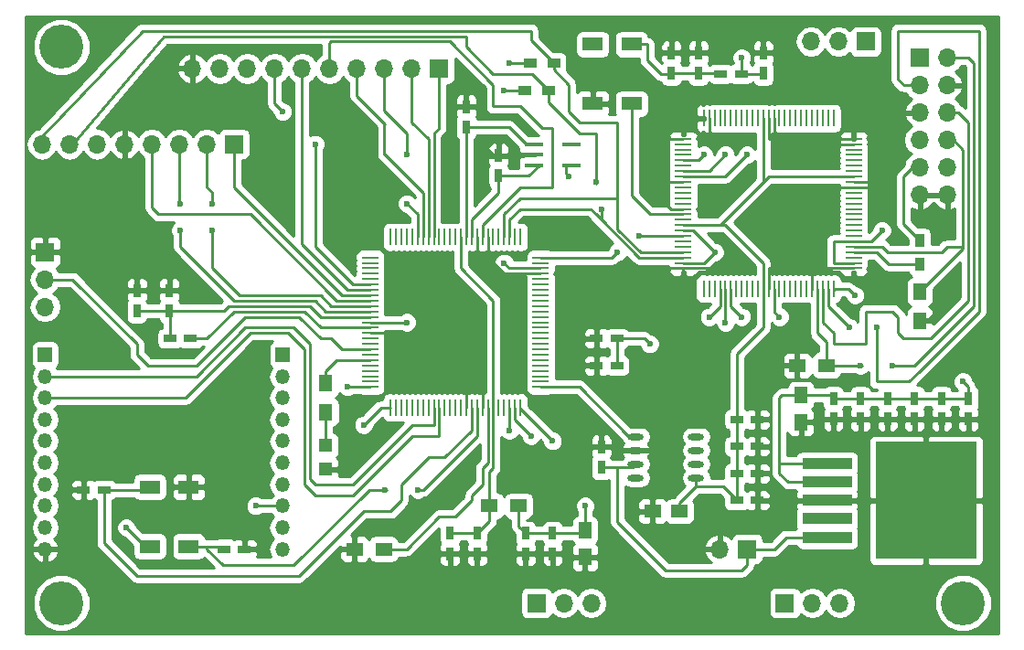
<source format=gbr>
G04 #@! TF.FileFunction,Copper,L1,Top,Mixed*
%FSLAX46Y46*%
G04 Gerber Fmt 4.6, Leading zero omitted, Abs format (unit mm)*
G04 Created by KiCad (PCBNEW 4.0.5) date 04/17/17 10:09:57*
%MOMM*%
%LPD*%
G01*
G04 APERTURE LIST*
%ADD10C,0.100000*%
%ADD11C,4.064000*%
%ADD12R,1.500000X0.280000*%
%ADD13R,0.280000X1.500000*%
%ADD14R,0.750000X1.200000*%
%ADD15R,1.250000X1.500000*%
%ADD16R,1.500000X1.250000*%
%ADD17R,1.200000X0.750000*%
%ADD18R,1.350000X1.350000*%
%ADD19O,1.350000X1.350000*%
%ADD20R,1.700000X1.700000*%
%ADD21O,1.700000X1.700000*%
%ADD22R,1.500000X1.300000*%
%ADD23R,1.200000X0.900000*%
%ADD24R,1.300000X1.500000*%
%ADD25R,0.900000X1.200000*%
%ADD26O,1.473200X0.609600*%
%ADD27R,4.600000X1.100000*%
%ADD28R,9.400000X10.800000*%
%ADD29R,1.899920X1.300480*%
%ADD30R,1.700000X0.450000*%
%ADD31R,1.200000X1.200000*%
%ADD32C,0.600000*%
%ADD33C,0.250000*%
%ADD34C,0.254000*%
G04 APERTURE END LIST*
D10*
D11*
X205000000Y-143500000D03*
X121500000Y-143500000D03*
X121500000Y-92000000D03*
D12*
X150100000Y-111500000D03*
X150100000Y-112000000D03*
X150100000Y-112500000D03*
X150100000Y-113000000D03*
X150100000Y-113500000D03*
X150100000Y-114000000D03*
X150100000Y-114500000D03*
X150100000Y-115000000D03*
X150100000Y-115500000D03*
X150100000Y-116000000D03*
X150100000Y-116500000D03*
X150100000Y-117000000D03*
X150100000Y-117500000D03*
X150100000Y-118000000D03*
X150100000Y-118500000D03*
X150100000Y-119000000D03*
X150100000Y-119500000D03*
X150100000Y-120000000D03*
X150100000Y-120500000D03*
X150100000Y-121000000D03*
X150100000Y-121500000D03*
X150100000Y-122000000D03*
X150100000Y-122500000D03*
X150100000Y-123000000D03*
X150100000Y-123500000D03*
D13*
X152000000Y-125400000D03*
X152500000Y-125400000D03*
X153000000Y-125400000D03*
X153500000Y-125400000D03*
X154000000Y-125400000D03*
X154500000Y-125400000D03*
X155000000Y-125400000D03*
X155500000Y-125400000D03*
X156000000Y-125400000D03*
X156500000Y-125400000D03*
X157000000Y-125400000D03*
X157500000Y-125400000D03*
X158000000Y-125400000D03*
X158500000Y-125400000D03*
X159000000Y-125400000D03*
X159500000Y-125400000D03*
X160000000Y-125400000D03*
X160500000Y-125400000D03*
X161000000Y-125400000D03*
X161500000Y-125400000D03*
X162000000Y-125400000D03*
X162500000Y-125400000D03*
X163000000Y-125400000D03*
X163500000Y-125400000D03*
X164000000Y-125400000D03*
D12*
X165900000Y-123500000D03*
X165900000Y-123000000D03*
X165900000Y-122500000D03*
X165900000Y-122000000D03*
X165900000Y-121500000D03*
X165900000Y-121000000D03*
X165900000Y-120500000D03*
X165900000Y-120000000D03*
X165900000Y-119500000D03*
X165900000Y-119000000D03*
X165900000Y-118500000D03*
X165900000Y-118000000D03*
X165900000Y-117500000D03*
X165900000Y-117000000D03*
X165900000Y-116500000D03*
X165900000Y-116000000D03*
X165900000Y-115500000D03*
X165900000Y-115000000D03*
X165900000Y-114500000D03*
X165900000Y-114000000D03*
X165900000Y-113500000D03*
X165900000Y-113000000D03*
X165900000Y-112500000D03*
X165900000Y-112000000D03*
X165900000Y-111500000D03*
D13*
X164000000Y-109600000D03*
X163500000Y-109600000D03*
X163000000Y-109600000D03*
X162500000Y-109600000D03*
X162000000Y-109600000D03*
X161500000Y-109600000D03*
X161000000Y-109600000D03*
X160500000Y-109600000D03*
X160000000Y-109600000D03*
X159500000Y-109600000D03*
X159000000Y-109600000D03*
X158500000Y-109600000D03*
X158000000Y-109600000D03*
X157500000Y-109600000D03*
X157000000Y-109600000D03*
X156500000Y-109600000D03*
X156000000Y-109600000D03*
X155500000Y-109600000D03*
X155000000Y-109600000D03*
X154500000Y-109600000D03*
X154000000Y-109600000D03*
X153500000Y-109600000D03*
X153000000Y-109600000D03*
X152500000Y-109600000D03*
X152000000Y-109600000D03*
D14*
X171500000Y-130950000D03*
X171500000Y-129050000D03*
D15*
X190000000Y-124250000D03*
X190000000Y-126750000D03*
D16*
X178750000Y-135000000D03*
X176250000Y-135000000D03*
D14*
X186500000Y-94450000D03*
X186500000Y-92550000D03*
X180500000Y-94450000D03*
X180500000Y-92550000D03*
X178000000Y-94450000D03*
X178000000Y-92550000D03*
X157500000Y-137050000D03*
X157500000Y-138950000D03*
X160000000Y-137050000D03*
X160000000Y-138950000D03*
X164500000Y-137050000D03*
X164500000Y-138950000D03*
X167000000Y-137050000D03*
X167000000Y-138950000D03*
D15*
X170000000Y-136750000D03*
X170000000Y-139250000D03*
D14*
X131500000Y-116450000D03*
X131500000Y-114550000D03*
X128500000Y-116450000D03*
X128500000Y-114550000D03*
D17*
X184050000Y-131500000D03*
X185950000Y-131500000D03*
X184050000Y-129000000D03*
X185950000Y-129000000D03*
X184050000Y-126500000D03*
X185950000Y-126500000D03*
X184050000Y-134000000D03*
X185950000Y-134000000D03*
D14*
X195500000Y-124550000D03*
X195500000Y-126450000D03*
X193000000Y-124550000D03*
X193000000Y-126450000D03*
D17*
X172950000Y-121500000D03*
X171050000Y-121500000D03*
X172950000Y-119000000D03*
X171050000Y-119000000D03*
D14*
X200500000Y-124550000D03*
X200500000Y-126450000D03*
X198000000Y-124550000D03*
X198000000Y-126450000D03*
X205500000Y-124550000D03*
X205500000Y-126450000D03*
X203000000Y-124550000D03*
X203000000Y-126450000D03*
D17*
X184450000Y-94500000D03*
X182550000Y-94500000D03*
X133450000Y-119000000D03*
X131550000Y-119000000D03*
D18*
X120000000Y-120500000D03*
D19*
X120000000Y-122500000D03*
X120000000Y-124500000D03*
X120000000Y-126500000D03*
X120000000Y-128500000D03*
X120000000Y-130500000D03*
X120000000Y-132500000D03*
X120000000Y-134500000D03*
X120000000Y-136500000D03*
X120000000Y-138500000D03*
D18*
X142000000Y-120500000D03*
D19*
X142000000Y-122500000D03*
X142000000Y-124500000D03*
X142000000Y-126500000D03*
X142000000Y-128500000D03*
X142000000Y-130500000D03*
X142000000Y-132500000D03*
X142000000Y-134500000D03*
X142000000Y-136500000D03*
X142000000Y-138500000D03*
D20*
X137500000Y-101000000D03*
D21*
X134960000Y-101000000D03*
X132420000Y-101000000D03*
X129880000Y-101000000D03*
X127340000Y-101000000D03*
X124800000Y-101000000D03*
X122260000Y-101000000D03*
X119720000Y-101000000D03*
D20*
X156500000Y-94000000D03*
D21*
X153960000Y-94000000D03*
X151420000Y-94000000D03*
X148880000Y-94000000D03*
X146340000Y-94000000D03*
X143800000Y-94000000D03*
X141260000Y-94000000D03*
X138720000Y-94000000D03*
X136180000Y-94000000D03*
X133640000Y-94000000D03*
D20*
X120000000Y-111000000D03*
D21*
X120000000Y-113540000D03*
X120000000Y-116080000D03*
D22*
X163850000Y-134500000D03*
X161150000Y-134500000D03*
D23*
X164400000Y-96000000D03*
X166600000Y-96000000D03*
D24*
X146000000Y-123150000D03*
X146000000Y-125850000D03*
D23*
X164900000Y-93500000D03*
X167100000Y-93500000D03*
D22*
X151350000Y-138500000D03*
X148650000Y-138500000D03*
X192350000Y-121500000D03*
X189650000Y-121500000D03*
D25*
X201000000Y-109900000D03*
X201000000Y-112100000D03*
D24*
X201000000Y-117350000D03*
X201000000Y-114650000D03*
D26*
X174706000Y-128095000D03*
X174706000Y-129365000D03*
X174706000Y-130635000D03*
X174706000Y-131905000D03*
X180294000Y-131905000D03*
X180294000Y-130635000D03*
X180294000Y-129365000D03*
X180294000Y-128095000D03*
D27*
X192420000Y-137400000D03*
X192420000Y-135700000D03*
X192420000Y-132300000D03*
D28*
X201580000Y-134000000D03*
D27*
X192420000Y-134000000D03*
X192420000Y-130600000D03*
D12*
X179100000Y-100500000D03*
X179100000Y-101000000D03*
X179100000Y-101500000D03*
X179100000Y-102000000D03*
X179100000Y-102500000D03*
X179100000Y-103000000D03*
X179100000Y-103500000D03*
X179100000Y-104000000D03*
X179100000Y-104500000D03*
X179100000Y-105000000D03*
X179100000Y-105500000D03*
X179100000Y-106000000D03*
X179100000Y-106500000D03*
X179100000Y-107000000D03*
X179100000Y-107500000D03*
X179100000Y-108000000D03*
X179100000Y-108500000D03*
X179100000Y-109000000D03*
X179100000Y-109500000D03*
X179100000Y-110000000D03*
X179100000Y-110500000D03*
X179100000Y-111000000D03*
X179100000Y-111500000D03*
X179100000Y-112000000D03*
X179100000Y-112500000D03*
D13*
X181000000Y-114400000D03*
X181500000Y-114400000D03*
X182000000Y-114400000D03*
X182500000Y-114400000D03*
X183000000Y-114400000D03*
X183500000Y-114400000D03*
X184000000Y-114400000D03*
X184500000Y-114400000D03*
X185000000Y-114400000D03*
X185500000Y-114400000D03*
X186000000Y-114400000D03*
X186500000Y-114400000D03*
X187000000Y-114400000D03*
X187500000Y-114400000D03*
X188000000Y-114400000D03*
X188500000Y-114400000D03*
X189000000Y-114400000D03*
X189500000Y-114400000D03*
X190000000Y-114400000D03*
X190500000Y-114400000D03*
X191000000Y-114400000D03*
X191500000Y-114400000D03*
X192000000Y-114400000D03*
X192500000Y-114400000D03*
X193000000Y-114400000D03*
D12*
X194900000Y-112500000D03*
X194900000Y-112000000D03*
X194900000Y-111500000D03*
X194900000Y-111000000D03*
X194900000Y-110500000D03*
X194900000Y-110000000D03*
X194900000Y-109500000D03*
X194900000Y-109000000D03*
X194900000Y-108500000D03*
X194900000Y-108000000D03*
X194900000Y-107500000D03*
X194900000Y-107000000D03*
X194900000Y-106500000D03*
X194900000Y-106000000D03*
X194900000Y-105500000D03*
X194900000Y-105000000D03*
X194900000Y-104500000D03*
X194900000Y-104000000D03*
X194900000Y-103500000D03*
X194900000Y-103000000D03*
X194900000Y-102500000D03*
X194900000Y-102000000D03*
X194900000Y-101500000D03*
X194900000Y-101000000D03*
X194900000Y-100500000D03*
D13*
X193000000Y-98600000D03*
X192500000Y-98600000D03*
X192000000Y-98600000D03*
X191500000Y-98600000D03*
X191000000Y-98600000D03*
X190500000Y-98600000D03*
X190000000Y-98600000D03*
X189500000Y-98600000D03*
X189000000Y-98600000D03*
X188500000Y-98600000D03*
X188000000Y-98600000D03*
X187500000Y-98600000D03*
X187000000Y-98600000D03*
X186500000Y-98600000D03*
X186000000Y-98600000D03*
X185500000Y-98600000D03*
X185000000Y-98600000D03*
X184500000Y-98600000D03*
X184000000Y-98600000D03*
X183500000Y-98600000D03*
X183000000Y-98600000D03*
X182500000Y-98600000D03*
X182000000Y-98600000D03*
X181500000Y-98600000D03*
X181000000Y-98600000D03*
D29*
X174300860Y-91749180D03*
X174300860Y-97250820D03*
X170699140Y-97250820D03*
X170701680Y-91749180D03*
D17*
X136550000Y-138500000D03*
X138450000Y-138500000D03*
X125450000Y-133000000D03*
X123550000Y-133000000D03*
D14*
X159000000Y-99450000D03*
X159000000Y-97550000D03*
X162000000Y-103950000D03*
X162000000Y-102050000D03*
D29*
X129699140Y-138250820D03*
X129699140Y-132749180D03*
X133300860Y-132749180D03*
X133298320Y-138250820D03*
D30*
X165300000Y-101050000D03*
X168700000Y-101050000D03*
X165300000Y-102000000D03*
X165300000Y-102950000D03*
X168700000Y-102950000D03*
D31*
X146000000Y-128900000D03*
X146000000Y-131100000D03*
D20*
X185000000Y-138500000D03*
D21*
X182460000Y-138500000D03*
D20*
X201000000Y-93000000D03*
D21*
X203540000Y-93000000D03*
X201000000Y-95540000D03*
X203540000Y-95540000D03*
X201000000Y-98080000D03*
X203540000Y-98080000D03*
X201000000Y-100620000D03*
X203540000Y-100620000D03*
X201000000Y-103160000D03*
X203540000Y-103160000D03*
X201000000Y-105700000D03*
X203540000Y-105700000D03*
D20*
X196000000Y-91500000D03*
D21*
X193460000Y-91500000D03*
X190920000Y-91500000D03*
D20*
X188500000Y-143500000D03*
D21*
X191040000Y-143500000D03*
X193580000Y-143500000D03*
D20*
X165500000Y-143500000D03*
D21*
X168040000Y-143500000D03*
X170580000Y-143500000D03*
D32*
X184500000Y-93000000D03*
X170000000Y-134500000D03*
X205000000Y-123000000D03*
X127500000Y-136500000D03*
X168500000Y-104000000D03*
X163000000Y-93500000D03*
X162500000Y-96000000D03*
X197500000Y-109000000D03*
X188000000Y-117000000D03*
X176000000Y-119500000D03*
X195000000Y-115000000D03*
X182000000Y-111000000D03*
X153500000Y-117500000D03*
X162500000Y-112000000D03*
X197500000Y-106500000D03*
X202500000Y-108500000D03*
X167500000Y-91500000D03*
X203500000Y-114500000D03*
X207000000Y-122000000D03*
X146500000Y-140500000D03*
X149000000Y-129500000D03*
X160500000Y-101000000D03*
X159000000Y-95500000D03*
X183500000Y-105000000D03*
X183500000Y-111500000D03*
X159000000Y-123000000D03*
X188500000Y-101000000D03*
X151500000Y-133000000D03*
X154500000Y-133000000D03*
X135500000Y-109000000D03*
X135500000Y-106500000D03*
X132500000Y-109000000D03*
X132500000Y-106500000D03*
X171500000Y-107000000D03*
X171000000Y-104500000D03*
X153500000Y-106500000D03*
X153500000Y-102000000D03*
X145000000Y-101000000D03*
X142000000Y-98000000D03*
X195500000Y-121500000D03*
X198500000Y-121500000D03*
X194500000Y-118000000D03*
X197000000Y-118000000D03*
X149500000Y-127000000D03*
X148000000Y-123500000D03*
X139500000Y-134500000D03*
X175000000Y-109500000D03*
X173000000Y-111000000D03*
X185000000Y-102000000D03*
X183000000Y-102000000D03*
X181000000Y-102000000D03*
X181500000Y-117000000D03*
X183000000Y-117500000D03*
X184500000Y-117000000D03*
X163000000Y-127500000D03*
X165000000Y-128000000D03*
X167000000Y-128500000D03*
D33*
X185000000Y-138500000D02*
X185000000Y-140000000D01*
X184500000Y-140500000D02*
X177500000Y-140500000D01*
X177500000Y-140500000D02*
X173000000Y-136000000D01*
X173000000Y-136000000D02*
X173000000Y-130950000D01*
X185000000Y-140000000D02*
X184500000Y-140500000D01*
X188600000Y-137400000D02*
X192420000Y-137400000D01*
X187500000Y-138500000D02*
X188600000Y-137400000D01*
X185000000Y-138500000D02*
X187500000Y-138500000D01*
X171500000Y-130950000D02*
X173000000Y-130950000D01*
X173000000Y-130950000D02*
X174391000Y-130950000D01*
X174391000Y-130950000D02*
X174706000Y-130635000D01*
X184450000Y-94500000D02*
X184450000Y-93050000D01*
X184450000Y-93050000D02*
X184500000Y-93000000D01*
X170000000Y-136750000D02*
X170000000Y-134500000D01*
X205500000Y-124550000D02*
X205500000Y-123500000D01*
X205500000Y-123500000D02*
X205000000Y-123000000D01*
X129699140Y-138250820D02*
X129250820Y-138250820D01*
X129250820Y-138250820D02*
X127500000Y-136500000D01*
X168200000Y-102950000D02*
X168200000Y-103700000D01*
X168200000Y-103700000D02*
X168500000Y-104000000D01*
X164900000Y-93500000D02*
X163000000Y-93500000D01*
X164400000Y-96000000D02*
X162500000Y-96000000D01*
X194900000Y-110000000D02*
X196500000Y-110000000D01*
X196500000Y-110000000D02*
X197500000Y-109000000D01*
X194900000Y-112000000D02*
X193000000Y-112000000D01*
X193000000Y-110000000D02*
X194900000Y-110000000D01*
X193000000Y-112000000D02*
X193000000Y-110000000D01*
X195500000Y-124550000D02*
X198000000Y-124550000D01*
X187500000Y-114400000D02*
X187500000Y-116500000D01*
X187500000Y-116500000D02*
X188000000Y-117000000D01*
X164500000Y-137050000D02*
X167000000Y-137050000D01*
X172950000Y-119000000D02*
X175500000Y-119000000D01*
X175500000Y-119000000D02*
X176000000Y-119500000D01*
X193000000Y-114400000D02*
X194400000Y-114400000D01*
X194400000Y-114400000D02*
X195000000Y-115000000D01*
X186450000Y-94500000D02*
X184450000Y-94500000D01*
X179100000Y-109000000D02*
X180000000Y-109000000D01*
X181000000Y-112000000D02*
X182000000Y-111000000D01*
X181000000Y-112000000D02*
X179100000Y-112000000D01*
X180000000Y-109000000D02*
X182000000Y-111000000D01*
X172950000Y-121500000D02*
X172950000Y-119000000D01*
X150100000Y-117500000D02*
X153500000Y-117500000D01*
X165900000Y-112500000D02*
X163000000Y-112500000D01*
X163000000Y-112500000D02*
X162500000Y-112000000D01*
X163850000Y-134500000D02*
X163850000Y-136400000D01*
X163850000Y-136400000D02*
X164500000Y-137050000D01*
X164500000Y-137050000D02*
X169700000Y-137050000D01*
X169700000Y-137050000D02*
X170000000Y-136750000D01*
X192420000Y-130600000D02*
X188000000Y-130600000D01*
X192420000Y-132300000D02*
X188800000Y-132300000D01*
X188250000Y-124250000D02*
X190000000Y-124250000D01*
X188000000Y-124500000D02*
X188250000Y-124250000D01*
X188000000Y-131500000D02*
X188000000Y-130600000D01*
X188000000Y-130600000D02*
X188000000Y-124500000D01*
X188800000Y-132300000D02*
X188000000Y-131500000D01*
X190000000Y-124250000D02*
X192700000Y-124250000D01*
X192700000Y-124250000D02*
X193000000Y-124550000D01*
X193000000Y-124550000D02*
X198000000Y-124550000D01*
X198000000Y-124550000D02*
X200500000Y-124550000D01*
X200500000Y-124550000D02*
X203000000Y-124550000D01*
X203000000Y-124550000D02*
X205500000Y-124550000D01*
X193100000Y-114500000D02*
X193000000Y-114400000D01*
X205500000Y-124500000D02*
X205500000Y-124550000D01*
X203000000Y-124500000D02*
X203000000Y-124550000D01*
X200500000Y-124500000D02*
X200500000Y-124550000D01*
X198000000Y-124500000D02*
X198000000Y-124550000D01*
X195500000Y-124500000D02*
X195500000Y-124550000D01*
X193000000Y-124500000D02*
X193000000Y-124550000D01*
X190000000Y-124250000D02*
X190000000Y-124500000D01*
X124800000Y-101000000D02*
X125000000Y-101000000D01*
X186450000Y-94500000D02*
X186500000Y-94450000D01*
X179100000Y-107000000D02*
X178000000Y-107000000D01*
X178000000Y-107000000D02*
X177500000Y-106500000D01*
X179100000Y-112500000D02*
X177500000Y-112500000D01*
X179100000Y-112500000D02*
X179100000Y-112900000D01*
X179100000Y-112900000D02*
X179000000Y-113000000D01*
X179100000Y-104500000D02*
X177500000Y-104500000D01*
X201000000Y-107000000D02*
X202500000Y-108500000D01*
X201000000Y-105700000D02*
X201000000Y-107000000D01*
X179100000Y-100500000D02*
X177000000Y-100500000D01*
X201000000Y-117350000D02*
X201650000Y-117350000D01*
X201650000Y-117350000D02*
X203500000Y-115500000D01*
X203500000Y-115500000D02*
X203500000Y-114500000D01*
X207000000Y-122000000D02*
X207000000Y-126500000D01*
X207000000Y-126500000D02*
X206950000Y-126450000D01*
X206950000Y-126450000D02*
X205500000Y-126450000D01*
X146000000Y-131100000D02*
X147400000Y-131100000D01*
X148650000Y-140350000D02*
X148650000Y-138500000D01*
X148500000Y-140500000D02*
X148650000Y-140350000D01*
X146500000Y-140500000D02*
X148500000Y-140500000D01*
X147400000Y-131100000D02*
X149000000Y-129500000D01*
X162000000Y-102050000D02*
X161550000Y-102050000D01*
X161550000Y-102050000D02*
X160500000Y-101000000D01*
X159000000Y-97550000D02*
X159000000Y-95500000D01*
X159000000Y-97550000D02*
X159000000Y-96000000D01*
X159000000Y-96000000D02*
X160000000Y-96000000D01*
X179100000Y-112500000D02*
X182500000Y-112500000D01*
X182500000Y-112500000D02*
X183500000Y-111500000D01*
X192000000Y-112500000D02*
X192000000Y-105000000D01*
X192000000Y-105000000D02*
X195000000Y-105000000D01*
X150100000Y-118500000D02*
X152000000Y-118500000D01*
X158000000Y-122000000D02*
X159000000Y-123000000D01*
X155500000Y-122000000D02*
X158000000Y-122000000D01*
X152000000Y-118500000D02*
X155500000Y-122000000D01*
X159000000Y-125400000D02*
X159000000Y-123000000D01*
X160500000Y-123000000D02*
X160500000Y-125400000D01*
X159000000Y-123000000D02*
X160500000Y-123000000D01*
X165900000Y-113000000D02*
X162500000Y-113000000D01*
X162500000Y-113000000D02*
X161000000Y-111500000D01*
X160000000Y-109600000D02*
X160000000Y-111500000D01*
X161000000Y-111500000D02*
X161000000Y-109600000D01*
X160000000Y-111500000D02*
X161000000Y-111500000D01*
X194900000Y-105000000D02*
X196500000Y-105000000D01*
X194900000Y-104500000D02*
X196500000Y-104500000D01*
X181500000Y-98600000D02*
X181500000Y-100500000D01*
X192000000Y-112500000D02*
X194900000Y-112500000D01*
X187000000Y-112500000D02*
X191000000Y-112500000D01*
X187000000Y-114400000D02*
X187000000Y-112500000D01*
X191000000Y-112500000D02*
X192000000Y-112500000D01*
X191000000Y-114400000D02*
X191000000Y-112500000D01*
X195000000Y-105000000D02*
X194900000Y-105000000D01*
X194900000Y-101000000D02*
X188500000Y-101000000D01*
X189000000Y-100500000D02*
X188500000Y-101000000D01*
X194900000Y-100500000D02*
X189000000Y-100500000D01*
X188000000Y-100500000D02*
X188500000Y-101000000D01*
X188000000Y-100500000D02*
X187500000Y-100500000D01*
X187000000Y-98600000D02*
X187000000Y-100500000D01*
X187500000Y-100500000D02*
X187500000Y-98600000D01*
X187000000Y-100500000D02*
X187500000Y-100500000D01*
X191000000Y-114500000D02*
X191000000Y-114400000D01*
X194900000Y-104000000D02*
X187000000Y-104000000D01*
X187000000Y-104000000D02*
X186500000Y-104500000D01*
X186500000Y-98600000D02*
X186500000Y-104500000D01*
X186500000Y-104500000D02*
X182500000Y-108500000D01*
X179100000Y-108500000D02*
X182500000Y-108500000D01*
X182500000Y-108500000D02*
X183000000Y-108500000D01*
X186500000Y-112000000D02*
X186500000Y-114400000D01*
X183000000Y-108500000D02*
X186500000Y-112000000D01*
X184050000Y-126500000D02*
X184050000Y-120450000D01*
X186500000Y-118000000D02*
X186500000Y-114400000D01*
X184050000Y-120450000D02*
X186500000Y-118000000D01*
X184050000Y-134000000D02*
X184050000Y-131500000D01*
X184050000Y-131500000D02*
X184050000Y-129000000D01*
X184050000Y-129000000D02*
X184050000Y-126500000D01*
X180294000Y-132706000D02*
X182756000Y-132706000D01*
X182756000Y-132706000D02*
X184050000Y-134000000D01*
X178750000Y-135000000D02*
X178750000Y-134250000D01*
X180294000Y-132706000D02*
X180294000Y-131905000D01*
X178750000Y-134250000D02*
X180294000Y-132706000D01*
X175750000Y-93250000D02*
X175750000Y-91750000D01*
X175749180Y-91749180D02*
X174300860Y-91749180D01*
X175750000Y-91750000D02*
X175749180Y-91749180D01*
X177000000Y-94500000D02*
X177950000Y-94500000D01*
X176500000Y-94000000D02*
X177000000Y-94500000D01*
X175749180Y-93249180D02*
X175750000Y-93250000D01*
X175750000Y-93250000D02*
X176500000Y-94000000D01*
X177950000Y-94500000D02*
X178000000Y-94450000D01*
X180500000Y-94450000D02*
X182500000Y-94450000D01*
X182500000Y-94450000D02*
X182550000Y-94500000D01*
X178000000Y-94450000D02*
X180500000Y-94450000D01*
X161500000Y-125400000D02*
X161500000Y-115500000D01*
X158500000Y-112500000D02*
X158500000Y-109600000D01*
X161500000Y-115500000D02*
X158500000Y-112500000D01*
X161150000Y-134500000D02*
X161150000Y-131350000D01*
X161500000Y-131000000D02*
X161500000Y-125400000D01*
X161150000Y-131350000D02*
X161500000Y-131000000D01*
X157500000Y-137050000D02*
X160000000Y-137050000D01*
X160000000Y-137050000D02*
X161150000Y-135900000D01*
X161150000Y-135900000D02*
X161150000Y-134500000D01*
X125450000Y-133000000D02*
X125450000Y-137950000D01*
X159500000Y-127500000D02*
X159500000Y-125400000D01*
X157000000Y-130000000D02*
X159500000Y-127500000D01*
X155500000Y-130000000D02*
X157000000Y-130000000D01*
X153000000Y-132500000D02*
X155500000Y-130000000D01*
X153000000Y-134000000D02*
X153000000Y-132500000D01*
X152000000Y-135000000D02*
X153000000Y-134000000D01*
X149500000Y-135000000D02*
X152000000Y-135000000D01*
X143500000Y-141000000D02*
X149500000Y-135000000D01*
X128500000Y-141000000D02*
X143500000Y-141000000D01*
X125450000Y-137950000D02*
X128500000Y-141000000D01*
X126500000Y-133000000D02*
X125450000Y-133000000D01*
X126450000Y-133000000D02*
X126500000Y-133000000D01*
X126500000Y-133000000D02*
X127500000Y-133000000D01*
X127500000Y-133000000D02*
X128000000Y-133000000D01*
X128000000Y-133000000D02*
X129448320Y-133000000D01*
X129448320Y-133000000D02*
X129699140Y-132749180D01*
X154350000Y-133000000D02*
X154500000Y-133000000D01*
X154500000Y-133000000D02*
X155000000Y-133000000D01*
X160000000Y-128000000D02*
X160000000Y-125400000D01*
X155000000Y-133000000D02*
X160000000Y-128000000D01*
X135000000Y-138250820D02*
X135000000Y-138500000D01*
X150000000Y-133000000D02*
X151500000Y-133000000D01*
X151500000Y-133000000D02*
X151650000Y-133000000D01*
X143000000Y-140000000D02*
X150000000Y-133000000D01*
X136500000Y-140000000D02*
X143000000Y-140000000D01*
X135000000Y-138500000D02*
X136500000Y-140000000D01*
X133298320Y-138250820D02*
X135000000Y-138250820D01*
X135000000Y-138250820D02*
X136300820Y-138250820D01*
X136300820Y-138250820D02*
X136550000Y-138500000D01*
X131500000Y-116450000D02*
X136550000Y-116450000D01*
X145500000Y-117000000D02*
X150100000Y-117000000D01*
X144500000Y-116000000D02*
X145500000Y-117000000D01*
X137000000Y-116000000D02*
X144500000Y-116000000D01*
X136550000Y-116450000D02*
X137000000Y-116000000D01*
X128500000Y-116450000D02*
X131500000Y-116450000D01*
X131500000Y-116450000D02*
X131550000Y-116500000D01*
X131550000Y-116500000D02*
X131550000Y-119000000D01*
X162000000Y-103950000D02*
X162000000Y-105500000D01*
X159500000Y-108000000D02*
X159500000Y-109600000D01*
X162000000Y-105500000D02*
X159500000Y-108000000D01*
X162000000Y-103950000D02*
X164800000Y-103950000D01*
X164800000Y-103950000D02*
X165800000Y-102950000D01*
X159000000Y-99450000D02*
X159000000Y-109600000D01*
X165800000Y-101050000D02*
X164550000Y-101050000D01*
X164550000Y-101050000D02*
X162950000Y-99450000D01*
X162950000Y-99450000D02*
X159000000Y-99450000D01*
X159000000Y-107500000D02*
X159000000Y-109600000D01*
X146000000Y-125850000D02*
X146000000Y-128900000D01*
X137500000Y-116500000D02*
X144000000Y-116500000D01*
X135000000Y-119000000D02*
X137500000Y-116500000D01*
X133450000Y-119000000D02*
X135000000Y-119000000D01*
X145500000Y-118000000D02*
X150000000Y-118000000D01*
X144000000Y-116500000D02*
X145500000Y-118000000D01*
X150000000Y-118000000D02*
X150100000Y-118000000D01*
X120000000Y-122500000D02*
X134000000Y-122500000D01*
X156000000Y-127000000D02*
X156000000Y-125400000D01*
X154000000Y-127000000D02*
X156000000Y-127000000D01*
X148500000Y-132500000D02*
X154000000Y-127000000D01*
X145000000Y-132500000D02*
X148500000Y-132500000D01*
X144500000Y-132000000D02*
X145000000Y-132500000D01*
X144500000Y-119500000D02*
X144500000Y-132000000D01*
X143000000Y-118000000D02*
X144500000Y-119500000D01*
X138500000Y-118000000D02*
X143000000Y-118000000D01*
X134000000Y-122500000D02*
X138500000Y-118000000D01*
X120000000Y-124500000D02*
X133000000Y-124500000D01*
X156500000Y-128000000D02*
X156500000Y-125400000D01*
X154000000Y-128000000D02*
X156500000Y-128000000D01*
X148500000Y-133500000D02*
X154000000Y-128000000D01*
X145000000Y-133500000D02*
X148500000Y-133500000D01*
X144000000Y-132500000D02*
X145000000Y-133500000D01*
X144000000Y-120000000D02*
X144000000Y-132500000D01*
X142500000Y-118500000D02*
X144000000Y-120000000D01*
X139000000Y-118500000D02*
X142500000Y-118500000D01*
X138500000Y-119000000D02*
X139000000Y-118500000D01*
X133000000Y-124500000D02*
X138500000Y-119000000D01*
X148000000Y-115000000D02*
X147500000Y-115000000D01*
X150100000Y-115000000D02*
X148000000Y-115000000D01*
X137500000Y-104500000D02*
X137500000Y-101000000D01*
X137500000Y-105000000D02*
X137500000Y-104500000D01*
X147500000Y-115000000D02*
X137500000Y-105000000D01*
X134960000Y-101000000D02*
X134960000Y-104960000D01*
X135500000Y-105500000D02*
X135500000Y-106500000D01*
X134960000Y-104960000D02*
X135500000Y-105500000D01*
X135500000Y-108850000D02*
X135500000Y-109000000D01*
X135500000Y-109000000D02*
X135500000Y-112500000D01*
X146500000Y-116000000D02*
X150100000Y-116000000D01*
X145500000Y-115000000D02*
X146500000Y-116000000D01*
X138000000Y-115000000D02*
X145500000Y-115000000D01*
X135500000Y-112500000D02*
X138000000Y-115000000D01*
X145000000Y-115500000D02*
X146000000Y-116500000D01*
X137500000Y-115500000D02*
X145000000Y-115500000D01*
X132500000Y-110500000D02*
X137500000Y-115500000D01*
X132500000Y-109000000D02*
X132500000Y-110500000D01*
X146000000Y-116500000D02*
X150100000Y-116500000D01*
X132420000Y-106000000D02*
X132420000Y-106420000D01*
X132420000Y-106420000D02*
X132500000Y-106500000D01*
X132500000Y-108850000D02*
X132500000Y-109000000D01*
X132420000Y-101000000D02*
X132420000Y-106000000D01*
X132420000Y-106000000D02*
X132420000Y-106070000D01*
X129880000Y-101000000D02*
X129880000Y-106880000D01*
X147000000Y-115500000D02*
X150100000Y-115500000D01*
X139000000Y-107500000D02*
X147000000Y-115500000D01*
X130500000Y-107500000D02*
X139000000Y-107500000D01*
X129880000Y-106880000D02*
X130500000Y-107500000D01*
X165000000Y-94500000D02*
X165100000Y-94500000D01*
X161500000Y-94500000D02*
X165000000Y-94500000D01*
X159000000Y-92000000D02*
X161500000Y-94500000D01*
X122500000Y-101000000D02*
X131000000Y-91000000D01*
X131000000Y-91000000D02*
X159000000Y-91000000D01*
X159000000Y-91000000D02*
X159000000Y-92000000D01*
X165100000Y-94500000D02*
X166600000Y-96000000D01*
X166600000Y-96000000D02*
X166600000Y-97100000D01*
X166600000Y-97100000D02*
X168500000Y-99000000D01*
X168500000Y-99000000D02*
X169500000Y-100000000D01*
X169500000Y-100000000D02*
X171000000Y-100000000D01*
X171000000Y-100000000D02*
X171000000Y-104500000D01*
X171500000Y-108000000D02*
X175000000Y-111500000D01*
X175000000Y-111500000D02*
X179100000Y-111500000D01*
X171500000Y-108000000D02*
X171500000Y-107000000D01*
X164000000Y-107000000D02*
X170500000Y-107000000D01*
X170500000Y-107000000D02*
X171000000Y-107500000D01*
X171000000Y-107500000D02*
X171500000Y-108000000D01*
X163000000Y-109600000D02*
X163000000Y-108000000D01*
X163000000Y-108000000D02*
X164000000Y-107000000D01*
X122260000Y-101000000D02*
X122500000Y-101000000D01*
X171000000Y-104650000D02*
X171000000Y-104500000D01*
X165000000Y-90500000D02*
X165000000Y-91400000D01*
X119720000Y-100280000D02*
X129000000Y-90500000D01*
X165000000Y-90500000D02*
X129000000Y-90500000D01*
X165000000Y-91400000D02*
X167100000Y-93500000D01*
X167100000Y-93500000D02*
X167100000Y-94100000D01*
X172000000Y-99000000D02*
X173000000Y-99000000D01*
X169500000Y-99000000D02*
X172000000Y-99000000D01*
X173000000Y-99000000D02*
X173000000Y-106000000D01*
X169000000Y-98500000D02*
X169500000Y-99000000D01*
X167100000Y-94100000D02*
X168500000Y-95500000D01*
X168500000Y-95500000D02*
X168500000Y-98000000D01*
X168500000Y-98000000D02*
X169000000Y-98500000D01*
X173000000Y-106000000D02*
X173000000Y-108863602D01*
X175136398Y-111000000D02*
X179100000Y-111000000D01*
X173000000Y-108863602D02*
X175136398Y-111000000D01*
X173000000Y-106000000D02*
X164500000Y-106000000D01*
X164500000Y-106000000D02*
X164000000Y-106000000D01*
X164000000Y-106000000D02*
X162500000Y-107500000D01*
X162500000Y-107500000D02*
X162500000Y-109600000D01*
X119720000Y-101000000D02*
X119720000Y-100280000D01*
X156500000Y-94000000D02*
X156500000Y-99500000D01*
X156000000Y-100000000D02*
X156000000Y-109600000D01*
X156500000Y-99500000D02*
X156000000Y-100000000D01*
X153960000Y-94000000D02*
X153960000Y-98960000D01*
X155500000Y-100500000D02*
X155500000Y-109600000D01*
X153960000Y-98960000D02*
X155500000Y-100500000D01*
X151420000Y-94000000D02*
X151420000Y-97920000D01*
X154500000Y-107500000D02*
X154500000Y-109600000D01*
X153500000Y-106500000D02*
X154500000Y-107500000D01*
X153500000Y-100000000D02*
X153500000Y-102000000D01*
X151420000Y-97920000D02*
X153500000Y-100000000D01*
X151425000Y-99075000D02*
X151425000Y-101925000D01*
X151425000Y-101925000D02*
X151500000Y-102000000D01*
X151500000Y-101850000D02*
X151500000Y-102000000D01*
X151500000Y-102000000D02*
X155000000Y-105500000D01*
X155000000Y-105500000D02*
X155000000Y-109600000D01*
X148880000Y-95880000D02*
X148880000Y-96530000D01*
X148880000Y-94000000D02*
X148880000Y-95880000D01*
X148880000Y-96530000D02*
X151425000Y-99075000D01*
X151425000Y-99075000D02*
X151500000Y-99150000D01*
X160500000Y-109600000D02*
X160500000Y-108500000D01*
X146340000Y-91660000D02*
X146340000Y-94000000D01*
X146500000Y-91500000D02*
X146340000Y-91660000D01*
X157500000Y-91500000D02*
X146500000Y-91500000D01*
X161500000Y-95500000D02*
X157500000Y-91500000D01*
X161500000Y-97500000D02*
X161500000Y-95500000D01*
X164000000Y-97500000D02*
X161500000Y-97500000D01*
X166000000Y-99500000D02*
X164000000Y-97500000D01*
X167000000Y-99500000D02*
X166000000Y-99500000D01*
X167000000Y-105000000D02*
X167000000Y-99500000D01*
X164000000Y-105000000D02*
X167000000Y-105000000D01*
X160500000Y-108500000D02*
X164000000Y-105000000D01*
X143800000Y-110300000D02*
X143800000Y-99800000D01*
X143800000Y-99800000D02*
X143800000Y-94000000D01*
X148000000Y-114500000D02*
X150100000Y-114500000D01*
X143800000Y-110300000D02*
X148000000Y-114500000D01*
X141260000Y-94000000D02*
X141260000Y-97260000D01*
X148500000Y-114000000D02*
X150100000Y-114000000D01*
X145000000Y-110500000D02*
X148500000Y-114000000D01*
X145000000Y-101000000D02*
X145000000Y-110500000D01*
X141260000Y-97260000D02*
X142000000Y-98000000D01*
X192350000Y-121500000D02*
X192350000Y-119350000D01*
X191500000Y-116000000D02*
X191500000Y-114400000D01*
X191500000Y-118500000D02*
X191500000Y-116000000D01*
X192350000Y-119350000D02*
X191500000Y-118500000D01*
X195650000Y-121500000D02*
X195500000Y-121500000D01*
X195500000Y-121500000D02*
X192350000Y-121500000D01*
X206000000Y-116000000D02*
X200500000Y-121500000D01*
X200500000Y-121500000D02*
X198500000Y-121500000D01*
X203540000Y-93000000D02*
X205500000Y-93000000D01*
X206000000Y-93500000D02*
X206000000Y-116000000D01*
X205500000Y-93000000D02*
X206000000Y-93500000D01*
X198500000Y-121500000D02*
X198350000Y-121500000D01*
X197000000Y-120000000D02*
X197000000Y-118000000D01*
X192500000Y-114400000D02*
X192500000Y-115500000D01*
X192500000Y-116000000D02*
X192500000Y-115500000D01*
X194500000Y-118000000D02*
X192500000Y-116000000D01*
X201000000Y-122000000D02*
X200000000Y-123000000D01*
X199540000Y-95540000D02*
X199000000Y-95000000D01*
X199540000Y-95540000D02*
X201000000Y-95540000D01*
X199000000Y-95000000D02*
X199000000Y-90500000D01*
X199000000Y-90500000D02*
X206500000Y-90500000D01*
X206500000Y-90500000D02*
X206500000Y-116500000D01*
X206500000Y-116500000D02*
X201000000Y-122000000D01*
X197000000Y-123000000D02*
X197000000Y-120000000D01*
X200000000Y-123000000D02*
X197000000Y-123000000D01*
X200000000Y-119000000D02*
X199500000Y-119000000D01*
X204580000Y-98080000D02*
X205500000Y-99000000D01*
X205500000Y-99000000D02*
X205500000Y-115500000D01*
X205500000Y-115500000D02*
X202000000Y-119000000D01*
X202000000Y-119000000D02*
X200000000Y-119000000D01*
X203540000Y-98080000D02*
X204580000Y-98080000D01*
X192000000Y-117500000D02*
X192000000Y-114400000D01*
X193000000Y-118500000D02*
X192000000Y-117500000D01*
X193000000Y-119500000D02*
X193000000Y-118500000D01*
X196000000Y-119500000D02*
X193000000Y-119500000D01*
X196000000Y-116500000D02*
X196000000Y-119500000D01*
X198500000Y-116500000D02*
X196000000Y-116500000D01*
X199000000Y-117000000D02*
X198500000Y-116500000D01*
X199000000Y-118500000D02*
X199000000Y-117000000D01*
X199500000Y-119000000D02*
X199000000Y-118500000D01*
X205000000Y-110500000D02*
X203500000Y-110500000D01*
X197500000Y-110500000D02*
X194900000Y-110500000D01*
X198000000Y-111000000D02*
X197500000Y-110500000D01*
X203000000Y-111000000D02*
X198000000Y-111000000D01*
X203500000Y-110500000D02*
X203000000Y-111000000D01*
X203540000Y-100620000D02*
X204120000Y-100620000D01*
X204120000Y-100620000D02*
X205000000Y-101500000D01*
X205000000Y-101500000D02*
X205000000Y-110500000D01*
X205000000Y-110500000D02*
X205000000Y-110650000D01*
X205000000Y-110650000D02*
X201000000Y-114650000D01*
X201000000Y-103160000D02*
X200340000Y-103160000D01*
X200340000Y-103160000D02*
X199500000Y-104000000D01*
X199500000Y-104000000D02*
X199500000Y-108400000D01*
X199500000Y-108400000D02*
X201000000Y-109900000D01*
X138000000Y-117500000D02*
X138500000Y-117000000D01*
X122540000Y-113540000D02*
X128500000Y-119500000D01*
X128500000Y-119500000D02*
X128500000Y-120500000D01*
X128500000Y-120500000D02*
X129500000Y-121500000D01*
X129500000Y-121500000D02*
X134000000Y-121500000D01*
X134000000Y-121500000D02*
X138000000Y-117500000D01*
X150100000Y-120000000D02*
X147500000Y-120000000D01*
X122540000Y-113540000D02*
X120000000Y-113540000D01*
X146500000Y-119000000D02*
X147500000Y-120000000D01*
X145500000Y-119000000D02*
X146500000Y-119000000D01*
X143500000Y-117000000D02*
X145500000Y-119000000D01*
X138500000Y-117000000D02*
X143500000Y-117000000D01*
X146000000Y-123150000D02*
X146000000Y-122000000D01*
X147000000Y-121000000D02*
X150100000Y-121000000D01*
X146000000Y-122000000D02*
X147000000Y-121000000D01*
X151350000Y-138500000D02*
X153500000Y-138500000D01*
X161000000Y-130500000D02*
X161000000Y-125400000D01*
X160500000Y-131000000D02*
X161000000Y-130500000D01*
X160500000Y-132500000D02*
X160500000Y-131000000D01*
X159500000Y-133500000D02*
X160500000Y-132500000D01*
X159500000Y-134000000D02*
X159500000Y-133500000D01*
X158000000Y-135500000D02*
X159500000Y-134000000D01*
X156500000Y-135500000D02*
X158000000Y-135500000D01*
X153500000Y-138500000D02*
X156500000Y-135500000D01*
X201000000Y-112100000D02*
X198100000Y-112100000D01*
X197000000Y-111000000D02*
X194900000Y-111000000D01*
X198100000Y-112100000D02*
X197000000Y-111000000D01*
X174300860Y-97250820D02*
X174300860Y-105800860D01*
X176000000Y-107500000D02*
X179100000Y-107500000D01*
X174300860Y-105800860D02*
X176000000Y-107500000D01*
X174706000Y-128095000D02*
X174095000Y-128095000D01*
X174095000Y-128095000D02*
X169500000Y-123500000D01*
X169500000Y-123500000D02*
X166000000Y-123500000D01*
X166000000Y-123500000D02*
X165900000Y-123500000D01*
X151100000Y-125400000D02*
X152000000Y-125400000D01*
X149500000Y-127000000D02*
X151100000Y-125400000D01*
X142000000Y-134500000D02*
X139500000Y-134500000D01*
X148000000Y-123500000D02*
X150100000Y-123500000D01*
X165900000Y-111500000D02*
X172500000Y-111500000D01*
X175000000Y-109500000D02*
X179100000Y-109500000D01*
X172500000Y-111500000D02*
X173000000Y-111000000D01*
X179100000Y-104000000D02*
X183000000Y-104000000D01*
X183000000Y-104000000D02*
X185000000Y-102000000D01*
X179100000Y-103500000D02*
X181500000Y-103500000D01*
X181500000Y-103500000D02*
X183000000Y-102000000D01*
X179100000Y-102500000D02*
X180500000Y-102500000D01*
X180500000Y-102500000D02*
X181000000Y-102000000D01*
X182500000Y-114400000D02*
X182500000Y-116000000D01*
X182500000Y-116000000D02*
X181500000Y-117000000D01*
X183000000Y-114400000D02*
X183000000Y-117500000D01*
X183500000Y-114400000D02*
X183500000Y-116000000D01*
X183500000Y-116000000D02*
X184500000Y-117000000D01*
X163000000Y-125400000D02*
X163000000Y-127500000D01*
X163500000Y-125400000D02*
X163500000Y-126500000D01*
X163500000Y-126500000D02*
X165000000Y-128000000D01*
X164000000Y-125400000D02*
X164000000Y-125500000D01*
X164000000Y-125500000D02*
X167000000Y-128500000D01*
D34*
G36*
X208290000Y-146290000D02*
X118210000Y-146290000D01*
X118210000Y-144028172D01*
X118832538Y-144028172D01*
X119237709Y-145008761D01*
X119987293Y-145759655D01*
X120967173Y-146166536D01*
X122028172Y-146167462D01*
X123008761Y-145762291D01*
X123759655Y-145012707D01*
X124166536Y-144032827D01*
X124167462Y-142971828D01*
X124034486Y-142650000D01*
X164002560Y-142650000D01*
X164002560Y-144350000D01*
X164046838Y-144585317D01*
X164185910Y-144801441D01*
X164398110Y-144946431D01*
X164650000Y-144997440D01*
X166350000Y-144997440D01*
X166585317Y-144953162D01*
X166801441Y-144814090D01*
X166946431Y-144601890D01*
X166960086Y-144534459D01*
X166989946Y-144579147D01*
X167471715Y-144901054D01*
X168040000Y-145014093D01*
X168608285Y-144901054D01*
X169090054Y-144579147D01*
X169310000Y-144249974D01*
X169529946Y-144579147D01*
X170011715Y-144901054D01*
X170580000Y-145014093D01*
X171148285Y-144901054D01*
X171630054Y-144579147D01*
X171951961Y-144097378D01*
X172065000Y-143529093D01*
X172065000Y-143470907D01*
X171951961Y-142902622D01*
X171783165Y-142650000D01*
X187002560Y-142650000D01*
X187002560Y-144350000D01*
X187046838Y-144585317D01*
X187185910Y-144801441D01*
X187398110Y-144946431D01*
X187650000Y-144997440D01*
X189350000Y-144997440D01*
X189585317Y-144953162D01*
X189801441Y-144814090D01*
X189946431Y-144601890D01*
X189960086Y-144534459D01*
X189989946Y-144579147D01*
X190471715Y-144901054D01*
X191040000Y-145014093D01*
X191608285Y-144901054D01*
X192090054Y-144579147D01*
X192310000Y-144249974D01*
X192529946Y-144579147D01*
X193011715Y-144901054D01*
X193580000Y-145014093D01*
X194148285Y-144901054D01*
X194630054Y-144579147D01*
X194951961Y-144097378D01*
X194965726Y-144028172D01*
X202332538Y-144028172D01*
X202737709Y-145008761D01*
X203487293Y-145759655D01*
X204467173Y-146166536D01*
X205528172Y-146167462D01*
X206508761Y-145762291D01*
X207259655Y-145012707D01*
X207666536Y-144032827D01*
X207667462Y-142971828D01*
X207262291Y-141991239D01*
X206512707Y-141240345D01*
X205532827Y-140833464D01*
X204471828Y-140832538D01*
X203491239Y-141237709D01*
X202740345Y-141987293D01*
X202333464Y-142967173D01*
X202332538Y-144028172D01*
X194965726Y-144028172D01*
X195065000Y-143529093D01*
X195065000Y-143470907D01*
X194951961Y-142902622D01*
X194630054Y-142420853D01*
X194148285Y-142098946D01*
X193580000Y-141985907D01*
X193011715Y-142098946D01*
X192529946Y-142420853D01*
X192310000Y-142750026D01*
X192090054Y-142420853D01*
X191608285Y-142098946D01*
X191040000Y-141985907D01*
X190471715Y-142098946D01*
X189989946Y-142420853D01*
X189962150Y-142462452D01*
X189953162Y-142414683D01*
X189814090Y-142198559D01*
X189601890Y-142053569D01*
X189350000Y-142002560D01*
X187650000Y-142002560D01*
X187414683Y-142046838D01*
X187198559Y-142185910D01*
X187053569Y-142398110D01*
X187002560Y-142650000D01*
X171783165Y-142650000D01*
X171630054Y-142420853D01*
X171148285Y-142098946D01*
X170580000Y-141985907D01*
X170011715Y-142098946D01*
X169529946Y-142420853D01*
X169310000Y-142750026D01*
X169090054Y-142420853D01*
X168608285Y-142098946D01*
X168040000Y-141985907D01*
X167471715Y-142098946D01*
X166989946Y-142420853D01*
X166962150Y-142462452D01*
X166953162Y-142414683D01*
X166814090Y-142198559D01*
X166601890Y-142053569D01*
X166350000Y-142002560D01*
X164650000Y-142002560D01*
X164414683Y-142046838D01*
X164198559Y-142185910D01*
X164053569Y-142398110D01*
X164002560Y-142650000D01*
X124034486Y-142650000D01*
X123762291Y-141991239D01*
X123012707Y-141240345D01*
X122032827Y-140833464D01*
X120971828Y-140832538D01*
X119991239Y-141237709D01*
X119240345Y-141987293D01*
X118833464Y-142967173D01*
X118832538Y-144028172D01*
X118210000Y-144028172D01*
X118210000Y-138829400D01*
X118732090Y-138829400D01*
X118870522Y-139163633D01*
X119210460Y-139545349D01*
X119670598Y-139767920D01*
X119873000Y-139645090D01*
X119873000Y-138627000D01*
X120127000Y-138627000D01*
X120127000Y-139645090D01*
X120329402Y-139767920D01*
X120789540Y-139545349D01*
X121129478Y-139163633D01*
X121267910Y-138829400D01*
X121144224Y-138627000D01*
X120127000Y-138627000D01*
X119873000Y-138627000D01*
X118855776Y-138627000D01*
X118732090Y-138829400D01*
X118210000Y-138829400D01*
X118210000Y-110023690D01*
X118515000Y-110023690D01*
X118515000Y-110714250D01*
X118673750Y-110873000D01*
X119873000Y-110873000D01*
X119873000Y-109673750D01*
X120127000Y-109673750D01*
X120127000Y-110873000D01*
X121326250Y-110873000D01*
X121485000Y-110714250D01*
X121485000Y-110023690D01*
X121388327Y-109790301D01*
X121209698Y-109611673D01*
X120976309Y-109515000D01*
X120285750Y-109515000D01*
X120127000Y-109673750D01*
X119873000Y-109673750D01*
X119714250Y-109515000D01*
X119023691Y-109515000D01*
X118790302Y-109611673D01*
X118611673Y-109790301D01*
X118515000Y-110023690D01*
X118210000Y-110023690D01*
X118210000Y-100970907D01*
X118235000Y-100970907D01*
X118235000Y-101029093D01*
X118348039Y-101597378D01*
X118669946Y-102079147D01*
X119151715Y-102401054D01*
X119720000Y-102514093D01*
X120288285Y-102401054D01*
X120770054Y-102079147D01*
X120990000Y-101749974D01*
X121209946Y-102079147D01*
X121691715Y-102401054D01*
X122260000Y-102514093D01*
X122828285Y-102401054D01*
X123310054Y-102079147D01*
X123530000Y-101749974D01*
X123749946Y-102079147D01*
X124231715Y-102401054D01*
X124800000Y-102514093D01*
X125368285Y-102401054D01*
X125850054Y-102079147D01*
X126077702Y-101738447D01*
X126144817Y-101881358D01*
X126573076Y-102271645D01*
X126983110Y-102441476D01*
X127213000Y-102320155D01*
X127213000Y-101127000D01*
X127193000Y-101127000D01*
X127193000Y-100873000D01*
X127213000Y-100873000D01*
X127213000Y-99679845D01*
X126983110Y-99558524D01*
X126573076Y-99728355D01*
X126144817Y-100118642D01*
X126077702Y-100261553D01*
X125850054Y-99920853D01*
X125368285Y-99598946D01*
X124800000Y-99485907D01*
X124781267Y-99489633D01*
X129144096Y-94356892D01*
X132198514Y-94356892D01*
X132444817Y-94881358D01*
X132873076Y-95271645D01*
X133283110Y-95441476D01*
X133513000Y-95320155D01*
X133513000Y-94127000D01*
X132319181Y-94127000D01*
X132198514Y-94356892D01*
X129144096Y-94356892D01*
X129750812Y-93643108D01*
X132198514Y-93643108D01*
X132319181Y-93873000D01*
X133513000Y-93873000D01*
X133513000Y-92679845D01*
X133283110Y-92558524D01*
X132873076Y-92728355D01*
X132444817Y-93118642D01*
X132198514Y-93643108D01*
X129750812Y-93643108D01*
X131351455Y-91760000D01*
X145580000Y-91760000D01*
X145580000Y-92727046D01*
X145289946Y-92920853D01*
X145070000Y-93250026D01*
X144850054Y-92920853D01*
X144368285Y-92598946D01*
X143800000Y-92485907D01*
X143231715Y-92598946D01*
X142749946Y-92920853D01*
X142530000Y-93250026D01*
X142310054Y-92920853D01*
X141828285Y-92598946D01*
X141260000Y-92485907D01*
X140691715Y-92598946D01*
X140209946Y-92920853D01*
X139990000Y-93250026D01*
X139770054Y-92920853D01*
X139288285Y-92598946D01*
X138720000Y-92485907D01*
X138151715Y-92598946D01*
X137669946Y-92920853D01*
X137450000Y-93250026D01*
X137230054Y-92920853D01*
X136748285Y-92598946D01*
X136180000Y-92485907D01*
X135611715Y-92598946D01*
X135129946Y-92920853D01*
X134902298Y-93261553D01*
X134835183Y-93118642D01*
X134406924Y-92728355D01*
X133996890Y-92558524D01*
X133767000Y-92679845D01*
X133767000Y-93873000D01*
X133787000Y-93873000D01*
X133787000Y-94127000D01*
X133767000Y-94127000D01*
X133767000Y-95320155D01*
X133996890Y-95441476D01*
X134406924Y-95271645D01*
X134835183Y-94881358D01*
X134902298Y-94738447D01*
X135129946Y-95079147D01*
X135611715Y-95401054D01*
X136180000Y-95514093D01*
X136748285Y-95401054D01*
X137230054Y-95079147D01*
X137450000Y-94749974D01*
X137669946Y-95079147D01*
X138151715Y-95401054D01*
X138720000Y-95514093D01*
X139288285Y-95401054D01*
X139770054Y-95079147D01*
X139990000Y-94749974D01*
X140209946Y-95079147D01*
X140500000Y-95272954D01*
X140500000Y-97260000D01*
X140557852Y-97550839D01*
X140722599Y-97797401D01*
X141064878Y-98139680D01*
X141064838Y-98185167D01*
X141206883Y-98528943D01*
X141469673Y-98792192D01*
X141813201Y-98934838D01*
X142185167Y-98935162D01*
X142528943Y-98793117D01*
X142792192Y-98530327D01*
X142934838Y-98186799D01*
X142935162Y-97814833D01*
X142793117Y-97471057D01*
X142530327Y-97207808D01*
X142186799Y-97065162D01*
X142139923Y-97065121D01*
X142020000Y-96945198D01*
X142020000Y-95272954D01*
X142310054Y-95079147D01*
X142530000Y-94749974D01*
X142749946Y-95079147D01*
X143040000Y-95272954D01*
X143040000Y-109465198D01*
X138260000Y-104685198D01*
X138260000Y-102497440D01*
X138350000Y-102497440D01*
X138585317Y-102453162D01*
X138801441Y-102314090D01*
X138946431Y-102101890D01*
X138997440Y-101850000D01*
X138997440Y-100150000D01*
X138953162Y-99914683D01*
X138814090Y-99698559D01*
X138601890Y-99553569D01*
X138350000Y-99502560D01*
X136650000Y-99502560D01*
X136414683Y-99546838D01*
X136198559Y-99685910D01*
X136053569Y-99898110D01*
X136039914Y-99965541D01*
X136010054Y-99920853D01*
X135528285Y-99598946D01*
X134960000Y-99485907D01*
X134391715Y-99598946D01*
X133909946Y-99920853D01*
X133690000Y-100250026D01*
X133470054Y-99920853D01*
X132988285Y-99598946D01*
X132420000Y-99485907D01*
X131851715Y-99598946D01*
X131369946Y-99920853D01*
X131150000Y-100250026D01*
X130930054Y-99920853D01*
X130448285Y-99598946D01*
X129880000Y-99485907D01*
X129311715Y-99598946D01*
X128829946Y-99920853D01*
X128602298Y-100261553D01*
X128535183Y-100118642D01*
X128106924Y-99728355D01*
X127696890Y-99558524D01*
X127467000Y-99679845D01*
X127467000Y-100873000D01*
X127487000Y-100873000D01*
X127487000Y-101127000D01*
X127467000Y-101127000D01*
X127467000Y-102320155D01*
X127696890Y-102441476D01*
X128106924Y-102271645D01*
X128535183Y-101881358D01*
X128602298Y-101738447D01*
X128829946Y-102079147D01*
X129120000Y-102272954D01*
X129120000Y-106880000D01*
X129177852Y-107170839D01*
X129342599Y-107417401D01*
X129962599Y-108037401D01*
X130209160Y-108202148D01*
X130232965Y-108206883D01*
X130500000Y-108260000D01*
X131917847Y-108260000D01*
X131707808Y-108469673D01*
X131565162Y-108813201D01*
X131564838Y-109185167D01*
X131706883Y-109528943D01*
X131740000Y-109562118D01*
X131740000Y-110500000D01*
X131797852Y-110790839D01*
X131962599Y-111037401D01*
X136425198Y-115500000D01*
X136235198Y-115690000D01*
X132492334Y-115690000D01*
X132478162Y-115614683D01*
X132411671Y-115511354D01*
X132413327Y-115509698D01*
X132510000Y-115276309D01*
X132510000Y-114835750D01*
X132351250Y-114677000D01*
X131627000Y-114677000D01*
X131627000Y-114697000D01*
X131373000Y-114697000D01*
X131373000Y-114677000D01*
X130648750Y-114677000D01*
X130490000Y-114835750D01*
X130490000Y-115276309D01*
X130586673Y-115509698D01*
X130588043Y-115511068D01*
X130528569Y-115598110D01*
X130509961Y-115690000D01*
X129492334Y-115690000D01*
X129478162Y-115614683D01*
X129411671Y-115511354D01*
X129413327Y-115509698D01*
X129510000Y-115276309D01*
X129510000Y-114835750D01*
X129351250Y-114677000D01*
X128627000Y-114677000D01*
X128627000Y-114697000D01*
X128373000Y-114697000D01*
X128373000Y-114677000D01*
X127648750Y-114677000D01*
X127490000Y-114835750D01*
X127490000Y-115276309D01*
X127586673Y-115509698D01*
X127588043Y-115511068D01*
X127528569Y-115598110D01*
X127477560Y-115850000D01*
X127477560Y-117050000D01*
X127521838Y-117285317D01*
X127660910Y-117501441D01*
X127873110Y-117646431D01*
X128125000Y-117697440D01*
X128875000Y-117697440D01*
X129110317Y-117653162D01*
X129326441Y-117514090D01*
X129471431Y-117301890D01*
X129490039Y-117210000D01*
X130507666Y-117210000D01*
X130521838Y-117285317D01*
X130660910Y-117501441D01*
X130790000Y-117589644D01*
X130790000Y-118007666D01*
X130714683Y-118021838D01*
X130498559Y-118160910D01*
X130353569Y-118373110D01*
X130302560Y-118625000D01*
X130302560Y-119375000D01*
X130346838Y-119610317D01*
X130485910Y-119826441D01*
X130698110Y-119971431D01*
X130950000Y-120022440D01*
X132150000Y-120022440D01*
X132385317Y-119978162D01*
X132499978Y-119904380D01*
X132598110Y-119971431D01*
X132850000Y-120022440D01*
X134050000Y-120022440D01*
X134285317Y-119978162D01*
X134501441Y-119839090D01*
X134555481Y-119760000D01*
X134665198Y-119760000D01*
X133685198Y-120740000D01*
X129814802Y-120740000D01*
X129260000Y-120185198D01*
X129260000Y-119500000D01*
X129202148Y-119209161D01*
X129037401Y-118962599D01*
X123898493Y-113823691D01*
X127490000Y-113823691D01*
X127490000Y-114264250D01*
X127648750Y-114423000D01*
X128373000Y-114423000D01*
X128373000Y-113473750D01*
X128627000Y-113473750D01*
X128627000Y-114423000D01*
X129351250Y-114423000D01*
X129510000Y-114264250D01*
X129510000Y-113823691D01*
X130490000Y-113823691D01*
X130490000Y-114264250D01*
X130648750Y-114423000D01*
X131373000Y-114423000D01*
X131373000Y-113473750D01*
X131627000Y-113473750D01*
X131627000Y-114423000D01*
X132351250Y-114423000D01*
X132510000Y-114264250D01*
X132510000Y-113823691D01*
X132413327Y-113590302D01*
X132234699Y-113411673D01*
X132001310Y-113315000D01*
X131785750Y-113315000D01*
X131627000Y-113473750D01*
X131373000Y-113473750D01*
X131214250Y-113315000D01*
X130998690Y-113315000D01*
X130765301Y-113411673D01*
X130586673Y-113590302D01*
X130490000Y-113823691D01*
X129510000Y-113823691D01*
X129413327Y-113590302D01*
X129234699Y-113411673D01*
X129001310Y-113315000D01*
X128785750Y-113315000D01*
X128627000Y-113473750D01*
X128373000Y-113473750D01*
X128214250Y-113315000D01*
X127998690Y-113315000D01*
X127765301Y-113411673D01*
X127586673Y-113590302D01*
X127490000Y-113823691D01*
X123898493Y-113823691D01*
X123077401Y-113002599D01*
X122830839Y-112837852D01*
X122540000Y-112780000D01*
X121272954Y-112780000D01*
X121079147Y-112489946D01*
X121035223Y-112460597D01*
X121209698Y-112388327D01*
X121388327Y-112209699D01*
X121485000Y-111976310D01*
X121485000Y-111285750D01*
X121326250Y-111127000D01*
X120127000Y-111127000D01*
X120127000Y-111147000D01*
X119873000Y-111147000D01*
X119873000Y-111127000D01*
X118673750Y-111127000D01*
X118515000Y-111285750D01*
X118515000Y-111976310D01*
X118611673Y-112209699D01*
X118790302Y-112388327D01*
X118964777Y-112460597D01*
X118920853Y-112489946D01*
X118598946Y-112971715D01*
X118485907Y-113540000D01*
X118598946Y-114108285D01*
X118920853Y-114590054D01*
X119250026Y-114810000D01*
X118920853Y-115029946D01*
X118598946Y-115511715D01*
X118485907Y-116080000D01*
X118598946Y-116648285D01*
X118920853Y-117130054D01*
X119402622Y-117451961D01*
X119970907Y-117565000D01*
X120029093Y-117565000D01*
X120597378Y-117451961D01*
X121079147Y-117130054D01*
X121401054Y-116648285D01*
X121514093Y-116080000D01*
X121401054Y-115511715D01*
X121079147Y-115029946D01*
X120749974Y-114810000D01*
X121079147Y-114590054D01*
X121272954Y-114300000D01*
X122225198Y-114300000D01*
X127740000Y-119814802D01*
X127740000Y-120500000D01*
X127797852Y-120790839D01*
X127962599Y-121037401D01*
X128665198Y-121740000D01*
X121063099Y-121740000D01*
X121034992Y-121697936D01*
X121126441Y-121639090D01*
X121271431Y-121426890D01*
X121322440Y-121175000D01*
X121322440Y-119825000D01*
X121278162Y-119589683D01*
X121139090Y-119373559D01*
X120926890Y-119228569D01*
X120675000Y-119177560D01*
X119325000Y-119177560D01*
X119089683Y-119221838D01*
X118873559Y-119360910D01*
X118728569Y-119573110D01*
X118677560Y-119825000D01*
X118677560Y-121175000D01*
X118721838Y-121410317D01*
X118860910Y-121626441D01*
X118965177Y-121697683D01*
X118764054Y-121998685D01*
X118664336Y-122500000D01*
X118764054Y-123001315D01*
X119048026Y-123426310D01*
X119158311Y-123500000D01*
X119048026Y-123573690D01*
X118764054Y-123998685D01*
X118664336Y-124500000D01*
X118764054Y-125001315D01*
X119048026Y-125426310D01*
X119158311Y-125500000D01*
X119048026Y-125573690D01*
X118764054Y-125998685D01*
X118664336Y-126500000D01*
X118764054Y-127001315D01*
X119048026Y-127426310D01*
X119158311Y-127500000D01*
X119048026Y-127573690D01*
X118764054Y-127998685D01*
X118664336Y-128500000D01*
X118764054Y-129001315D01*
X119048026Y-129426310D01*
X119158311Y-129500000D01*
X119048026Y-129573690D01*
X118764054Y-129998685D01*
X118664336Y-130500000D01*
X118764054Y-131001315D01*
X119048026Y-131426310D01*
X119158311Y-131500000D01*
X119048026Y-131573690D01*
X118764054Y-131998685D01*
X118664336Y-132500000D01*
X118764054Y-133001315D01*
X119048026Y-133426310D01*
X119158311Y-133500000D01*
X119048026Y-133573690D01*
X118764054Y-133998685D01*
X118664336Y-134500000D01*
X118764054Y-135001315D01*
X119048026Y-135426310D01*
X119158311Y-135500000D01*
X119048026Y-135573690D01*
X118764054Y-135998685D01*
X118664336Y-136500000D01*
X118764054Y-137001315D01*
X119048026Y-137426310D01*
X119165686Y-137504928D01*
X118870522Y-137836367D01*
X118732090Y-138170600D01*
X118855776Y-138373000D01*
X119873000Y-138373000D01*
X119873000Y-138353000D01*
X120127000Y-138353000D01*
X120127000Y-138373000D01*
X121144224Y-138373000D01*
X121267910Y-138170600D01*
X121129478Y-137836367D01*
X120834314Y-137504928D01*
X120951974Y-137426310D01*
X121235946Y-137001315D01*
X121335664Y-136500000D01*
X121235946Y-135998685D01*
X120951974Y-135573690D01*
X120841689Y-135500000D01*
X120951974Y-135426310D01*
X121235946Y-135001315D01*
X121335664Y-134500000D01*
X121235946Y-133998685D01*
X120951974Y-133573690D01*
X120841689Y-133500000D01*
X120951974Y-133426310D01*
X121045892Y-133285750D01*
X122315000Y-133285750D01*
X122315000Y-133501310D01*
X122411673Y-133734699D01*
X122590302Y-133913327D01*
X122823691Y-134010000D01*
X123264250Y-134010000D01*
X123423000Y-133851250D01*
X123423000Y-133127000D01*
X122473750Y-133127000D01*
X122315000Y-133285750D01*
X121045892Y-133285750D01*
X121235946Y-133001315D01*
X121335664Y-132500000D01*
X121335404Y-132498690D01*
X122315000Y-132498690D01*
X122315000Y-132714250D01*
X122473750Y-132873000D01*
X123423000Y-132873000D01*
X123423000Y-132148750D01*
X123264250Y-131990000D01*
X122823691Y-131990000D01*
X122590302Y-132086673D01*
X122411673Y-132265301D01*
X122315000Y-132498690D01*
X121335404Y-132498690D01*
X121235946Y-131998685D01*
X120951974Y-131573690D01*
X120841689Y-131500000D01*
X120951974Y-131426310D01*
X121235946Y-131001315D01*
X121335664Y-130500000D01*
X121235946Y-129998685D01*
X120951974Y-129573690D01*
X120841689Y-129500000D01*
X120951974Y-129426310D01*
X121235946Y-129001315D01*
X121335664Y-128500000D01*
X121235946Y-127998685D01*
X120951974Y-127573690D01*
X120841689Y-127500000D01*
X120951974Y-127426310D01*
X121235946Y-127001315D01*
X121335664Y-126500000D01*
X121235946Y-125998685D01*
X120951974Y-125573690D01*
X120841689Y-125500000D01*
X120951974Y-125426310D01*
X121063099Y-125260000D01*
X133000000Y-125260000D01*
X133290839Y-125202148D01*
X133537401Y-125037401D01*
X139314802Y-119260000D01*
X141030378Y-119260000D01*
X140873559Y-119360910D01*
X140728569Y-119573110D01*
X140677560Y-119825000D01*
X140677560Y-121175000D01*
X140721838Y-121410317D01*
X140860910Y-121626441D01*
X140965177Y-121697683D01*
X140764054Y-121998685D01*
X140664336Y-122500000D01*
X140764054Y-123001315D01*
X141048026Y-123426310D01*
X141158311Y-123500000D01*
X141048026Y-123573690D01*
X140764054Y-123998685D01*
X140664336Y-124500000D01*
X140764054Y-125001315D01*
X141048026Y-125426310D01*
X141158311Y-125500000D01*
X141048026Y-125573690D01*
X140764054Y-125998685D01*
X140664336Y-126500000D01*
X140764054Y-127001315D01*
X141048026Y-127426310D01*
X141158311Y-127500000D01*
X141048026Y-127573690D01*
X140764054Y-127998685D01*
X140664336Y-128500000D01*
X140764054Y-129001315D01*
X141048026Y-129426310D01*
X141158311Y-129500000D01*
X141048026Y-129573690D01*
X140764054Y-129998685D01*
X140664336Y-130500000D01*
X140764054Y-131001315D01*
X141048026Y-131426310D01*
X141158311Y-131500000D01*
X141048026Y-131573690D01*
X140764054Y-131998685D01*
X140664336Y-132500000D01*
X140764054Y-133001315D01*
X141048026Y-133426310D01*
X141158311Y-133500000D01*
X141048026Y-133573690D01*
X140936901Y-133740000D01*
X140062463Y-133740000D01*
X140030327Y-133707808D01*
X139686799Y-133565162D01*
X139314833Y-133564838D01*
X138971057Y-133706883D01*
X138707808Y-133969673D01*
X138565162Y-134313201D01*
X138564838Y-134685167D01*
X138706883Y-135028943D01*
X138969673Y-135292192D01*
X139313201Y-135434838D01*
X139685167Y-135435162D01*
X140028943Y-135293117D01*
X140062118Y-135260000D01*
X140936901Y-135260000D01*
X141048026Y-135426310D01*
X141158311Y-135500000D01*
X141048026Y-135573690D01*
X140764054Y-135998685D01*
X140664336Y-136500000D01*
X140764054Y-137001315D01*
X141048026Y-137426310D01*
X141158311Y-137500000D01*
X141048026Y-137573690D01*
X140764054Y-137998685D01*
X140664336Y-138500000D01*
X140764054Y-139001315D01*
X140923538Y-139240000D01*
X139583026Y-139240000D01*
X139588327Y-139234699D01*
X139685000Y-139001310D01*
X139685000Y-138785750D01*
X139526250Y-138627000D01*
X138577000Y-138627000D01*
X138577000Y-138647000D01*
X138323000Y-138647000D01*
X138323000Y-138627000D01*
X138303000Y-138627000D01*
X138303000Y-138373000D01*
X138323000Y-138373000D01*
X138323000Y-137648750D01*
X138577000Y-137648750D01*
X138577000Y-138373000D01*
X139526250Y-138373000D01*
X139685000Y-138214250D01*
X139685000Y-137998690D01*
X139588327Y-137765301D01*
X139409698Y-137586673D01*
X139176309Y-137490000D01*
X138735750Y-137490000D01*
X138577000Y-137648750D01*
X138323000Y-137648750D01*
X138164250Y-137490000D01*
X137723691Y-137490000D01*
X137490302Y-137586673D01*
X137488932Y-137588043D01*
X137401890Y-137528569D01*
X137150000Y-137477560D01*
X135950000Y-137477560D01*
X135879529Y-137490820D01*
X134875067Y-137490820D01*
X134851442Y-137365263D01*
X134712370Y-137149139D01*
X134500170Y-137004149D01*
X134248280Y-136953140D01*
X132348360Y-136953140D01*
X132113043Y-136997418D01*
X131896919Y-137136490D01*
X131751929Y-137348690D01*
X131700920Y-137600580D01*
X131700920Y-138901060D01*
X131745198Y-139136377D01*
X131884270Y-139352501D01*
X132096470Y-139497491D01*
X132348360Y-139548500D01*
X134248280Y-139548500D01*
X134483597Y-139504222D01*
X134699721Y-139365150D01*
X134736508Y-139311310D01*
X135665198Y-140240000D01*
X128814802Y-140240000D01*
X126210000Y-137635198D01*
X126210000Y-136685167D01*
X126564838Y-136685167D01*
X126706883Y-137028943D01*
X126969673Y-137292192D01*
X127313201Y-137434838D01*
X127360077Y-137434879D01*
X128101740Y-138176542D01*
X128101740Y-138901060D01*
X128146018Y-139136377D01*
X128285090Y-139352501D01*
X128497290Y-139497491D01*
X128749180Y-139548500D01*
X130649100Y-139548500D01*
X130884417Y-139504222D01*
X131100541Y-139365150D01*
X131245531Y-139152950D01*
X131296540Y-138901060D01*
X131296540Y-137600580D01*
X131252262Y-137365263D01*
X131113190Y-137149139D01*
X130900990Y-137004149D01*
X130649100Y-136953140D01*
X129027942Y-136953140D01*
X128435122Y-136360320D01*
X128435162Y-136314833D01*
X128293117Y-135971057D01*
X128030327Y-135707808D01*
X127686799Y-135565162D01*
X127314833Y-135564838D01*
X126971057Y-135706883D01*
X126707808Y-135969673D01*
X126565162Y-136313201D01*
X126564838Y-136685167D01*
X126210000Y-136685167D01*
X126210000Y-133992334D01*
X126285317Y-133978162D01*
X126501441Y-133839090D01*
X126555481Y-133760000D01*
X128226623Y-133760000D01*
X128285090Y-133850861D01*
X128497290Y-133995851D01*
X128749180Y-134046860D01*
X130649100Y-134046860D01*
X130884417Y-134002582D01*
X131100541Y-133863510D01*
X131245531Y-133651310D01*
X131296540Y-133399420D01*
X131296540Y-133034930D01*
X131715900Y-133034930D01*
X131715900Y-133525729D01*
X131812573Y-133759118D01*
X131991201Y-133937747D01*
X132224590Y-134034420D01*
X133015110Y-134034420D01*
X133173860Y-133875670D01*
X133173860Y-132876180D01*
X133427860Y-132876180D01*
X133427860Y-133875670D01*
X133586610Y-134034420D01*
X134377130Y-134034420D01*
X134610519Y-133937747D01*
X134789147Y-133759118D01*
X134885820Y-133525729D01*
X134885820Y-133034930D01*
X134727070Y-132876180D01*
X133427860Y-132876180D01*
X133173860Y-132876180D01*
X131874650Y-132876180D01*
X131715900Y-133034930D01*
X131296540Y-133034930D01*
X131296540Y-132098940D01*
X131272774Y-131972631D01*
X131715900Y-131972631D01*
X131715900Y-132463430D01*
X131874650Y-132622180D01*
X133173860Y-132622180D01*
X133173860Y-131622690D01*
X133427860Y-131622690D01*
X133427860Y-132622180D01*
X134727070Y-132622180D01*
X134885820Y-132463430D01*
X134885820Y-131972631D01*
X134789147Y-131739242D01*
X134610519Y-131560613D01*
X134377130Y-131463940D01*
X133586610Y-131463940D01*
X133427860Y-131622690D01*
X133173860Y-131622690D01*
X133015110Y-131463940D01*
X132224590Y-131463940D01*
X131991201Y-131560613D01*
X131812573Y-131739242D01*
X131715900Y-131972631D01*
X131272774Y-131972631D01*
X131252262Y-131863623D01*
X131113190Y-131647499D01*
X130900990Y-131502509D01*
X130649100Y-131451500D01*
X128749180Y-131451500D01*
X128513863Y-131495778D01*
X128297739Y-131634850D01*
X128152749Y-131847050D01*
X128101740Y-132098940D01*
X128101740Y-132240000D01*
X126556844Y-132240000D01*
X126514090Y-132173559D01*
X126301890Y-132028569D01*
X126050000Y-131977560D01*
X124850000Y-131977560D01*
X124614683Y-132021838D01*
X124511354Y-132088329D01*
X124509698Y-132086673D01*
X124276309Y-131990000D01*
X123835750Y-131990000D01*
X123677000Y-132148750D01*
X123677000Y-132873000D01*
X123697000Y-132873000D01*
X123697000Y-133127000D01*
X123677000Y-133127000D01*
X123677000Y-133851250D01*
X123835750Y-134010000D01*
X124276309Y-134010000D01*
X124509698Y-133913327D01*
X124511068Y-133911957D01*
X124598110Y-133971431D01*
X124690000Y-133990039D01*
X124690000Y-137950000D01*
X124747852Y-138240839D01*
X124912599Y-138487401D01*
X127962599Y-141537401D01*
X128209160Y-141702148D01*
X128500000Y-141760000D01*
X143500000Y-141760000D01*
X143790839Y-141702148D01*
X144037401Y-141537401D01*
X146789052Y-138785750D01*
X147265000Y-138785750D01*
X147265000Y-139276310D01*
X147361673Y-139509699D01*
X147540302Y-139688327D01*
X147773691Y-139785000D01*
X148364250Y-139785000D01*
X148523000Y-139626250D01*
X148523000Y-138627000D01*
X147423750Y-138627000D01*
X147265000Y-138785750D01*
X146789052Y-138785750D01*
X147312776Y-138262026D01*
X147423750Y-138373000D01*
X148523000Y-138373000D01*
X148523000Y-137373750D01*
X148364250Y-137215000D01*
X148359802Y-137215000D01*
X149814802Y-135760000D01*
X152000000Y-135760000D01*
X152290839Y-135702148D01*
X152537401Y-135537401D01*
X153537401Y-134537401D01*
X153702148Y-134290839D01*
X153760000Y-134000000D01*
X153760000Y-133582153D01*
X153969673Y-133792192D01*
X154313201Y-133934838D01*
X154685167Y-133935162D01*
X155028943Y-133793117D01*
X155077576Y-133744569D01*
X155290839Y-133702148D01*
X155537401Y-133537401D01*
X160240000Y-128834802D01*
X160240000Y-130185198D01*
X159962599Y-130462599D01*
X159797852Y-130709161D01*
X159740000Y-131000000D01*
X159740000Y-132185198D01*
X158962599Y-132962599D01*
X158797852Y-133209161D01*
X158740000Y-133500000D01*
X158740000Y-133685198D01*
X157685198Y-134740000D01*
X156500000Y-134740000D01*
X156209161Y-134797852D01*
X155962599Y-134962599D01*
X153185198Y-137740000D01*
X152726742Y-137740000D01*
X152703162Y-137614683D01*
X152564090Y-137398559D01*
X152351890Y-137253569D01*
X152100000Y-137202560D01*
X150600000Y-137202560D01*
X150364683Y-137246838D01*
X150148559Y-137385910D01*
X150003569Y-137598110D01*
X149996809Y-137631490D01*
X149938327Y-137490301D01*
X149759698Y-137311673D01*
X149526309Y-137215000D01*
X148935750Y-137215000D01*
X148777000Y-137373750D01*
X148777000Y-138373000D01*
X148797000Y-138373000D01*
X148797000Y-138627000D01*
X148777000Y-138627000D01*
X148777000Y-139626250D01*
X148935750Y-139785000D01*
X149526309Y-139785000D01*
X149759698Y-139688327D01*
X149938327Y-139509699D01*
X149994654Y-139373713D01*
X149996838Y-139385317D01*
X150135910Y-139601441D01*
X150348110Y-139746431D01*
X150600000Y-139797440D01*
X152100000Y-139797440D01*
X152335317Y-139753162D01*
X152551441Y-139614090D01*
X152696431Y-139401890D01*
X152725164Y-139260000D01*
X153500000Y-139260000D01*
X153621911Y-139235750D01*
X156490000Y-139235750D01*
X156490000Y-139676309D01*
X156586673Y-139909698D01*
X156765301Y-140088327D01*
X156998690Y-140185000D01*
X157214250Y-140185000D01*
X157373000Y-140026250D01*
X157373000Y-139077000D01*
X157627000Y-139077000D01*
X157627000Y-140026250D01*
X157785750Y-140185000D01*
X158001310Y-140185000D01*
X158234699Y-140088327D01*
X158413327Y-139909698D01*
X158510000Y-139676309D01*
X158510000Y-139235750D01*
X158990000Y-139235750D01*
X158990000Y-139676309D01*
X159086673Y-139909698D01*
X159265301Y-140088327D01*
X159498690Y-140185000D01*
X159714250Y-140185000D01*
X159873000Y-140026250D01*
X159873000Y-139077000D01*
X160127000Y-139077000D01*
X160127000Y-140026250D01*
X160285750Y-140185000D01*
X160501310Y-140185000D01*
X160734699Y-140088327D01*
X160913327Y-139909698D01*
X161010000Y-139676309D01*
X161010000Y-139235750D01*
X163490000Y-139235750D01*
X163490000Y-139676309D01*
X163586673Y-139909698D01*
X163765301Y-140088327D01*
X163998690Y-140185000D01*
X164214250Y-140185000D01*
X164373000Y-140026250D01*
X164373000Y-139077000D01*
X164627000Y-139077000D01*
X164627000Y-140026250D01*
X164785750Y-140185000D01*
X165001310Y-140185000D01*
X165234699Y-140088327D01*
X165413327Y-139909698D01*
X165510000Y-139676309D01*
X165510000Y-139235750D01*
X165990000Y-139235750D01*
X165990000Y-139676309D01*
X166086673Y-139909698D01*
X166265301Y-140088327D01*
X166498690Y-140185000D01*
X166714250Y-140185000D01*
X166873000Y-140026250D01*
X166873000Y-139077000D01*
X167127000Y-139077000D01*
X167127000Y-140026250D01*
X167285750Y-140185000D01*
X167501310Y-140185000D01*
X167734699Y-140088327D01*
X167913327Y-139909698D01*
X168010000Y-139676309D01*
X168010000Y-139535750D01*
X168740000Y-139535750D01*
X168740000Y-140126309D01*
X168836673Y-140359698D01*
X169015301Y-140538327D01*
X169248690Y-140635000D01*
X169714250Y-140635000D01*
X169873000Y-140476250D01*
X169873000Y-139377000D01*
X170127000Y-139377000D01*
X170127000Y-140476250D01*
X170285750Y-140635000D01*
X170751310Y-140635000D01*
X170984699Y-140538327D01*
X171163327Y-140359698D01*
X171260000Y-140126309D01*
X171260000Y-139535750D01*
X171101250Y-139377000D01*
X170127000Y-139377000D01*
X169873000Y-139377000D01*
X168898750Y-139377000D01*
X168740000Y-139535750D01*
X168010000Y-139535750D01*
X168010000Y-139235750D01*
X167851250Y-139077000D01*
X167127000Y-139077000D01*
X166873000Y-139077000D01*
X166148750Y-139077000D01*
X165990000Y-139235750D01*
X165510000Y-139235750D01*
X165351250Y-139077000D01*
X164627000Y-139077000D01*
X164373000Y-139077000D01*
X163648750Y-139077000D01*
X163490000Y-139235750D01*
X161010000Y-139235750D01*
X160851250Y-139077000D01*
X160127000Y-139077000D01*
X159873000Y-139077000D01*
X159148750Y-139077000D01*
X158990000Y-139235750D01*
X158510000Y-139235750D01*
X158351250Y-139077000D01*
X157627000Y-139077000D01*
X157373000Y-139077000D01*
X156648750Y-139077000D01*
X156490000Y-139235750D01*
X153621911Y-139235750D01*
X153790839Y-139202148D01*
X154037401Y-139037401D01*
X156477560Y-136597242D01*
X156477560Y-137650000D01*
X156521838Y-137885317D01*
X156588329Y-137988646D01*
X156586673Y-137990302D01*
X156490000Y-138223691D01*
X156490000Y-138664250D01*
X156648750Y-138823000D01*
X157373000Y-138823000D01*
X157373000Y-138803000D01*
X157627000Y-138803000D01*
X157627000Y-138823000D01*
X158351250Y-138823000D01*
X158510000Y-138664250D01*
X158510000Y-138223691D01*
X158413327Y-137990302D01*
X158411957Y-137988932D01*
X158471431Y-137901890D01*
X158490039Y-137810000D01*
X159007666Y-137810000D01*
X159021838Y-137885317D01*
X159088329Y-137988646D01*
X159086673Y-137990302D01*
X158990000Y-138223691D01*
X158990000Y-138664250D01*
X159148750Y-138823000D01*
X159873000Y-138823000D01*
X159873000Y-138803000D01*
X160127000Y-138803000D01*
X160127000Y-138823000D01*
X160851250Y-138823000D01*
X161010000Y-138664250D01*
X161010000Y-138223691D01*
X160913327Y-137990302D01*
X160911957Y-137988932D01*
X160971431Y-137901890D01*
X161022440Y-137650000D01*
X161022440Y-137102362D01*
X161687401Y-136437401D01*
X161852148Y-136190839D01*
X161910000Y-135900000D01*
X161910000Y-135795558D01*
X162135317Y-135753162D01*
X162351441Y-135614090D01*
X162496431Y-135401890D01*
X162499081Y-135388803D01*
X162635910Y-135601441D01*
X162848110Y-135746431D01*
X163090000Y-135795415D01*
X163090000Y-136400000D01*
X163147852Y-136690839D01*
X163312599Y-136937401D01*
X163477560Y-137102362D01*
X163477560Y-137650000D01*
X163521838Y-137885317D01*
X163588329Y-137988646D01*
X163586673Y-137990302D01*
X163490000Y-138223691D01*
X163490000Y-138664250D01*
X163648750Y-138823000D01*
X164373000Y-138823000D01*
X164373000Y-138803000D01*
X164627000Y-138803000D01*
X164627000Y-138823000D01*
X165351250Y-138823000D01*
X165510000Y-138664250D01*
X165510000Y-138223691D01*
X165413327Y-137990302D01*
X165411957Y-137988932D01*
X165471431Y-137901890D01*
X165490039Y-137810000D01*
X166007666Y-137810000D01*
X166021838Y-137885317D01*
X166088329Y-137988646D01*
X166086673Y-137990302D01*
X165990000Y-138223691D01*
X165990000Y-138664250D01*
X166148750Y-138823000D01*
X166873000Y-138823000D01*
X166873000Y-138803000D01*
X167127000Y-138803000D01*
X167127000Y-138823000D01*
X167851250Y-138823000D01*
X168010000Y-138664250D01*
X168010000Y-138223691D01*
X167913327Y-137990302D01*
X167911957Y-137988932D01*
X167971431Y-137901890D01*
X167990039Y-137810000D01*
X168819895Y-137810000D01*
X168910910Y-137951441D01*
X168979006Y-137997969D01*
X168836673Y-138140302D01*
X168740000Y-138373691D01*
X168740000Y-138964250D01*
X168898750Y-139123000D01*
X169873000Y-139123000D01*
X169873000Y-139103000D01*
X170127000Y-139103000D01*
X170127000Y-139123000D01*
X171101250Y-139123000D01*
X171260000Y-138964250D01*
X171260000Y-138373691D01*
X171163327Y-138140302D01*
X171022090Y-137999064D01*
X171076441Y-137964090D01*
X171221431Y-137751890D01*
X171272440Y-137500000D01*
X171272440Y-136000000D01*
X171228162Y-135764683D01*
X171089090Y-135548559D01*
X170876890Y-135403569D01*
X170760000Y-135379898D01*
X170760000Y-135062463D01*
X170792192Y-135030327D01*
X170934838Y-134686799D01*
X170935162Y-134314833D01*
X170793117Y-133971057D01*
X170530327Y-133707808D01*
X170186799Y-133565162D01*
X169814833Y-133564838D01*
X169471057Y-133706883D01*
X169207808Y-133969673D01*
X169065162Y-134313201D01*
X169064838Y-134685167D01*
X169206883Y-135028943D01*
X169240000Y-135062118D01*
X169240000Y-135377962D01*
X169139683Y-135396838D01*
X168923559Y-135535910D01*
X168778569Y-135748110D01*
X168727560Y-136000000D01*
X168727560Y-136290000D01*
X167992334Y-136290000D01*
X167978162Y-136214683D01*
X167839090Y-135998559D01*
X167626890Y-135853569D01*
X167375000Y-135802560D01*
X166625000Y-135802560D01*
X166389683Y-135846838D01*
X166173559Y-135985910D01*
X166028569Y-136198110D01*
X166009961Y-136290000D01*
X165492334Y-136290000D01*
X165478162Y-136214683D01*
X165339090Y-135998559D01*
X165126890Y-135853569D01*
X164875000Y-135802560D01*
X164610000Y-135802560D01*
X164610000Y-135795558D01*
X164835317Y-135753162D01*
X165051441Y-135614090D01*
X165196431Y-135401890D01*
X165247440Y-135150000D01*
X165247440Y-133850000D01*
X165203162Y-133614683D01*
X165064090Y-133398559D01*
X164851890Y-133253569D01*
X164600000Y-133202560D01*
X163100000Y-133202560D01*
X162864683Y-133246838D01*
X162648559Y-133385910D01*
X162503569Y-133598110D01*
X162500919Y-133611197D01*
X162364090Y-133398559D01*
X162151890Y-133253569D01*
X161910000Y-133204585D01*
X161910000Y-131664802D01*
X162037401Y-131537401D01*
X162202148Y-131290839D01*
X162260000Y-131000000D01*
X162260000Y-130350000D01*
X170477560Y-130350000D01*
X170477560Y-131550000D01*
X170521838Y-131785317D01*
X170660910Y-132001441D01*
X170873110Y-132146431D01*
X171125000Y-132197440D01*
X171875000Y-132197440D01*
X172110317Y-132153162D01*
X172240000Y-132069713D01*
X172240000Y-136000000D01*
X172297852Y-136290839D01*
X172462599Y-136537401D01*
X176962599Y-141037401D01*
X177209161Y-141202148D01*
X177500000Y-141260000D01*
X184500000Y-141260000D01*
X184790839Y-141202148D01*
X185037401Y-141037401D01*
X185537401Y-140537401D01*
X185702148Y-140290839D01*
X185760000Y-140000000D01*
X185760000Y-139997440D01*
X185850000Y-139997440D01*
X186085317Y-139953162D01*
X186301441Y-139814090D01*
X186446431Y-139601890D01*
X186497440Y-139350000D01*
X186497440Y-139260000D01*
X187500000Y-139260000D01*
X187790839Y-139202148D01*
X188037401Y-139037401D01*
X188914802Y-138160000D01*
X189512074Y-138160000D01*
X189516838Y-138185317D01*
X189655910Y-138401441D01*
X189868110Y-138546431D01*
X190120000Y-138597440D01*
X194720000Y-138597440D01*
X194955317Y-138553162D01*
X195171441Y-138414090D01*
X195316431Y-138201890D01*
X195367440Y-137950000D01*
X195367440Y-136850000D01*
X195323162Y-136614683D01*
X195282519Y-136551522D01*
X195316431Y-136501890D01*
X195367440Y-136250000D01*
X195367440Y-135150000D01*
X195323162Y-134914683D01*
X195282462Y-134851433D01*
X195355000Y-134676310D01*
X195355000Y-134285750D01*
X196245000Y-134285750D01*
X196245000Y-139526310D01*
X196341673Y-139759699D01*
X196520302Y-139938327D01*
X196753691Y-140035000D01*
X201294250Y-140035000D01*
X201453000Y-139876250D01*
X201453000Y-134127000D01*
X201707000Y-134127000D01*
X201707000Y-139876250D01*
X201865750Y-140035000D01*
X206406309Y-140035000D01*
X206639698Y-139938327D01*
X206818327Y-139759699D01*
X206915000Y-139526310D01*
X206915000Y-134285750D01*
X206756250Y-134127000D01*
X201707000Y-134127000D01*
X201453000Y-134127000D01*
X196403750Y-134127000D01*
X196245000Y-134285750D01*
X195355000Y-134285750D01*
X195196250Y-134127000D01*
X192547000Y-134127000D01*
X192547000Y-134147000D01*
X192293000Y-134147000D01*
X192293000Y-134127000D01*
X189643750Y-134127000D01*
X189485000Y-134285750D01*
X189485000Y-134676310D01*
X189556755Y-134849541D01*
X189523569Y-134898110D01*
X189472560Y-135150000D01*
X189472560Y-136250000D01*
X189516838Y-136485317D01*
X189557481Y-136548478D01*
X189523569Y-136598110D01*
X189515086Y-136640000D01*
X188600000Y-136640000D01*
X188309161Y-136697852D01*
X188062599Y-136862599D01*
X187185198Y-137740000D01*
X186497440Y-137740000D01*
X186497440Y-137650000D01*
X186453162Y-137414683D01*
X186314090Y-137198559D01*
X186101890Y-137053569D01*
X185850000Y-137002560D01*
X184150000Y-137002560D01*
X183914683Y-137046838D01*
X183698559Y-137185910D01*
X183553569Y-137398110D01*
X183531699Y-137506107D01*
X183226924Y-137228355D01*
X182816890Y-137058524D01*
X182587000Y-137179845D01*
X182587000Y-138373000D01*
X182607000Y-138373000D01*
X182607000Y-138627000D01*
X182587000Y-138627000D01*
X182587000Y-138647000D01*
X182333000Y-138647000D01*
X182333000Y-138627000D01*
X181139181Y-138627000D01*
X181018514Y-138856892D01*
X181264817Y-139381358D01*
X181658352Y-139740000D01*
X177814802Y-139740000D01*
X176217910Y-138143108D01*
X181018514Y-138143108D01*
X181139181Y-138373000D01*
X182333000Y-138373000D01*
X182333000Y-137179845D01*
X182103110Y-137058524D01*
X181693076Y-137228355D01*
X181264817Y-137618642D01*
X181018514Y-138143108D01*
X176217910Y-138143108D01*
X173760000Y-135685198D01*
X173760000Y-135285750D01*
X174865000Y-135285750D01*
X174865000Y-135751310D01*
X174961673Y-135984699D01*
X175140302Y-136163327D01*
X175373691Y-136260000D01*
X175964250Y-136260000D01*
X176123000Y-136101250D01*
X176123000Y-135127000D01*
X175023750Y-135127000D01*
X174865000Y-135285750D01*
X173760000Y-135285750D01*
X173760000Y-134248690D01*
X174865000Y-134248690D01*
X174865000Y-134714250D01*
X175023750Y-134873000D01*
X176123000Y-134873000D01*
X176123000Y-133898750D01*
X175964250Y-133740000D01*
X175373691Y-133740000D01*
X175140302Y-133836673D01*
X174961673Y-134015301D01*
X174865000Y-134248690D01*
X173760000Y-134248690D01*
X173760000Y-132687947D01*
X173887683Y-132773262D01*
X174247329Y-132844800D01*
X175164671Y-132844800D01*
X175524317Y-132773262D01*
X175829210Y-132569539D01*
X176032933Y-132264646D01*
X176104471Y-131905000D01*
X176032933Y-131545354D01*
X175848947Y-131270000D01*
X176032933Y-130994646D01*
X176104471Y-130635000D01*
X176032933Y-130275354D01*
X175839651Y-129986088D01*
X175892142Y-129939736D01*
X176037647Y-129636105D01*
X175908456Y-129492000D01*
X174833000Y-129492000D01*
X174833000Y-129512000D01*
X174579000Y-129512000D01*
X174579000Y-129492000D01*
X173503544Y-129492000D01*
X173374353Y-129636105D01*
X173519858Y-129939736D01*
X173572349Y-129986088D01*
X173436099Y-130190000D01*
X172492334Y-130190000D01*
X172478162Y-130114683D01*
X172411671Y-130011354D01*
X172413327Y-130009698D01*
X172510000Y-129776309D01*
X172510000Y-129335750D01*
X172351250Y-129177000D01*
X171627000Y-129177000D01*
X171627000Y-129197000D01*
X171373000Y-129197000D01*
X171373000Y-129177000D01*
X170648750Y-129177000D01*
X170490000Y-129335750D01*
X170490000Y-129776309D01*
X170586673Y-130009698D01*
X170588043Y-130011068D01*
X170528569Y-130098110D01*
X170477560Y-130350000D01*
X162260000Y-130350000D01*
X162260000Y-128082153D01*
X162469673Y-128292192D01*
X162813201Y-128434838D01*
X163185167Y-128435162D01*
X163528943Y-128293117D01*
X163792192Y-128030327D01*
X163840115Y-127914917D01*
X164064878Y-128139680D01*
X164064838Y-128185167D01*
X164206883Y-128528943D01*
X164469673Y-128792192D01*
X164813201Y-128934838D01*
X165185167Y-128935162D01*
X165528943Y-128793117D01*
X165792192Y-128530327D01*
X165840115Y-128414917D01*
X166064878Y-128639680D01*
X166064838Y-128685167D01*
X166206883Y-129028943D01*
X166469673Y-129292192D01*
X166813201Y-129434838D01*
X167185167Y-129435162D01*
X167528943Y-129293117D01*
X167792192Y-129030327D01*
X167934838Y-128686799D01*
X167935154Y-128323691D01*
X170490000Y-128323691D01*
X170490000Y-128764250D01*
X170648750Y-128923000D01*
X171373000Y-128923000D01*
X171373000Y-127973750D01*
X171627000Y-127973750D01*
X171627000Y-128923000D01*
X172351250Y-128923000D01*
X172510000Y-128764250D01*
X172510000Y-128323691D01*
X172413327Y-128090302D01*
X172234699Y-127911673D01*
X172001310Y-127815000D01*
X171785750Y-127815000D01*
X171627000Y-127973750D01*
X171373000Y-127973750D01*
X171214250Y-127815000D01*
X170998690Y-127815000D01*
X170765301Y-127911673D01*
X170586673Y-128090302D01*
X170490000Y-128323691D01*
X167935154Y-128323691D01*
X167935162Y-128314833D01*
X167793117Y-127971057D01*
X167530327Y-127707808D01*
X167186799Y-127565162D01*
X167139923Y-127565121D01*
X164787440Y-125212638D01*
X164787440Y-124650000D01*
X164743162Y-124414683D01*
X164604090Y-124198559D01*
X164391890Y-124053569D01*
X164140000Y-124002560D01*
X163860000Y-124002560D01*
X163745962Y-124024018D01*
X163640000Y-124002560D01*
X163360000Y-124002560D01*
X163245962Y-124024018D01*
X163140000Y-124002560D01*
X162860000Y-124002560D01*
X162745962Y-124024018D01*
X162640000Y-124002560D01*
X162360000Y-124002560D01*
X162260000Y-124021376D01*
X162260000Y-115500000D01*
X162202148Y-115209161D01*
X162037401Y-114962599D01*
X159260000Y-112185198D01*
X159260000Y-110977189D01*
X159360000Y-110997440D01*
X159640000Y-110997440D01*
X159725076Y-110981432D01*
X159733690Y-110985000D01*
X159771250Y-110985000D01*
X159786347Y-110969903D01*
X159875317Y-110953162D01*
X160000277Y-110872752D01*
X160108110Y-110946431D01*
X160211021Y-110967271D01*
X160228750Y-110985000D01*
X160266310Y-110985000D01*
X160276903Y-110980612D01*
X160360000Y-110997440D01*
X160640000Y-110997440D01*
X160725076Y-110981432D01*
X160733690Y-110985000D01*
X160771250Y-110985000D01*
X160786347Y-110969903D01*
X160875317Y-110953162D01*
X161000277Y-110872752D01*
X161108110Y-110946431D01*
X161211021Y-110967271D01*
X161228750Y-110985000D01*
X161266310Y-110985000D01*
X161276903Y-110980612D01*
X161360000Y-110997440D01*
X161640000Y-110997440D01*
X161754038Y-110975982D01*
X161860000Y-110997440D01*
X162140000Y-110997440D01*
X162254038Y-110975982D01*
X162360000Y-110997440D01*
X162640000Y-110997440D01*
X162754038Y-110975982D01*
X162860000Y-110997440D01*
X163140000Y-110997440D01*
X163254038Y-110975982D01*
X163360000Y-110997440D01*
X163640000Y-110997440D01*
X163754038Y-110975982D01*
X163860000Y-110997440D01*
X164140000Y-110997440D01*
X164375317Y-110953162D01*
X164591441Y-110814090D01*
X164736431Y-110601890D01*
X164787440Y-110350000D01*
X164787440Y-108850000D01*
X164743162Y-108614683D01*
X164604090Y-108398559D01*
X164391890Y-108253569D01*
X164140000Y-108202560D01*
X163872242Y-108202560D01*
X164314802Y-107760000D01*
X170185198Y-107760000D01*
X172585001Y-110159803D01*
X172471057Y-110206883D01*
X172207808Y-110469673D01*
X172095558Y-110740000D01*
X166785503Y-110740000D01*
X166650000Y-110712560D01*
X165150000Y-110712560D01*
X164914683Y-110756838D01*
X164698559Y-110895910D01*
X164553569Y-111108110D01*
X164502560Y-111360000D01*
X164502560Y-111640000D01*
X164521376Y-111740000D01*
X163404242Y-111740000D01*
X163293117Y-111471057D01*
X163030327Y-111207808D01*
X162686799Y-111065162D01*
X162314833Y-111064838D01*
X161971057Y-111206883D01*
X161707808Y-111469673D01*
X161565162Y-111813201D01*
X161564838Y-112185167D01*
X161706883Y-112528943D01*
X161969673Y-112792192D01*
X162313201Y-112934838D01*
X162360077Y-112934879D01*
X162462599Y-113037401D01*
X162709161Y-113202148D01*
X163000000Y-113260000D01*
X164515000Y-113260000D01*
X164515000Y-113266310D01*
X164519388Y-113276903D01*
X164502560Y-113360000D01*
X164502560Y-113640000D01*
X164524018Y-113754038D01*
X164502560Y-113860000D01*
X164502560Y-114140000D01*
X164524018Y-114254038D01*
X164502560Y-114360000D01*
X164502560Y-114640000D01*
X164524018Y-114754038D01*
X164502560Y-114860000D01*
X164502560Y-115140000D01*
X164524018Y-115254038D01*
X164502560Y-115360000D01*
X164502560Y-115640000D01*
X164524018Y-115754038D01*
X164502560Y-115860000D01*
X164502560Y-116140000D01*
X164524018Y-116254038D01*
X164502560Y-116360000D01*
X164502560Y-116640000D01*
X164524018Y-116754038D01*
X164502560Y-116860000D01*
X164502560Y-117140000D01*
X164524018Y-117254038D01*
X164502560Y-117360000D01*
X164502560Y-117640000D01*
X164524018Y-117754038D01*
X164502560Y-117860000D01*
X164502560Y-118140000D01*
X164524018Y-118254038D01*
X164502560Y-118360000D01*
X164502560Y-118640000D01*
X164524018Y-118754038D01*
X164502560Y-118860000D01*
X164502560Y-119140000D01*
X164524018Y-119254038D01*
X164502560Y-119360000D01*
X164502560Y-119640000D01*
X164524018Y-119754038D01*
X164502560Y-119860000D01*
X164502560Y-120140000D01*
X164524018Y-120254038D01*
X164502560Y-120360000D01*
X164502560Y-120640000D01*
X164524018Y-120754038D01*
X164502560Y-120860000D01*
X164502560Y-121140000D01*
X164524018Y-121254038D01*
X164502560Y-121360000D01*
X164502560Y-121640000D01*
X164524018Y-121754038D01*
X164502560Y-121860000D01*
X164502560Y-122140000D01*
X164524018Y-122254038D01*
X164502560Y-122360000D01*
X164502560Y-122640000D01*
X164524018Y-122754038D01*
X164502560Y-122860000D01*
X164502560Y-123140000D01*
X164524018Y-123254038D01*
X164502560Y-123360000D01*
X164502560Y-123640000D01*
X164546838Y-123875317D01*
X164685910Y-124091441D01*
X164898110Y-124236431D01*
X165150000Y-124287440D01*
X166650000Y-124287440D01*
X166795831Y-124260000D01*
X169185198Y-124260000D01*
X173378874Y-128453676D01*
X173379067Y-128454646D01*
X173572349Y-128743912D01*
X173519858Y-128790264D01*
X173374353Y-129093895D01*
X173503544Y-129238000D01*
X174579000Y-129238000D01*
X174579000Y-129218000D01*
X174833000Y-129218000D01*
X174833000Y-129238000D01*
X175908456Y-129238000D01*
X176037647Y-129093895D01*
X175892142Y-128790264D01*
X175839651Y-128743912D01*
X176032933Y-128454646D01*
X176104471Y-128095000D01*
X176032933Y-127735354D01*
X175829210Y-127430461D01*
X175524317Y-127226738D01*
X175164671Y-127155200D01*
X174247329Y-127155200D01*
X174232877Y-127158075D01*
X170037401Y-122962599D01*
X169790839Y-122797852D01*
X169500000Y-122740000D01*
X167277189Y-122740000D01*
X167297440Y-122640000D01*
X167297440Y-122360000D01*
X167275982Y-122245962D01*
X167297440Y-122140000D01*
X167297440Y-121860000D01*
X167283469Y-121785750D01*
X169815000Y-121785750D01*
X169815000Y-122001310D01*
X169911673Y-122234699D01*
X170090302Y-122413327D01*
X170323691Y-122510000D01*
X170764250Y-122510000D01*
X170923000Y-122351250D01*
X170923000Y-121627000D01*
X169973750Y-121627000D01*
X169815000Y-121785750D01*
X167283469Y-121785750D01*
X167275982Y-121745962D01*
X167297440Y-121640000D01*
X167297440Y-121360000D01*
X167275982Y-121245962D01*
X167297440Y-121140000D01*
X167297440Y-120998690D01*
X169815000Y-120998690D01*
X169815000Y-121214250D01*
X169973750Y-121373000D01*
X170923000Y-121373000D01*
X170923000Y-120648750D01*
X170764250Y-120490000D01*
X170323691Y-120490000D01*
X170090302Y-120586673D01*
X169911673Y-120765301D01*
X169815000Y-120998690D01*
X167297440Y-120998690D01*
X167297440Y-120860000D01*
X167275982Y-120745962D01*
X167297440Y-120640000D01*
X167297440Y-120360000D01*
X167275982Y-120245962D01*
X167297440Y-120140000D01*
X167297440Y-119860000D01*
X167275982Y-119745962D01*
X167297440Y-119640000D01*
X167297440Y-119360000D01*
X167283469Y-119285750D01*
X169815000Y-119285750D01*
X169815000Y-119501310D01*
X169911673Y-119734699D01*
X170090302Y-119913327D01*
X170323691Y-120010000D01*
X170764250Y-120010000D01*
X170923000Y-119851250D01*
X170923000Y-119127000D01*
X169973750Y-119127000D01*
X169815000Y-119285750D01*
X167283469Y-119285750D01*
X167275982Y-119245962D01*
X167297440Y-119140000D01*
X167297440Y-118860000D01*
X167275982Y-118745962D01*
X167297440Y-118640000D01*
X167297440Y-118498690D01*
X169815000Y-118498690D01*
X169815000Y-118714250D01*
X169973750Y-118873000D01*
X170923000Y-118873000D01*
X170923000Y-118148750D01*
X171177000Y-118148750D01*
X171177000Y-118873000D01*
X171197000Y-118873000D01*
X171197000Y-119127000D01*
X171177000Y-119127000D01*
X171177000Y-119851250D01*
X171335750Y-120010000D01*
X171776309Y-120010000D01*
X172009698Y-119913327D01*
X172011068Y-119911957D01*
X172098110Y-119971431D01*
X172190000Y-119990039D01*
X172190000Y-120507666D01*
X172114683Y-120521838D01*
X172011354Y-120588329D01*
X172009698Y-120586673D01*
X171776309Y-120490000D01*
X171335750Y-120490000D01*
X171177000Y-120648750D01*
X171177000Y-121373000D01*
X171197000Y-121373000D01*
X171197000Y-121627000D01*
X171177000Y-121627000D01*
X171177000Y-122351250D01*
X171335750Y-122510000D01*
X171776309Y-122510000D01*
X172009698Y-122413327D01*
X172011068Y-122411957D01*
X172098110Y-122471431D01*
X172350000Y-122522440D01*
X173550000Y-122522440D01*
X173785317Y-122478162D01*
X174001441Y-122339090D01*
X174146431Y-122126890D01*
X174197440Y-121875000D01*
X174197440Y-121125000D01*
X174153162Y-120889683D01*
X174014090Y-120673559D01*
X173801890Y-120528569D01*
X173710000Y-120509961D01*
X173710000Y-119992334D01*
X173785317Y-119978162D01*
X174001441Y-119839090D01*
X174055481Y-119760000D01*
X175095758Y-119760000D01*
X175206883Y-120028943D01*
X175469673Y-120292192D01*
X175813201Y-120434838D01*
X176185167Y-120435162D01*
X176528943Y-120293117D01*
X176792192Y-120030327D01*
X176934838Y-119686799D01*
X176935162Y-119314833D01*
X176793117Y-118971057D01*
X176530327Y-118707808D01*
X176186799Y-118565162D01*
X176139923Y-118565121D01*
X176037401Y-118462599D01*
X175790839Y-118297852D01*
X175500000Y-118240000D01*
X174056844Y-118240000D01*
X174014090Y-118173559D01*
X173801890Y-118028569D01*
X173550000Y-117977560D01*
X172350000Y-117977560D01*
X172114683Y-118021838D01*
X172011354Y-118088329D01*
X172009698Y-118086673D01*
X171776309Y-117990000D01*
X171335750Y-117990000D01*
X171177000Y-118148750D01*
X170923000Y-118148750D01*
X170764250Y-117990000D01*
X170323691Y-117990000D01*
X170090302Y-118086673D01*
X169911673Y-118265301D01*
X169815000Y-118498690D01*
X167297440Y-118498690D01*
X167297440Y-118360000D01*
X167275982Y-118245962D01*
X167297440Y-118140000D01*
X167297440Y-117860000D01*
X167275982Y-117745962D01*
X167297440Y-117640000D01*
X167297440Y-117360000D01*
X167275982Y-117245962D01*
X167297440Y-117140000D01*
X167297440Y-116860000D01*
X167275982Y-116745962D01*
X167297440Y-116640000D01*
X167297440Y-116360000D01*
X167275982Y-116245962D01*
X167297440Y-116140000D01*
X167297440Y-115860000D01*
X167275982Y-115745962D01*
X167297440Y-115640000D01*
X167297440Y-115360000D01*
X167275982Y-115245962D01*
X167297440Y-115140000D01*
X167297440Y-114860000D01*
X167275982Y-114745962D01*
X167297440Y-114640000D01*
X167297440Y-114360000D01*
X167275982Y-114245962D01*
X167297440Y-114140000D01*
X167297440Y-113860000D01*
X167275982Y-113745962D01*
X167297440Y-113640000D01*
X167297440Y-113360000D01*
X167281432Y-113274924D01*
X167285000Y-113266310D01*
X167285000Y-113228750D01*
X167269903Y-113213653D01*
X167253162Y-113124683D01*
X167172752Y-112999723D01*
X167246431Y-112891890D01*
X167267271Y-112788979D01*
X167285000Y-112771250D01*
X167285000Y-112733690D01*
X167280612Y-112723097D01*
X167297440Y-112640000D01*
X167297440Y-112360000D01*
X167278624Y-112260000D01*
X172500000Y-112260000D01*
X172790839Y-112202148D01*
X173037401Y-112037401D01*
X173139680Y-111935122D01*
X173185167Y-111935162D01*
X173528943Y-111793117D01*
X173792192Y-111530327D01*
X173840115Y-111414917D01*
X174462599Y-112037401D01*
X174709160Y-112202148D01*
X174744417Y-112209161D01*
X175000000Y-112260000D01*
X177715000Y-112260000D01*
X177715000Y-112271250D01*
X177730097Y-112286347D01*
X177746838Y-112375317D01*
X177872754Y-112570996D01*
X177715000Y-112728750D01*
X177715000Y-112766310D01*
X177811673Y-112999699D01*
X177990302Y-113178327D01*
X178223691Y-113275000D01*
X178814250Y-113275000D01*
X178973000Y-113116250D01*
X178973000Y-112787440D01*
X179227000Y-112787440D01*
X179227000Y-113116250D01*
X179385750Y-113275000D01*
X179976309Y-113275000D01*
X180209698Y-113178327D01*
X180388327Y-112999699D01*
X180485000Y-112766310D01*
X180485000Y-112760000D01*
X181000000Y-112760000D01*
X181290839Y-112702148D01*
X181537401Y-112537401D01*
X182139680Y-111935122D01*
X182185167Y-111935162D01*
X182528943Y-111793117D01*
X182792192Y-111530327D01*
X182934838Y-111186799D01*
X182935162Y-110814833D01*
X182793117Y-110471057D01*
X182530327Y-110207808D01*
X182186799Y-110065162D01*
X182139923Y-110065121D01*
X181334802Y-109260000D01*
X182685198Y-109260000D01*
X185740000Y-112314802D01*
X185740000Y-113022811D01*
X185640000Y-113002560D01*
X185360000Y-113002560D01*
X185245962Y-113024018D01*
X185140000Y-113002560D01*
X184860000Y-113002560D01*
X184745962Y-113024018D01*
X184640000Y-113002560D01*
X184360000Y-113002560D01*
X184245962Y-113024018D01*
X184140000Y-113002560D01*
X183860000Y-113002560D01*
X183745962Y-113024018D01*
X183640000Y-113002560D01*
X183360000Y-113002560D01*
X183245962Y-113024018D01*
X183140000Y-113002560D01*
X182860000Y-113002560D01*
X182745962Y-113024018D01*
X182640000Y-113002560D01*
X182360000Y-113002560D01*
X182245962Y-113024018D01*
X182140000Y-113002560D01*
X181860000Y-113002560D01*
X181745962Y-113024018D01*
X181640000Y-113002560D01*
X181360000Y-113002560D01*
X181245962Y-113024018D01*
X181140000Y-113002560D01*
X180860000Y-113002560D01*
X180624683Y-113046838D01*
X180408559Y-113185910D01*
X180263569Y-113398110D01*
X180212560Y-113650000D01*
X180212560Y-115150000D01*
X180256838Y-115385317D01*
X180395910Y-115601441D01*
X180608110Y-115746431D01*
X180860000Y-115797440D01*
X181140000Y-115797440D01*
X181254038Y-115775982D01*
X181360000Y-115797440D01*
X181627758Y-115797440D01*
X181360320Y-116064878D01*
X181314833Y-116064838D01*
X180971057Y-116206883D01*
X180707808Y-116469673D01*
X180565162Y-116813201D01*
X180564838Y-117185167D01*
X180706883Y-117528943D01*
X180969673Y-117792192D01*
X181313201Y-117934838D01*
X181685167Y-117935162D01*
X182028943Y-117793117D01*
X182085935Y-117736225D01*
X182206883Y-118028943D01*
X182469673Y-118292192D01*
X182813201Y-118434838D01*
X183185167Y-118435162D01*
X183528943Y-118293117D01*
X183792192Y-118030327D01*
X183914164Y-117736586D01*
X183969673Y-117792192D01*
X184313201Y-117934838D01*
X184685167Y-117935162D01*
X185028943Y-117793117D01*
X185292192Y-117530327D01*
X185434838Y-117186799D01*
X185435162Y-116814833D01*
X185293117Y-116471057D01*
X185030327Y-116207808D01*
X184686799Y-116065162D01*
X184639923Y-116065121D01*
X184372242Y-115797440D01*
X184640000Y-115797440D01*
X184754038Y-115775982D01*
X184860000Y-115797440D01*
X185140000Y-115797440D01*
X185254038Y-115775982D01*
X185360000Y-115797440D01*
X185640000Y-115797440D01*
X185740000Y-115778624D01*
X185740000Y-117685198D01*
X183512599Y-119912599D01*
X183347852Y-120159161D01*
X183290000Y-120450000D01*
X183290000Y-125507666D01*
X183214683Y-125521838D01*
X182998559Y-125660910D01*
X182853569Y-125873110D01*
X182802560Y-126125000D01*
X182802560Y-126875000D01*
X182846838Y-127110317D01*
X182985910Y-127326441D01*
X183198110Y-127471431D01*
X183290000Y-127490039D01*
X183290000Y-128007666D01*
X183214683Y-128021838D01*
X182998559Y-128160910D01*
X182853569Y-128373110D01*
X182802560Y-128625000D01*
X182802560Y-129375000D01*
X182846838Y-129610317D01*
X182985910Y-129826441D01*
X183198110Y-129971431D01*
X183290000Y-129990039D01*
X183290000Y-130507666D01*
X183214683Y-130521838D01*
X182998559Y-130660910D01*
X182853569Y-130873110D01*
X182802560Y-131125000D01*
X182802560Y-131875000D01*
X182818249Y-131958382D01*
X182756000Y-131946000D01*
X181684316Y-131946000D01*
X181692471Y-131905000D01*
X181620933Y-131545354D01*
X181436947Y-131270000D01*
X181620933Y-130994646D01*
X181692471Y-130635000D01*
X181620933Y-130275354D01*
X181436947Y-130000000D01*
X181620933Y-129724646D01*
X181692471Y-129365000D01*
X181620933Y-129005354D01*
X181436947Y-128730000D01*
X181620933Y-128454646D01*
X181692471Y-128095000D01*
X181620933Y-127735354D01*
X181417210Y-127430461D01*
X181112317Y-127226738D01*
X180752671Y-127155200D01*
X179835329Y-127155200D01*
X179475683Y-127226738D01*
X179170790Y-127430461D01*
X178967067Y-127735354D01*
X178895529Y-128095000D01*
X178967067Y-128454646D01*
X179151053Y-128730000D01*
X178967067Y-129005354D01*
X178895529Y-129365000D01*
X178967067Y-129724646D01*
X179151053Y-130000000D01*
X178967067Y-130275354D01*
X178895529Y-130635000D01*
X178967067Y-130994646D01*
X179151053Y-131270000D01*
X178967067Y-131545354D01*
X178895529Y-131905000D01*
X178967067Y-132264646D01*
X179170790Y-132569539D01*
X179281611Y-132643587D01*
X178212599Y-133712599D01*
X178202602Y-133727560D01*
X178000000Y-133727560D01*
X177764683Y-133771838D01*
X177548559Y-133910910D01*
X177502031Y-133979006D01*
X177359698Y-133836673D01*
X177126309Y-133740000D01*
X176535750Y-133740000D01*
X176377000Y-133898750D01*
X176377000Y-134873000D01*
X176397000Y-134873000D01*
X176397000Y-135127000D01*
X176377000Y-135127000D01*
X176377000Y-136101250D01*
X176535750Y-136260000D01*
X177126309Y-136260000D01*
X177359698Y-136163327D01*
X177500936Y-136022090D01*
X177535910Y-136076441D01*
X177748110Y-136221431D01*
X178000000Y-136272440D01*
X179500000Y-136272440D01*
X179735317Y-136228162D01*
X179951441Y-136089090D01*
X180096431Y-135876890D01*
X180147440Y-135625000D01*
X180147440Y-134375000D01*
X180103162Y-134139683D01*
X180037367Y-134037435D01*
X180608802Y-133466000D01*
X182441198Y-133466000D01*
X182802560Y-133827362D01*
X182802560Y-134375000D01*
X182846838Y-134610317D01*
X182985910Y-134826441D01*
X183198110Y-134971431D01*
X183450000Y-135022440D01*
X184650000Y-135022440D01*
X184885317Y-134978162D01*
X184988646Y-134911671D01*
X184990302Y-134913327D01*
X185223691Y-135010000D01*
X185664250Y-135010000D01*
X185823000Y-134851250D01*
X185823000Y-134127000D01*
X186077000Y-134127000D01*
X186077000Y-134851250D01*
X186235750Y-135010000D01*
X186676309Y-135010000D01*
X186909698Y-134913327D01*
X187088327Y-134734699D01*
X187185000Y-134501310D01*
X187185000Y-134285750D01*
X187026250Y-134127000D01*
X186077000Y-134127000D01*
X185823000Y-134127000D01*
X185803000Y-134127000D01*
X185803000Y-133873000D01*
X185823000Y-133873000D01*
X185823000Y-133148750D01*
X186077000Y-133148750D01*
X186077000Y-133873000D01*
X187026250Y-133873000D01*
X187185000Y-133714250D01*
X187185000Y-133498690D01*
X187088327Y-133265301D01*
X186909698Y-133086673D01*
X186676309Y-132990000D01*
X186235750Y-132990000D01*
X186077000Y-133148750D01*
X185823000Y-133148750D01*
X185664250Y-132990000D01*
X185223691Y-132990000D01*
X184990302Y-133086673D01*
X184988932Y-133088043D01*
X184901890Y-133028569D01*
X184810000Y-133009961D01*
X184810000Y-132492334D01*
X184885317Y-132478162D01*
X184988646Y-132411671D01*
X184990302Y-132413327D01*
X185223691Y-132510000D01*
X185664250Y-132510000D01*
X185823000Y-132351250D01*
X185823000Y-131627000D01*
X186077000Y-131627000D01*
X186077000Y-132351250D01*
X186235750Y-132510000D01*
X186676309Y-132510000D01*
X186909698Y-132413327D01*
X187088327Y-132234699D01*
X187185000Y-132001310D01*
X187185000Y-131785750D01*
X187026250Y-131627000D01*
X186077000Y-131627000D01*
X185823000Y-131627000D01*
X185803000Y-131627000D01*
X185803000Y-131373000D01*
X185823000Y-131373000D01*
X185823000Y-130648750D01*
X186077000Y-130648750D01*
X186077000Y-131373000D01*
X187026250Y-131373000D01*
X187185000Y-131214250D01*
X187185000Y-130998690D01*
X187088327Y-130765301D01*
X186909698Y-130586673D01*
X186676309Y-130490000D01*
X186235750Y-130490000D01*
X186077000Y-130648750D01*
X185823000Y-130648750D01*
X185664250Y-130490000D01*
X185223691Y-130490000D01*
X184990302Y-130586673D01*
X184988932Y-130588043D01*
X184901890Y-130528569D01*
X184810000Y-130509961D01*
X184810000Y-129992334D01*
X184885317Y-129978162D01*
X184988646Y-129911671D01*
X184990302Y-129913327D01*
X185223691Y-130010000D01*
X185664250Y-130010000D01*
X185823000Y-129851250D01*
X185823000Y-129127000D01*
X186077000Y-129127000D01*
X186077000Y-129851250D01*
X186235750Y-130010000D01*
X186676309Y-130010000D01*
X186909698Y-129913327D01*
X187088327Y-129734699D01*
X187185000Y-129501310D01*
X187185000Y-129285750D01*
X187026250Y-129127000D01*
X186077000Y-129127000D01*
X185823000Y-129127000D01*
X185803000Y-129127000D01*
X185803000Y-128873000D01*
X185823000Y-128873000D01*
X185823000Y-128148750D01*
X186077000Y-128148750D01*
X186077000Y-128873000D01*
X187026250Y-128873000D01*
X187185000Y-128714250D01*
X187185000Y-128498690D01*
X187088327Y-128265301D01*
X186909698Y-128086673D01*
X186676309Y-127990000D01*
X186235750Y-127990000D01*
X186077000Y-128148750D01*
X185823000Y-128148750D01*
X185664250Y-127990000D01*
X185223691Y-127990000D01*
X184990302Y-128086673D01*
X184988932Y-128088043D01*
X184901890Y-128028569D01*
X184810000Y-128009961D01*
X184810000Y-127492334D01*
X184885317Y-127478162D01*
X184988646Y-127411671D01*
X184990302Y-127413327D01*
X185223691Y-127510000D01*
X185664250Y-127510000D01*
X185823000Y-127351250D01*
X185823000Y-126627000D01*
X186077000Y-126627000D01*
X186077000Y-127351250D01*
X186235750Y-127510000D01*
X186676309Y-127510000D01*
X186909698Y-127413327D01*
X187088327Y-127234699D01*
X187185000Y-127001310D01*
X187185000Y-126785750D01*
X187026250Y-126627000D01*
X186077000Y-126627000D01*
X185823000Y-126627000D01*
X185803000Y-126627000D01*
X185803000Y-126373000D01*
X185823000Y-126373000D01*
X185823000Y-125648750D01*
X186077000Y-125648750D01*
X186077000Y-126373000D01*
X187026250Y-126373000D01*
X187185000Y-126214250D01*
X187185000Y-125998690D01*
X187088327Y-125765301D01*
X186909698Y-125586673D01*
X186676309Y-125490000D01*
X186235750Y-125490000D01*
X186077000Y-125648750D01*
X185823000Y-125648750D01*
X185664250Y-125490000D01*
X185223691Y-125490000D01*
X184990302Y-125586673D01*
X184988932Y-125588043D01*
X184901890Y-125528569D01*
X184810000Y-125509961D01*
X184810000Y-121785750D01*
X188265000Y-121785750D01*
X188265000Y-122276310D01*
X188361673Y-122509699D01*
X188540302Y-122688327D01*
X188773691Y-122785000D01*
X189364250Y-122785000D01*
X189523000Y-122626250D01*
X189523000Y-121627000D01*
X188423750Y-121627000D01*
X188265000Y-121785750D01*
X184810000Y-121785750D01*
X184810000Y-120764802D01*
X184851112Y-120723690D01*
X188265000Y-120723690D01*
X188265000Y-121214250D01*
X188423750Y-121373000D01*
X189523000Y-121373000D01*
X189523000Y-120373750D01*
X189364250Y-120215000D01*
X188773691Y-120215000D01*
X188540302Y-120311673D01*
X188361673Y-120490301D01*
X188265000Y-120723690D01*
X184851112Y-120723690D01*
X187037401Y-118537401D01*
X187202148Y-118290840D01*
X187260000Y-118000000D01*
X187260000Y-117582153D01*
X187469673Y-117792192D01*
X187813201Y-117934838D01*
X188185167Y-117935162D01*
X188528943Y-117793117D01*
X188792192Y-117530327D01*
X188934838Y-117186799D01*
X188935162Y-116814833D01*
X188793117Y-116471057D01*
X188530327Y-116207808D01*
X188260000Y-116095558D01*
X188260000Y-115777189D01*
X188360000Y-115797440D01*
X188640000Y-115797440D01*
X188754038Y-115775982D01*
X188860000Y-115797440D01*
X189140000Y-115797440D01*
X189254038Y-115775982D01*
X189360000Y-115797440D01*
X189640000Y-115797440D01*
X189754038Y-115775982D01*
X189860000Y-115797440D01*
X190140000Y-115797440D01*
X190254038Y-115775982D01*
X190360000Y-115797440D01*
X190640000Y-115797440D01*
X190725076Y-115781432D01*
X190733690Y-115785000D01*
X190740000Y-115785000D01*
X190740000Y-118500000D01*
X190797852Y-118790839D01*
X190962599Y-119037401D01*
X191590000Y-119664802D01*
X191590000Y-120204442D01*
X191364683Y-120246838D01*
X191148559Y-120385910D01*
X191003569Y-120598110D01*
X190996809Y-120631490D01*
X190938327Y-120490301D01*
X190759698Y-120311673D01*
X190526309Y-120215000D01*
X189935750Y-120215000D01*
X189777000Y-120373750D01*
X189777000Y-121373000D01*
X189797000Y-121373000D01*
X189797000Y-121627000D01*
X189777000Y-121627000D01*
X189777000Y-122626250D01*
X189935750Y-122785000D01*
X190526309Y-122785000D01*
X190759698Y-122688327D01*
X190938327Y-122509699D01*
X190994654Y-122373713D01*
X190996838Y-122385317D01*
X191135910Y-122601441D01*
X191348110Y-122746431D01*
X191600000Y-122797440D01*
X193100000Y-122797440D01*
X193335317Y-122753162D01*
X193551441Y-122614090D01*
X193696431Y-122401890D01*
X193725164Y-122260000D01*
X194937537Y-122260000D01*
X194969673Y-122292192D01*
X195313201Y-122434838D01*
X195685167Y-122435162D01*
X196028943Y-122293117D01*
X196240000Y-122082428D01*
X196240000Y-123000000D01*
X196297852Y-123290839D01*
X196462599Y-123537401D01*
X196709161Y-123702148D01*
X197000000Y-123760000D01*
X197016036Y-123760000D01*
X197009961Y-123790000D01*
X196492334Y-123790000D01*
X196478162Y-123714683D01*
X196339090Y-123498559D01*
X196126890Y-123353569D01*
X195875000Y-123302560D01*
X195125000Y-123302560D01*
X194889683Y-123346838D01*
X194673559Y-123485910D01*
X194528569Y-123698110D01*
X194509961Y-123790000D01*
X193992334Y-123790000D01*
X193978162Y-123714683D01*
X193839090Y-123498559D01*
X193626890Y-123353569D01*
X193375000Y-123302560D01*
X192625000Y-123302560D01*
X192389683Y-123346838D01*
X192173559Y-123485910D01*
X192170764Y-123490000D01*
X191270558Y-123490000D01*
X191228162Y-123264683D01*
X191089090Y-123048559D01*
X190876890Y-122903569D01*
X190625000Y-122852560D01*
X189375000Y-122852560D01*
X189139683Y-122896838D01*
X188923559Y-123035910D01*
X188778569Y-123248110D01*
X188729585Y-123490000D01*
X188250000Y-123490000D01*
X187959160Y-123547852D01*
X187712599Y-123712599D01*
X187462599Y-123962599D01*
X187297852Y-124209161D01*
X187240000Y-124500000D01*
X187240000Y-131500000D01*
X187297852Y-131790839D01*
X187462599Y-132037401D01*
X188262599Y-132837401D01*
X188509161Y-133002148D01*
X188800000Y-133060000D01*
X189512074Y-133060000D01*
X189516838Y-133085317D01*
X189557538Y-133148567D01*
X189485000Y-133323690D01*
X189485000Y-133714250D01*
X189643750Y-133873000D01*
X192293000Y-133873000D01*
X192293000Y-133853000D01*
X192547000Y-133853000D01*
X192547000Y-133873000D01*
X195196250Y-133873000D01*
X195355000Y-133714250D01*
X195355000Y-133323690D01*
X195283245Y-133150459D01*
X195316431Y-133101890D01*
X195367440Y-132850000D01*
X195367440Y-131750000D01*
X195323162Y-131514683D01*
X195282519Y-131451522D01*
X195316431Y-131401890D01*
X195367440Y-131150000D01*
X195367440Y-130050000D01*
X195323162Y-129814683D01*
X195184090Y-129598559D01*
X194971890Y-129453569D01*
X194720000Y-129402560D01*
X190120000Y-129402560D01*
X189884683Y-129446838D01*
X189668559Y-129585910D01*
X189523569Y-129798110D01*
X189515086Y-129840000D01*
X188760000Y-129840000D01*
X188760000Y-128473690D01*
X196245000Y-128473690D01*
X196245000Y-133714250D01*
X196403750Y-133873000D01*
X201453000Y-133873000D01*
X201453000Y-128123750D01*
X201707000Y-128123750D01*
X201707000Y-133873000D01*
X206756250Y-133873000D01*
X206915000Y-133714250D01*
X206915000Y-128473690D01*
X206818327Y-128240301D01*
X206639698Y-128061673D01*
X206406309Y-127965000D01*
X201865750Y-127965000D01*
X201707000Y-128123750D01*
X201453000Y-128123750D01*
X201294250Y-127965000D01*
X196753691Y-127965000D01*
X196520302Y-128061673D01*
X196341673Y-128240301D01*
X196245000Y-128473690D01*
X188760000Y-128473690D01*
X188760000Y-127674593D01*
X188836673Y-127859698D01*
X189015301Y-128038327D01*
X189248690Y-128135000D01*
X189714250Y-128135000D01*
X189873000Y-127976250D01*
X189873000Y-126877000D01*
X190127000Y-126877000D01*
X190127000Y-127976250D01*
X190285750Y-128135000D01*
X190751310Y-128135000D01*
X190984699Y-128038327D01*
X191163327Y-127859698D01*
X191260000Y-127626309D01*
X191260000Y-127035750D01*
X191101250Y-126877000D01*
X190127000Y-126877000D01*
X189873000Y-126877000D01*
X189853000Y-126877000D01*
X189853000Y-126735750D01*
X191990000Y-126735750D01*
X191990000Y-127176309D01*
X192086673Y-127409698D01*
X192265301Y-127588327D01*
X192498690Y-127685000D01*
X192714250Y-127685000D01*
X192873000Y-127526250D01*
X192873000Y-126577000D01*
X193127000Y-126577000D01*
X193127000Y-127526250D01*
X193285750Y-127685000D01*
X193501310Y-127685000D01*
X193734699Y-127588327D01*
X193913327Y-127409698D01*
X194010000Y-127176309D01*
X194010000Y-126735750D01*
X194490000Y-126735750D01*
X194490000Y-127176309D01*
X194586673Y-127409698D01*
X194765301Y-127588327D01*
X194998690Y-127685000D01*
X195214250Y-127685000D01*
X195373000Y-127526250D01*
X195373000Y-126577000D01*
X195627000Y-126577000D01*
X195627000Y-127526250D01*
X195785750Y-127685000D01*
X196001310Y-127685000D01*
X196234699Y-127588327D01*
X196413327Y-127409698D01*
X196510000Y-127176309D01*
X196510000Y-126735750D01*
X196990000Y-126735750D01*
X196990000Y-127176309D01*
X197086673Y-127409698D01*
X197265301Y-127588327D01*
X197498690Y-127685000D01*
X197714250Y-127685000D01*
X197873000Y-127526250D01*
X197873000Y-126577000D01*
X198127000Y-126577000D01*
X198127000Y-127526250D01*
X198285750Y-127685000D01*
X198501310Y-127685000D01*
X198734699Y-127588327D01*
X198913327Y-127409698D01*
X199010000Y-127176309D01*
X199010000Y-126735750D01*
X199490000Y-126735750D01*
X199490000Y-127176309D01*
X199586673Y-127409698D01*
X199765301Y-127588327D01*
X199998690Y-127685000D01*
X200214250Y-127685000D01*
X200373000Y-127526250D01*
X200373000Y-126577000D01*
X200627000Y-126577000D01*
X200627000Y-127526250D01*
X200785750Y-127685000D01*
X201001310Y-127685000D01*
X201234699Y-127588327D01*
X201413327Y-127409698D01*
X201510000Y-127176309D01*
X201510000Y-126735750D01*
X201990000Y-126735750D01*
X201990000Y-127176309D01*
X202086673Y-127409698D01*
X202265301Y-127588327D01*
X202498690Y-127685000D01*
X202714250Y-127685000D01*
X202873000Y-127526250D01*
X202873000Y-126577000D01*
X203127000Y-126577000D01*
X203127000Y-127526250D01*
X203285750Y-127685000D01*
X203501310Y-127685000D01*
X203734699Y-127588327D01*
X203913327Y-127409698D01*
X204010000Y-127176309D01*
X204010000Y-126735750D01*
X204490000Y-126735750D01*
X204490000Y-127176309D01*
X204586673Y-127409698D01*
X204765301Y-127588327D01*
X204998690Y-127685000D01*
X205214250Y-127685000D01*
X205373000Y-127526250D01*
X205373000Y-126577000D01*
X205627000Y-126577000D01*
X205627000Y-127526250D01*
X205785750Y-127685000D01*
X206001310Y-127685000D01*
X206234699Y-127588327D01*
X206413327Y-127409698D01*
X206510000Y-127176309D01*
X206510000Y-126735750D01*
X206351250Y-126577000D01*
X205627000Y-126577000D01*
X205373000Y-126577000D01*
X204648750Y-126577000D01*
X204490000Y-126735750D01*
X204010000Y-126735750D01*
X203851250Y-126577000D01*
X203127000Y-126577000D01*
X202873000Y-126577000D01*
X202148750Y-126577000D01*
X201990000Y-126735750D01*
X201510000Y-126735750D01*
X201351250Y-126577000D01*
X200627000Y-126577000D01*
X200373000Y-126577000D01*
X199648750Y-126577000D01*
X199490000Y-126735750D01*
X199010000Y-126735750D01*
X198851250Y-126577000D01*
X198127000Y-126577000D01*
X197873000Y-126577000D01*
X197148750Y-126577000D01*
X196990000Y-126735750D01*
X196510000Y-126735750D01*
X196351250Y-126577000D01*
X195627000Y-126577000D01*
X195373000Y-126577000D01*
X194648750Y-126577000D01*
X194490000Y-126735750D01*
X194010000Y-126735750D01*
X193851250Y-126577000D01*
X193127000Y-126577000D01*
X192873000Y-126577000D01*
X192148750Y-126577000D01*
X191990000Y-126735750D01*
X189853000Y-126735750D01*
X189853000Y-126623000D01*
X189873000Y-126623000D01*
X189873000Y-126603000D01*
X190127000Y-126603000D01*
X190127000Y-126623000D01*
X191101250Y-126623000D01*
X191260000Y-126464250D01*
X191260000Y-125873691D01*
X191163327Y-125640302D01*
X191022090Y-125499064D01*
X191076441Y-125464090D01*
X191221431Y-125251890D01*
X191270415Y-125010000D01*
X191977560Y-125010000D01*
X191977560Y-125150000D01*
X192021838Y-125385317D01*
X192088329Y-125488646D01*
X192086673Y-125490302D01*
X191990000Y-125723691D01*
X191990000Y-126164250D01*
X192148750Y-126323000D01*
X192873000Y-126323000D01*
X192873000Y-126303000D01*
X193127000Y-126303000D01*
X193127000Y-126323000D01*
X193851250Y-126323000D01*
X194010000Y-126164250D01*
X194010000Y-125723691D01*
X193913327Y-125490302D01*
X193911957Y-125488932D01*
X193971431Y-125401890D01*
X193990039Y-125310000D01*
X194507666Y-125310000D01*
X194521838Y-125385317D01*
X194588329Y-125488646D01*
X194586673Y-125490302D01*
X194490000Y-125723691D01*
X194490000Y-126164250D01*
X194648750Y-126323000D01*
X195373000Y-126323000D01*
X195373000Y-126303000D01*
X195627000Y-126303000D01*
X195627000Y-126323000D01*
X196351250Y-126323000D01*
X196510000Y-126164250D01*
X196510000Y-125723691D01*
X196413327Y-125490302D01*
X196411957Y-125488932D01*
X196471431Y-125401890D01*
X196490039Y-125310000D01*
X197007666Y-125310000D01*
X197021838Y-125385317D01*
X197088329Y-125488646D01*
X197086673Y-125490302D01*
X196990000Y-125723691D01*
X196990000Y-126164250D01*
X197148750Y-126323000D01*
X197873000Y-126323000D01*
X197873000Y-126303000D01*
X198127000Y-126303000D01*
X198127000Y-126323000D01*
X198851250Y-126323000D01*
X199010000Y-126164250D01*
X199010000Y-125723691D01*
X198913327Y-125490302D01*
X198911957Y-125488932D01*
X198971431Y-125401890D01*
X198990039Y-125310000D01*
X199507666Y-125310000D01*
X199521838Y-125385317D01*
X199588329Y-125488646D01*
X199586673Y-125490302D01*
X199490000Y-125723691D01*
X199490000Y-126164250D01*
X199648750Y-126323000D01*
X200373000Y-126323000D01*
X200373000Y-126303000D01*
X200627000Y-126303000D01*
X200627000Y-126323000D01*
X201351250Y-126323000D01*
X201510000Y-126164250D01*
X201510000Y-125723691D01*
X201413327Y-125490302D01*
X201411957Y-125488932D01*
X201471431Y-125401890D01*
X201490039Y-125310000D01*
X202007666Y-125310000D01*
X202021838Y-125385317D01*
X202088329Y-125488646D01*
X202086673Y-125490302D01*
X201990000Y-125723691D01*
X201990000Y-126164250D01*
X202148750Y-126323000D01*
X202873000Y-126323000D01*
X202873000Y-126303000D01*
X203127000Y-126303000D01*
X203127000Y-126323000D01*
X203851250Y-126323000D01*
X204010000Y-126164250D01*
X204010000Y-125723691D01*
X203913327Y-125490302D01*
X203911957Y-125488932D01*
X203971431Y-125401890D01*
X203990039Y-125310000D01*
X204507666Y-125310000D01*
X204521838Y-125385317D01*
X204588329Y-125488646D01*
X204586673Y-125490302D01*
X204490000Y-125723691D01*
X204490000Y-126164250D01*
X204648750Y-126323000D01*
X205373000Y-126323000D01*
X205373000Y-126303000D01*
X205627000Y-126303000D01*
X205627000Y-126323000D01*
X206351250Y-126323000D01*
X206510000Y-126164250D01*
X206510000Y-125723691D01*
X206413327Y-125490302D01*
X206411957Y-125488932D01*
X206471431Y-125401890D01*
X206522440Y-125150000D01*
X206522440Y-123950000D01*
X206478162Y-123714683D01*
X206339090Y-123498559D01*
X206247228Y-123435793D01*
X206202148Y-123209161D01*
X206037401Y-122962599D01*
X205935122Y-122860320D01*
X205935162Y-122814833D01*
X205793117Y-122471057D01*
X205530327Y-122207808D01*
X205186799Y-122065162D01*
X204814833Y-122064838D01*
X204471057Y-122206883D01*
X204207808Y-122469673D01*
X204065162Y-122813201D01*
X204064838Y-123185167D01*
X204206883Y-123528943D01*
X204467485Y-123790000D01*
X203992334Y-123790000D01*
X203978162Y-123714683D01*
X203839090Y-123498559D01*
X203626890Y-123353569D01*
X203375000Y-123302560D01*
X202625000Y-123302560D01*
X202389683Y-123346838D01*
X202173559Y-123485910D01*
X202028569Y-123698110D01*
X202009961Y-123790000D01*
X201492334Y-123790000D01*
X201478162Y-123714683D01*
X201339090Y-123498559D01*
X201126890Y-123353569D01*
X200875000Y-123302560D01*
X200772242Y-123302560D01*
X207037401Y-117037401D01*
X207202148Y-116790839D01*
X207260000Y-116500000D01*
X207260000Y-90500000D01*
X207202148Y-90209161D01*
X207037401Y-89962599D01*
X206790839Y-89797852D01*
X206500000Y-89740000D01*
X199000000Y-89740000D01*
X198709161Y-89797852D01*
X198462599Y-89962599D01*
X198297852Y-90209161D01*
X198240000Y-90500000D01*
X198240000Y-95000000D01*
X198297852Y-95290839D01*
X198462599Y-95537401D01*
X199002599Y-96077401D01*
X199249160Y-96242148D01*
X199540000Y-96300000D01*
X199727046Y-96300000D01*
X199920853Y-96590054D01*
X200261553Y-96817702D01*
X200118642Y-96884817D01*
X199728355Y-97313076D01*
X199558524Y-97723110D01*
X199679845Y-97953000D01*
X200873000Y-97953000D01*
X200873000Y-97933000D01*
X201127000Y-97933000D01*
X201127000Y-97953000D01*
X201147000Y-97953000D01*
X201147000Y-98207000D01*
X201127000Y-98207000D01*
X201127000Y-98227000D01*
X200873000Y-98227000D01*
X200873000Y-98207000D01*
X199679845Y-98207000D01*
X199558524Y-98436890D01*
X199728355Y-98846924D01*
X200118642Y-99275183D01*
X200261553Y-99342298D01*
X199920853Y-99569946D01*
X199598946Y-100051715D01*
X199485907Y-100620000D01*
X199598946Y-101188285D01*
X199920853Y-101670054D01*
X200250026Y-101890000D01*
X199920853Y-102109946D01*
X199598946Y-102591715D01*
X199540710Y-102884488D01*
X198962599Y-103462599D01*
X198797852Y-103709161D01*
X198740000Y-104000000D01*
X198740000Y-108400000D01*
X198797852Y-108690839D01*
X198962599Y-108937401D01*
X199902560Y-109877362D01*
X199902560Y-110240000D01*
X198314802Y-110240000D01*
X198037401Y-109962599D01*
X197877440Y-109855717D01*
X198028943Y-109793117D01*
X198292192Y-109530327D01*
X198434838Y-109186799D01*
X198435162Y-108814833D01*
X198293117Y-108471057D01*
X198030327Y-108207808D01*
X197686799Y-108065162D01*
X197314833Y-108064838D01*
X196971057Y-108206883D01*
X196707808Y-108469673D01*
X196565162Y-108813201D01*
X196565121Y-108860077D01*
X196297440Y-109127758D01*
X196297440Y-108860000D01*
X196275982Y-108745962D01*
X196297440Y-108640000D01*
X196297440Y-108360000D01*
X196275982Y-108245962D01*
X196297440Y-108140000D01*
X196297440Y-107860000D01*
X196275982Y-107745962D01*
X196297440Y-107640000D01*
X196297440Y-107360000D01*
X196275982Y-107245962D01*
X196297440Y-107140000D01*
X196297440Y-106860000D01*
X196275982Y-106745962D01*
X196297440Y-106640000D01*
X196297440Y-106360000D01*
X196275982Y-106245962D01*
X196297440Y-106140000D01*
X196297440Y-105860000D01*
X196275982Y-105745962D01*
X196297440Y-105640000D01*
X196297440Y-105360000D01*
X196281432Y-105274924D01*
X196285000Y-105266310D01*
X196285000Y-105228750D01*
X196269903Y-105213653D01*
X196253162Y-105124683D01*
X196178841Y-105009185D01*
X196188327Y-104999699D01*
X196281507Y-104774743D01*
X196285000Y-104771250D01*
X196285000Y-104728750D01*
X196281507Y-104725257D01*
X196188327Y-104500301D01*
X196178839Y-104490814D01*
X196246431Y-104391890D01*
X196267271Y-104288979D01*
X196285000Y-104271250D01*
X196285000Y-104233690D01*
X196280612Y-104223097D01*
X196297440Y-104140000D01*
X196297440Y-103860000D01*
X196275982Y-103745962D01*
X196297440Y-103640000D01*
X196297440Y-103360000D01*
X196275982Y-103245962D01*
X196297440Y-103140000D01*
X196297440Y-102860000D01*
X196275982Y-102745962D01*
X196297440Y-102640000D01*
X196297440Y-102360000D01*
X196275982Y-102245962D01*
X196297440Y-102140000D01*
X196297440Y-101860000D01*
X196275982Y-101745962D01*
X196297440Y-101640000D01*
X196297440Y-101360000D01*
X196281432Y-101274924D01*
X196285000Y-101266310D01*
X196285000Y-101228750D01*
X196269903Y-101213653D01*
X196253162Y-101124683D01*
X196178841Y-101009185D01*
X196188327Y-100999699D01*
X196281507Y-100774743D01*
X196285000Y-100771250D01*
X196285000Y-100728750D01*
X196281507Y-100725257D01*
X196188327Y-100500301D01*
X196118026Y-100430000D01*
X196126250Y-100430000D01*
X196285000Y-100271250D01*
X196285000Y-100233690D01*
X196188327Y-100000301D01*
X196009698Y-99821673D01*
X195776309Y-99725000D01*
X195185750Y-99725000D01*
X195027000Y-99883750D01*
X195027000Y-100640000D01*
X194773000Y-100640000D01*
X194773000Y-99883750D01*
X194614250Y-99725000D01*
X194023691Y-99725000D01*
X193790302Y-99821673D01*
X193611673Y-100000301D01*
X193515000Y-100233690D01*
X193515000Y-100271250D01*
X193673750Y-100430000D01*
X193681974Y-100430000D01*
X193611673Y-100500301D01*
X193518493Y-100725257D01*
X193515000Y-100728750D01*
X193515000Y-100771250D01*
X193518493Y-100774743D01*
X193611673Y-100999699D01*
X193621161Y-101009186D01*
X193553569Y-101108110D01*
X193532729Y-101211021D01*
X193515000Y-101228750D01*
X193515000Y-101266310D01*
X193519388Y-101276903D01*
X193502560Y-101360000D01*
X193502560Y-101640000D01*
X193524018Y-101754038D01*
X193502560Y-101860000D01*
X193502560Y-102140000D01*
X193524018Y-102254038D01*
X193502560Y-102360000D01*
X193502560Y-102640000D01*
X193524018Y-102754038D01*
X193502560Y-102860000D01*
X193502560Y-103140000D01*
X193521376Y-103240000D01*
X187260000Y-103240000D01*
X187260000Y-99985000D01*
X187271250Y-99985000D01*
X187274743Y-99981507D01*
X187499699Y-99888327D01*
X187509186Y-99878839D01*
X187608110Y-99946431D01*
X187711021Y-99967271D01*
X187728750Y-99985000D01*
X187766310Y-99985000D01*
X187776903Y-99980612D01*
X187860000Y-99997440D01*
X188140000Y-99997440D01*
X188254038Y-99975982D01*
X188360000Y-99997440D01*
X188640000Y-99997440D01*
X188754038Y-99975982D01*
X188860000Y-99997440D01*
X189140000Y-99997440D01*
X189254038Y-99975982D01*
X189360000Y-99997440D01*
X189640000Y-99997440D01*
X189754038Y-99975982D01*
X189860000Y-99997440D01*
X190140000Y-99997440D01*
X190254038Y-99975982D01*
X190360000Y-99997440D01*
X190640000Y-99997440D01*
X190754038Y-99975982D01*
X190860000Y-99997440D01*
X191140000Y-99997440D01*
X191254038Y-99975982D01*
X191360000Y-99997440D01*
X191640000Y-99997440D01*
X191754038Y-99975982D01*
X191860000Y-99997440D01*
X192140000Y-99997440D01*
X192254038Y-99975982D01*
X192360000Y-99997440D01*
X192640000Y-99997440D01*
X192754038Y-99975982D01*
X192860000Y-99997440D01*
X193140000Y-99997440D01*
X193375317Y-99953162D01*
X193591441Y-99814090D01*
X193736431Y-99601890D01*
X193787440Y-99350000D01*
X193787440Y-97850000D01*
X193743162Y-97614683D01*
X193604090Y-97398559D01*
X193391890Y-97253569D01*
X193140000Y-97202560D01*
X192860000Y-97202560D01*
X192745962Y-97224018D01*
X192640000Y-97202560D01*
X192360000Y-97202560D01*
X192245962Y-97224018D01*
X192140000Y-97202560D01*
X191860000Y-97202560D01*
X191745962Y-97224018D01*
X191640000Y-97202560D01*
X191360000Y-97202560D01*
X191245962Y-97224018D01*
X191140000Y-97202560D01*
X190860000Y-97202560D01*
X190745962Y-97224018D01*
X190640000Y-97202560D01*
X190360000Y-97202560D01*
X190245962Y-97224018D01*
X190140000Y-97202560D01*
X189860000Y-97202560D01*
X189745962Y-97224018D01*
X189640000Y-97202560D01*
X189360000Y-97202560D01*
X189245962Y-97224018D01*
X189140000Y-97202560D01*
X188860000Y-97202560D01*
X188745962Y-97224018D01*
X188640000Y-97202560D01*
X188360000Y-97202560D01*
X188245962Y-97224018D01*
X188140000Y-97202560D01*
X187860000Y-97202560D01*
X187774924Y-97218568D01*
X187766310Y-97215000D01*
X187728750Y-97215000D01*
X187713653Y-97230097D01*
X187624683Y-97246838D01*
X187509185Y-97321159D01*
X187499699Y-97311673D01*
X187274743Y-97218493D01*
X187271250Y-97215000D01*
X187228750Y-97215000D01*
X187225257Y-97218493D01*
X187000301Y-97311673D01*
X186990814Y-97321161D01*
X186891890Y-97253569D01*
X186788979Y-97232729D01*
X186771250Y-97215000D01*
X186733690Y-97215000D01*
X186723097Y-97219388D01*
X186640000Y-97202560D01*
X186360000Y-97202560D01*
X186245962Y-97224018D01*
X186140000Y-97202560D01*
X185860000Y-97202560D01*
X185745962Y-97224018D01*
X185640000Y-97202560D01*
X185360000Y-97202560D01*
X185245962Y-97224018D01*
X185140000Y-97202560D01*
X184860000Y-97202560D01*
X184745962Y-97224018D01*
X184640000Y-97202560D01*
X184360000Y-97202560D01*
X184245962Y-97224018D01*
X184140000Y-97202560D01*
X183860000Y-97202560D01*
X183745962Y-97224018D01*
X183640000Y-97202560D01*
X183360000Y-97202560D01*
X183245962Y-97224018D01*
X183140000Y-97202560D01*
X182860000Y-97202560D01*
X182745962Y-97224018D01*
X182640000Y-97202560D01*
X182360000Y-97202560D01*
X182245962Y-97224018D01*
X182140000Y-97202560D01*
X181860000Y-97202560D01*
X181774924Y-97218568D01*
X181766310Y-97215000D01*
X181728750Y-97215000D01*
X181713653Y-97230097D01*
X181624683Y-97246838D01*
X181509185Y-97321159D01*
X181499699Y-97311673D01*
X181274743Y-97218493D01*
X181271250Y-97215000D01*
X181228750Y-97215000D01*
X181225257Y-97218493D01*
X181000301Y-97311673D01*
X180930000Y-97381974D01*
X180930000Y-97373750D01*
X180771250Y-97215000D01*
X180733690Y-97215000D01*
X180500301Y-97311673D01*
X180321673Y-97490302D01*
X180225000Y-97723691D01*
X180225000Y-98314250D01*
X180383750Y-98473000D01*
X181140000Y-98473000D01*
X181140000Y-98727000D01*
X180383750Y-98727000D01*
X180225000Y-98885750D01*
X180225000Y-99476309D01*
X180321673Y-99709698D01*
X180500301Y-99888327D01*
X180733690Y-99985000D01*
X180771250Y-99985000D01*
X180930000Y-99826250D01*
X180930000Y-99818026D01*
X181000301Y-99888327D01*
X181225257Y-99981507D01*
X181228750Y-99985000D01*
X181271250Y-99985000D01*
X181274743Y-99981507D01*
X181499699Y-99888327D01*
X181509186Y-99878839D01*
X181608110Y-99946431D01*
X181711021Y-99967271D01*
X181728750Y-99985000D01*
X181766310Y-99985000D01*
X181776903Y-99980612D01*
X181860000Y-99997440D01*
X182140000Y-99997440D01*
X182254038Y-99975982D01*
X182360000Y-99997440D01*
X182640000Y-99997440D01*
X182754038Y-99975982D01*
X182860000Y-99997440D01*
X183140000Y-99997440D01*
X183254038Y-99975982D01*
X183360000Y-99997440D01*
X183640000Y-99997440D01*
X183754038Y-99975982D01*
X183860000Y-99997440D01*
X184140000Y-99997440D01*
X184254038Y-99975982D01*
X184360000Y-99997440D01*
X184640000Y-99997440D01*
X184754038Y-99975982D01*
X184860000Y-99997440D01*
X185140000Y-99997440D01*
X185254038Y-99975982D01*
X185360000Y-99997440D01*
X185640000Y-99997440D01*
X185740000Y-99978624D01*
X185740000Y-101417847D01*
X185530327Y-101207808D01*
X185186799Y-101065162D01*
X184814833Y-101064838D01*
X184471057Y-101206883D01*
X184207808Y-101469673D01*
X184065162Y-101813201D01*
X184065121Y-101860077D01*
X183935009Y-101990189D01*
X183935162Y-101814833D01*
X183793117Y-101471057D01*
X183530327Y-101207808D01*
X183186799Y-101065162D01*
X182814833Y-101064838D01*
X182471057Y-101206883D01*
X182207808Y-101469673D01*
X182065162Y-101813201D01*
X182065121Y-101860077D01*
X181935009Y-101990189D01*
X181935162Y-101814833D01*
X181793117Y-101471057D01*
X181530327Y-101207808D01*
X181186799Y-101065162D01*
X180814833Y-101064838D01*
X180485068Y-101201094D01*
X180497440Y-101140000D01*
X180497440Y-100860000D01*
X180481432Y-100774924D01*
X180485000Y-100766310D01*
X180485000Y-100728750D01*
X180469903Y-100713653D01*
X180453162Y-100624683D01*
X180327246Y-100429004D01*
X180485000Y-100271250D01*
X180485000Y-100233690D01*
X180388327Y-100000301D01*
X180209698Y-99821673D01*
X179976309Y-99725000D01*
X179385750Y-99725000D01*
X179227000Y-99883750D01*
X179227000Y-100212560D01*
X178973000Y-100212560D01*
X178973000Y-99883750D01*
X178814250Y-99725000D01*
X178223691Y-99725000D01*
X177990302Y-99821673D01*
X177811673Y-100000301D01*
X177715000Y-100233690D01*
X177715000Y-100271250D01*
X177873750Y-100430000D01*
X177875266Y-100430000D01*
X177753569Y-100608110D01*
X177732729Y-100711021D01*
X177715000Y-100728750D01*
X177715000Y-100766310D01*
X177719388Y-100776903D01*
X177702560Y-100860000D01*
X177702560Y-101140000D01*
X177724018Y-101254038D01*
X177702560Y-101360000D01*
X177702560Y-101640000D01*
X177724018Y-101754038D01*
X177702560Y-101860000D01*
X177702560Y-102140000D01*
X177724018Y-102254038D01*
X177702560Y-102360000D01*
X177702560Y-102640000D01*
X177724018Y-102754038D01*
X177702560Y-102860000D01*
X177702560Y-103140000D01*
X177724018Y-103254038D01*
X177702560Y-103360000D01*
X177702560Y-103640000D01*
X177724018Y-103754038D01*
X177702560Y-103860000D01*
X177702560Y-104140000D01*
X177718568Y-104225076D01*
X177715000Y-104233690D01*
X177715000Y-104271250D01*
X177730097Y-104286347D01*
X177746838Y-104375317D01*
X177827248Y-104500277D01*
X177753569Y-104608110D01*
X177732729Y-104711021D01*
X177715000Y-104728750D01*
X177715000Y-104766310D01*
X177719388Y-104776903D01*
X177702560Y-104860000D01*
X177702560Y-105140000D01*
X177724018Y-105254038D01*
X177702560Y-105360000D01*
X177702560Y-105640000D01*
X177724018Y-105754038D01*
X177702560Y-105860000D01*
X177702560Y-106140000D01*
X177724018Y-106254038D01*
X177702560Y-106360000D01*
X177702560Y-106640000D01*
X177718568Y-106725076D01*
X177715000Y-106733690D01*
X177715000Y-106740000D01*
X176314802Y-106740000D01*
X175060860Y-105486058D01*
X175060860Y-98548500D01*
X175250820Y-98548500D01*
X175486137Y-98504222D01*
X175702261Y-98365150D01*
X175847251Y-98152950D01*
X175898260Y-97901060D01*
X175898260Y-96600580D01*
X175853982Y-96365263D01*
X175714910Y-96149139D01*
X175502710Y-96004149D01*
X175250820Y-95953140D01*
X173350900Y-95953140D01*
X173115583Y-95997418D01*
X172899459Y-96136490D01*
X172754469Y-96348690D01*
X172703460Y-96600580D01*
X172703460Y-97901060D01*
X172747738Y-98136377D01*
X172814418Y-98240000D01*
X172196025Y-98240000D01*
X172284100Y-98027369D01*
X172284100Y-97536570D01*
X172125350Y-97377820D01*
X170826140Y-97377820D01*
X170826140Y-97397820D01*
X170572140Y-97397820D01*
X170572140Y-97377820D01*
X170552140Y-97377820D01*
X170552140Y-97123820D01*
X170572140Y-97123820D01*
X170572140Y-96124330D01*
X170826140Y-96124330D01*
X170826140Y-97123820D01*
X172125350Y-97123820D01*
X172284100Y-96965070D01*
X172284100Y-96474271D01*
X172187427Y-96240882D01*
X172008799Y-96062253D01*
X171775410Y-95965580D01*
X170984890Y-95965580D01*
X170826140Y-96124330D01*
X170572140Y-96124330D01*
X170413390Y-95965580D01*
X169622870Y-95965580D01*
X169389481Y-96062253D01*
X169260000Y-96191735D01*
X169260000Y-95500000D01*
X169202148Y-95209161D01*
X169037401Y-94962599D01*
X168288419Y-94213617D01*
X168296431Y-94201890D01*
X168347440Y-93950000D01*
X168347440Y-93050000D01*
X168303162Y-92814683D01*
X168164090Y-92598559D01*
X167951890Y-92453569D01*
X167700000Y-92402560D01*
X167077362Y-92402560D01*
X165773742Y-91098940D01*
X169104280Y-91098940D01*
X169104280Y-92399420D01*
X169148558Y-92634737D01*
X169287630Y-92850861D01*
X169499830Y-92995851D01*
X169751720Y-93046860D01*
X171651640Y-93046860D01*
X171886957Y-93002582D01*
X172103081Y-92863510D01*
X172248071Y-92651310D01*
X172299080Y-92399420D01*
X172299080Y-91098940D01*
X172703460Y-91098940D01*
X172703460Y-92399420D01*
X172747738Y-92634737D01*
X172886810Y-92850861D01*
X173099010Y-92995851D01*
X173350900Y-93046860D01*
X174990000Y-93046860D01*
X174990000Y-93245058D01*
X174989180Y-93249180D01*
X175047032Y-93540019D01*
X175211779Y-93786581D01*
X176462599Y-95037401D01*
X176709161Y-95202148D01*
X177000000Y-95260000D01*
X177017074Y-95260000D01*
X177021838Y-95285317D01*
X177160910Y-95501441D01*
X177373110Y-95646431D01*
X177625000Y-95697440D01*
X178375000Y-95697440D01*
X178610317Y-95653162D01*
X178826441Y-95514090D01*
X178971431Y-95301890D01*
X178990039Y-95210000D01*
X179507666Y-95210000D01*
X179521838Y-95285317D01*
X179660910Y-95501441D01*
X179873110Y-95646431D01*
X180125000Y-95697440D01*
X180875000Y-95697440D01*
X181110317Y-95653162D01*
X181326441Y-95514090D01*
X181470752Y-95302884D01*
X181485910Y-95326441D01*
X181698110Y-95471431D01*
X181950000Y-95522440D01*
X183150000Y-95522440D01*
X183385317Y-95478162D01*
X183499978Y-95404380D01*
X183598110Y-95471431D01*
X183850000Y-95522440D01*
X185050000Y-95522440D01*
X185285317Y-95478162D01*
X185501441Y-95339090D01*
X185529765Y-95297636D01*
X185660910Y-95501441D01*
X185873110Y-95646431D01*
X186125000Y-95697440D01*
X186875000Y-95697440D01*
X187110317Y-95653162D01*
X187326441Y-95514090D01*
X187471431Y-95301890D01*
X187522440Y-95050000D01*
X187522440Y-93850000D01*
X187478162Y-93614683D01*
X187411671Y-93511354D01*
X187413327Y-93509698D01*
X187510000Y-93276309D01*
X187510000Y-92835750D01*
X187351250Y-92677000D01*
X186627000Y-92677000D01*
X186627000Y-92697000D01*
X186373000Y-92697000D01*
X186373000Y-92677000D01*
X185648750Y-92677000D01*
X185490000Y-92835750D01*
X185490000Y-93276309D01*
X185586673Y-93509698D01*
X185588043Y-93511068D01*
X185528569Y-93598110D01*
X185513387Y-93673079D01*
X185301890Y-93528569D01*
X185293618Y-93526894D01*
X185434838Y-93186799D01*
X185435162Y-92814833D01*
X185293117Y-92471057D01*
X185030327Y-92207808D01*
X184686799Y-92065162D01*
X184314833Y-92064838D01*
X183971057Y-92206883D01*
X183707808Y-92469673D01*
X183565162Y-92813201D01*
X183564838Y-93185167D01*
X183690000Y-93488083D01*
X183690000Y-93507666D01*
X183614683Y-93521838D01*
X183500022Y-93595620D01*
X183401890Y-93528569D01*
X183150000Y-93477560D01*
X181950000Y-93477560D01*
X181714683Y-93521838D01*
X181498559Y-93660910D01*
X181489386Y-93674335D01*
X181478162Y-93614683D01*
X181411671Y-93511354D01*
X181413327Y-93509698D01*
X181510000Y-93276309D01*
X181510000Y-92835750D01*
X181351250Y-92677000D01*
X180627000Y-92677000D01*
X180627000Y-92697000D01*
X180373000Y-92697000D01*
X180373000Y-92677000D01*
X179648750Y-92677000D01*
X179490000Y-92835750D01*
X179490000Y-93276309D01*
X179586673Y-93509698D01*
X179588043Y-93511068D01*
X179528569Y-93598110D01*
X179509961Y-93690000D01*
X178992334Y-93690000D01*
X178978162Y-93614683D01*
X178911671Y-93511354D01*
X178913327Y-93509698D01*
X179010000Y-93276309D01*
X179010000Y-92835750D01*
X178851250Y-92677000D01*
X178127000Y-92677000D01*
X178127000Y-92697000D01*
X177873000Y-92697000D01*
X177873000Y-92677000D01*
X177148750Y-92677000D01*
X176990000Y-92835750D01*
X176990000Y-93276309D01*
X177086673Y-93509698D01*
X177088043Y-93511068D01*
X177087160Y-93512358D01*
X176510000Y-92935198D01*
X176510000Y-91823691D01*
X176990000Y-91823691D01*
X176990000Y-92264250D01*
X177148750Y-92423000D01*
X177873000Y-92423000D01*
X177873000Y-91473750D01*
X178127000Y-91473750D01*
X178127000Y-92423000D01*
X178851250Y-92423000D01*
X179010000Y-92264250D01*
X179010000Y-91823691D01*
X179490000Y-91823691D01*
X179490000Y-92264250D01*
X179648750Y-92423000D01*
X180373000Y-92423000D01*
X180373000Y-91473750D01*
X180627000Y-91473750D01*
X180627000Y-92423000D01*
X181351250Y-92423000D01*
X181510000Y-92264250D01*
X181510000Y-91823691D01*
X185490000Y-91823691D01*
X185490000Y-92264250D01*
X185648750Y-92423000D01*
X186373000Y-92423000D01*
X186373000Y-91473750D01*
X186627000Y-91473750D01*
X186627000Y-92423000D01*
X187351250Y-92423000D01*
X187510000Y-92264250D01*
X187510000Y-91823691D01*
X187413327Y-91590302D01*
X187293933Y-91470907D01*
X189435000Y-91470907D01*
X189435000Y-91529093D01*
X189548039Y-92097378D01*
X189869946Y-92579147D01*
X190351715Y-92901054D01*
X190920000Y-93014093D01*
X191488285Y-92901054D01*
X191970054Y-92579147D01*
X192190000Y-92249974D01*
X192409946Y-92579147D01*
X192891715Y-92901054D01*
X193460000Y-93014093D01*
X194028285Y-92901054D01*
X194510054Y-92579147D01*
X194537850Y-92537548D01*
X194546838Y-92585317D01*
X194685910Y-92801441D01*
X194898110Y-92946431D01*
X195150000Y-92997440D01*
X196850000Y-92997440D01*
X197085317Y-92953162D01*
X197301441Y-92814090D01*
X197446431Y-92601890D01*
X197497440Y-92350000D01*
X197497440Y-90650000D01*
X197453162Y-90414683D01*
X197314090Y-90198559D01*
X197101890Y-90053569D01*
X196850000Y-90002560D01*
X195150000Y-90002560D01*
X194914683Y-90046838D01*
X194698559Y-90185910D01*
X194553569Y-90398110D01*
X194539914Y-90465541D01*
X194510054Y-90420853D01*
X194028285Y-90098946D01*
X193460000Y-89985907D01*
X192891715Y-90098946D01*
X192409946Y-90420853D01*
X192190000Y-90750026D01*
X191970054Y-90420853D01*
X191488285Y-90098946D01*
X190920000Y-89985907D01*
X190351715Y-90098946D01*
X189869946Y-90420853D01*
X189548039Y-90902622D01*
X189435000Y-91470907D01*
X187293933Y-91470907D01*
X187234699Y-91411673D01*
X187001310Y-91315000D01*
X186785750Y-91315000D01*
X186627000Y-91473750D01*
X186373000Y-91473750D01*
X186214250Y-91315000D01*
X185998690Y-91315000D01*
X185765301Y-91411673D01*
X185586673Y-91590302D01*
X185490000Y-91823691D01*
X181510000Y-91823691D01*
X181413327Y-91590302D01*
X181234699Y-91411673D01*
X181001310Y-91315000D01*
X180785750Y-91315000D01*
X180627000Y-91473750D01*
X180373000Y-91473750D01*
X180214250Y-91315000D01*
X179998690Y-91315000D01*
X179765301Y-91411673D01*
X179586673Y-91590302D01*
X179490000Y-91823691D01*
X179010000Y-91823691D01*
X178913327Y-91590302D01*
X178734699Y-91411673D01*
X178501310Y-91315000D01*
X178285750Y-91315000D01*
X178127000Y-91473750D01*
X177873000Y-91473750D01*
X177714250Y-91315000D01*
X177498690Y-91315000D01*
X177265301Y-91411673D01*
X177086673Y-91590302D01*
X176990000Y-91823691D01*
X176510000Y-91823691D01*
X176510000Y-91750000D01*
X176452148Y-91459161D01*
X176287401Y-91212599D01*
X176286581Y-91211779D01*
X176040019Y-91047032D01*
X175882601Y-91015719D01*
X175853982Y-90863623D01*
X175714910Y-90647499D01*
X175502710Y-90502509D01*
X175250820Y-90451500D01*
X173350900Y-90451500D01*
X173115583Y-90495778D01*
X172899459Y-90634850D01*
X172754469Y-90847050D01*
X172703460Y-91098940D01*
X172299080Y-91098940D01*
X172254802Y-90863623D01*
X172115730Y-90647499D01*
X171903530Y-90502509D01*
X171651640Y-90451500D01*
X169751720Y-90451500D01*
X169516403Y-90495778D01*
X169300279Y-90634850D01*
X169155289Y-90847050D01*
X169104280Y-91098940D01*
X165773742Y-91098940D01*
X165760000Y-91085198D01*
X165760000Y-90500000D01*
X165702148Y-90209161D01*
X165537401Y-89962599D01*
X165290839Y-89797852D01*
X165000000Y-89740000D01*
X129000000Y-89740000D01*
X128990060Y-89741977D01*
X128980070Y-89740261D01*
X128844978Y-89770836D01*
X128709161Y-89797852D01*
X128700734Y-89803482D01*
X128690848Y-89805720D01*
X128577740Y-89885664D01*
X128462599Y-89962599D01*
X128456969Y-89971025D01*
X128448691Y-89976876D01*
X119357361Y-99558040D01*
X119151715Y-99598946D01*
X118669946Y-99920853D01*
X118348039Y-100402622D01*
X118235000Y-100970907D01*
X118210000Y-100970907D01*
X118210000Y-92528172D01*
X118832538Y-92528172D01*
X119237709Y-93508761D01*
X119987293Y-94259655D01*
X120967173Y-94666536D01*
X122028172Y-94667462D01*
X123008761Y-94262291D01*
X123759655Y-93512707D01*
X124166536Y-92532827D01*
X124167462Y-91471828D01*
X123762291Y-90491239D01*
X123012707Y-89740345D01*
X122032827Y-89333464D01*
X120971828Y-89332538D01*
X119991239Y-89737709D01*
X119240345Y-90487293D01*
X118833464Y-91467173D01*
X118832538Y-92528172D01*
X118210000Y-92528172D01*
X118210000Y-89210000D01*
X208290000Y-89210000D01*
X208290000Y-146290000D01*
X208290000Y-146290000D01*
G37*
X208290000Y-146290000D02*
X118210000Y-146290000D01*
X118210000Y-144028172D01*
X118832538Y-144028172D01*
X119237709Y-145008761D01*
X119987293Y-145759655D01*
X120967173Y-146166536D01*
X122028172Y-146167462D01*
X123008761Y-145762291D01*
X123759655Y-145012707D01*
X124166536Y-144032827D01*
X124167462Y-142971828D01*
X124034486Y-142650000D01*
X164002560Y-142650000D01*
X164002560Y-144350000D01*
X164046838Y-144585317D01*
X164185910Y-144801441D01*
X164398110Y-144946431D01*
X164650000Y-144997440D01*
X166350000Y-144997440D01*
X166585317Y-144953162D01*
X166801441Y-144814090D01*
X166946431Y-144601890D01*
X166960086Y-144534459D01*
X166989946Y-144579147D01*
X167471715Y-144901054D01*
X168040000Y-145014093D01*
X168608285Y-144901054D01*
X169090054Y-144579147D01*
X169310000Y-144249974D01*
X169529946Y-144579147D01*
X170011715Y-144901054D01*
X170580000Y-145014093D01*
X171148285Y-144901054D01*
X171630054Y-144579147D01*
X171951961Y-144097378D01*
X172065000Y-143529093D01*
X172065000Y-143470907D01*
X171951961Y-142902622D01*
X171783165Y-142650000D01*
X187002560Y-142650000D01*
X187002560Y-144350000D01*
X187046838Y-144585317D01*
X187185910Y-144801441D01*
X187398110Y-144946431D01*
X187650000Y-144997440D01*
X189350000Y-144997440D01*
X189585317Y-144953162D01*
X189801441Y-144814090D01*
X189946431Y-144601890D01*
X189960086Y-144534459D01*
X189989946Y-144579147D01*
X190471715Y-144901054D01*
X191040000Y-145014093D01*
X191608285Y-144901054D01*
X192090054Y-144579147D01*
X192310000Y-144249974D01*
X192529946Y-144579147D01*
X193011715Y-144901054D01*
X193580000Y-145014093D01*
X194148285Y-144901054D01*
X194630054Y-144579147D01*
X194951961Y-144097378D01*
X194965726Y-144028172D01*
X202332538Y-144028172D01*
X202737709Y-145008761D01*
X203487293Y-145759655D01*
X204467173Y-146166536D01*
X205528172Y-146167462D01*
X206508761Y-145762291D01*
X207259655Y-145012707D01*
X207666536Y-144032827D01*
X207667462Y-142971828D01*
X207262291Y-141991239D01*
X206512707Y-141240345D01*
X205532827Y-140833464D01*
X204471828Y-140832538D01*
X203491239Y-141237709D01*
X202740345Y-141987293D01*
X202333464Y-142967173D01*
X202332538Y-144028172D01*
X194965726Y-144028172D01*
X195065000Y-143529093D01*
X195065000Y-143470907D01*
X194951961Y-142902622D01*
X194630054Y-142420853D01*
X194148285Y-142098946D01*
X193580000Y-141985907D01*
X193011715Y-142098946D01*
X192529946Y-142420853D01*
X192310000Y-142750026D01*
X192090054Y-142420853D01*
X191608285Y-142098946D01*
X191040000Y-141985907D01*
X190471715Y-142098946D01*
X189989946Y-142420853D01*
X189962150Y-142462452D01*
X189953162Y-142414683D01*
X189814090Y-142198559D01*
X189601890Y-142053569D01*
X189350000Y-142002560D01*
X187650000Y-142002560D01*
X187414683Y-142046838D01*
X187198559Y-142185910D01*
X187053569Y-142398110D01*
X187002560Y-142650000D01*
X171783165Y-142650000D01*
X171630054Y-142420853D01*
X171148285Y-142098946D01*
X170580000Y-141985907D01*
X170011715Y-142098946D01*
X169529946Y-142420853D01*
X169310000Y-142750026D01*
X169090054Y-142420853D01*
X168608285Y-142098946D01*
X168040000Y-141985907D01*
X167471715Y-142098946D01*
X166989946Y-142420853D01*
X166962150Y-142462452D01*
X166953162Y-142414683D01*
X166814090Y-142198559D01*
X166601890Y-142053569D01*
X166350000Y-142002560D01*
X164650000Y-142002560D01*
X164414683Y-142046838D01*
X164198559Y-142185910D01*
X164053569Y-142398110D01*
X164002560Y-142650000D01*
X124034486Y-142650000D01*
X123762291Y-141991239D01*
X123012707Y-141240345D01*
X122032827Y-140833464D01*
X120971828Y-140832538D01*
X119991239Y-141237709D01*
X119240345Y-141987293D01*
X118833464Y-142967173D01*
X118832538Y-144028172D01*
X118210000Y-144028172D01*
X118210000Y-138829400D01*
X118732090Y-138829400D01*
X118870522Y-139163633D01*
X119210460Y-139545349D01*
X119670598Y-139767920D01*
X119873000Y-139645090D01*
X119873000Y-138627000D01*
X120127000Y-138627000D01*
X120127000Y-139645090D01*
X120329402Y-139767920D01*
X120789540Y-139545349D01*
X121129478Y-139163633D01*
X121267910Y-138829400D01*
X121144224Y-138627000D01*
X120127000Y-138627000D01*
X119873000Y-138627000D01*
X118855776Y-138627000D01*
X118732090Y-138829400D01*
X118210000Y-138829400D01*
X118210000Y-110023690D01*
X118515000Y-110023690D01*
X118515000Y-110714250D01*
X118673750Y-110873000D01*
X119873000Y-110873000D01*
X119873000Y-109673750D01*
X120127000Y-109673750D01*
X120127000Y-110873000D01*
X121326250Y-110873000D01*
X121485000Y-110714250D01*
X121485000Y-110023690D01*
X121388327Y-109790301D01*
X121209698Y-109611673D01*
X120976309Y-109515000D01*
X120285750Y-109515000D01*
X120127000Y-109673750D01*
X119873000Y-109673750D01*
X119714250Y-109515000D01*
X119023691Y-109515000D01*
X118790302Y-109611673D01*
X118611673Y-109790301D01*
X118515000Y-110023690D01*
X118210000Y-110023690D01*
X118210000Y-100970907D01*
X118235000Y-100970907D01*
X118235000Y-101029093D01*
X118348039Y-101597378D01*
X118669946Y-102079147D01*
X119151715Y-102401054D01*
X119720000Y-102514093D01*
X120288285Y-102401054D01*
X120770054Y-102079147D01*
X120990000Y-101749974D01*
X121209946Y-102079147D01*
X121691715Y-102401054D01*
X122260000Y-102514093D01*
X122828285Y-102401054D01*
X123310054Y-102079147D01*
X123530000Y-101749974D01*
X123749946Y-102079147D01*
X124231715Y-102401054D01*
X124800000Y-102514093D01*
X125368285Y-102401054D01*
X125850054Y-102079147D01*
X126077702Y-101738447D01*
X126144817Y-101881358D01*
X126573076Y-102271645D01*
X126983110Y-102441476D01*
X127213000Y-102320155D01*
X127213000Y-101127000D01*
X127193000Y-101127000D01*
X127193000Y-100873000D01*
X127213000Y-100873000D01*
X127213000Y-99679845D01*
X126983110Y-99558524D01*
X126573076Y-99728355D01*
X126144817Y-100118642D01*
X126077702Y-100261553D01*
X125850054Y-99920853D01*
X125368285Y-99598946D01*
X124800000Y-99485907D01*
X124781267Y-99489633D01*
X129144096Y-94356892D01*
X132198514Y-94356892D01*
X132444817Y-94881358D01*
X132873076Y-95271645D01*
X133283110Y-95441476D01*
X133513000Y-95320155D01*
X133513000Y-94127000D01*
X132319181Y-94127000D01*
X132198514Y-94356892D01*
X129144096Y-94356892D01*
X129750812Y-93643108D01*
X132198514Y-93643108D01*
X132319181Y-93873000D01*
X133513000Y-93873000D01*
X133513000Y-92679845D01*
X133283110Y-92558524D01*
X132873076Y-92728355D01*
X132444817Y-93118642D01*
X132198514Y-93643108D01*
X129750812Y-93643108D01*
X131351455Y-91760000D01*
X145580000Y-91760000D01*
X145580000Y-92727046D01*
X145289946Y-92920853D01*
X145070000Y-93250026D01*
X144850054Y-92920853D01*
X144368285Y-92598946D01*
X143800000Y-92485907D01*
X143231715Y-92598946D01*
X142749946Y-92920853D01*
X142530000Y-93250026D01*
X142310054Y-92920853D01*
X141828285Y-92598946D01*
X141260000Y-92485907D01*
X140691715Y-92598946D01*
X140209946Y-92920853D01*
X139990000Y-93250026D01*
X139770054Y-92920853D01*
X139288285Y-92598946D01*
X138720000Y-92485907D01*
X138151715Y-92598946D01*
X137669946Y-92920853D01*
X137450000Y-93250026D01*
X137230054Y-92920853D01*
X136748285Y-92598946D01*
X136180000Y-92485907D01*
X135611715Y-92598946D01*
X135129946Y-92920853D01*
X134902298Y-93261553D01*
X134835183Y-93118642D01*
X134406924Y-92728355D01*
X133996890Y-92558524D01*
X133767000Y-92679845D01*
X133767000Y-93873000D01*
X133787000Y-93873000D01*
X133787000Y-94127000D01*
X133767000Y-94127000D01*
X133767000Y-95320155D01*
X133996890Y-95441476D01*
X134406924Y-95271645D01*
X134835183Y-94881358D01*
X134902298Y-94738447D01*
X135129946Y-95079147D01*
X135611715Y-95401054D01*
X136180000Y-95514093D01*
X136748285Y-95401054D01*
X137230054Y-95079147D01*
X137450000Y-94749974D01*
X137669946Y-95079147D01*
X138151715Y-95401054D01*
X138720000Y-95514093D01*
X139288285Y-95401054D01*
X139770054Y-95079147D01*
X139990000Y-94749974D01*
X140209946Y-95079147D01*
X140500000Y-95272954D01*
X140500000Y-97260000D01*
X140557852Y-97550839D01*
X140722599Y-97797401D01*
X141064878Y-98139680D01*
X141064838Y-98185167D01*
X141206883Y-98528943D01*
X141469673Y-98792192D01*
X141813201Y-98934838D01*
X142185167Y-98935162D01*
X142528943Y-98793117D01*
X142792192Y-98530327D01*
X142934838Y-98186799D01*
X142935162Y-97814833D01*
X142793117Y-97471057D01*
X142530327Y-97207808D01*
X142186799Y-97065162D01*
X142139923Y-97065121D01*
X142020000Y-96945198D01*
X142020000Y-95272954D01*
X142310054Y-95079147D01*
X142530000Y-94749974D01*
X142749946Y-95079147D01*
X143040000Y-95272954D01*
X143040000Y-109465198D01*
X138260000Y-104685198D01*
X138260000Y-102497440D01*
X138350000Y-102497440D01*
X138585317Y-102453162D01*
X138801441Y-102314090D01*
X138946431Y-102101890D01*
X138997440Y-101850000D01*
X138997440Y-100150000D01*
X138953162Y-99914683D01*
X138814090Y-99698559D01*
X138601890Y-99553569D01*
X138350000Y-99502560D01*
X136650000Y-99502560D01*
X136414683Y-99546838D01*
X136198559Y-99685910D01*
X136053569Y-99898110D01*
X136039914Y-99965541D01*
X136010054Y-99920853D01*
X135528285Y-99598946D01*
X134960000Y-99485907D01*
X134391715Y-99598946D01*
X133909946Y-99920853D01*
X133690000Y-100250026D01*
X133470054Y-99920853D01*
X132988285Y-99598946D01*
X132420000Y-99485907D01*
X131851715Y-99598946D01*
X131369946Y-99920853D01*
X131150000Y-100250026D01*
X130930054Y-99920853D01*
X130448285Y-99598946D01*
X129880000Y-99485907D01*
X129311715Y-99598946D01*
X128829946Y-99920853D01*
X128602298Y-100261553D01*
X128535183Y-100118642D01*
X128106924Y-99728355D01*
X127696890Y-99558524D01*
X127467000Y-99679845D01*
X127467000Y-100873000D01*
X127487000Y-100873000D01*
X127487000Y-101127000D01*
X127467000Y-101127000D01*
X127467000Y-102320155D01*
X127696890Y-102441476D01*
X128106924Y-102271645D01*
X128535183Y-101881358D01*
X128602298Y-101738447D01*
X128829946Y-102079147D01*
X129120000Y-102272954D01*
X129120000Y-106880000D01*
X129177852Y-107170839D01*
X129342599Y-107417401D01*
X129962599Y-108037401D01*
X130209160Y-108202148D01*
X130232965Y-108206883D01*
X130500000Y-108260000D01*
X131917847Y-108260000D01*
X131707808Y-108469673D01*
X131565162Y-108813201D01*
X131564838Y-109185167D01*
X131706883Y-109528943D01*
X131740000Y-109562118D01*
X131740000Y-110500000D01*
X131797852Y-110790839D01*
X131962599Y-111037401D01*
X136425198Y-115500000D01*
X136235198Y-115690000D01*
X132492334Y-115690000D01*
X132478162Y-115614683D01*
X132411671Y-115511354D01*
X132413327Y-115509698D01*
X132510000Y-115276309D01*
X132510000Y-114835750D01*
X132351250Y-114677000D01*
X131627000Y-114677000D01*
X131627000Y-114697000D01*
X131373000Y-114697000D01*
X131373000Y-114677000D01*
X130648750Y-114677000D01*
X130490000Y-114835750D01*
X130490000Y-115276309D01*
X130586673Y-115509698D01*
X130588043Y-115511068D01*
X130528569Y-115598110D01*
X130509961Y-115690000D01*
X129492334Y-115690000D01*
X129478162Y-115614683D01*
X129411671Y-115511354D01*
X129413327Y-115509698D01*
X129510000Y-115276309D01*
X129510000Y-114835750D01*
X129351250Y-114677000D01*
X128627000Y-114677000D01*
X128627000Y-114697000D01*
X128373000Y-114697000D01*
X128373000Y-114677000D01*
X127648750Y-114677000D01*
X127490000Y-114835750D01*
X127490000Y-115276309D01*
X127586673Y-115509698D01*
X127588043Y-115511068D01*
X127528569Y-115598110D01*
X127477560Y-115850000D01*
X127477560Y-117050000D01*
X127521838Y-117285317D01*
X127660910Y-117501441D01*
X127873110Y-117646431D01*
X128125000Y-117697440D01*
X128875000Y-117697440D01*
X129110317Y-117653162D01*
X129326441Y-117514090D01*
X129471431Y-117301890D01*
X129490039Y-117210000D01*
X130507666Y-117210000D01*
X130521838Y-117285317D01*
X130660910Y-117501441D01*
X130790000Y-117589644D01*
X130790000Y-118007666D01*
X130714683Y-118021838D01*
X130498559Y-118160910D01*
X130353569Y-118373110D01*
X130302560Y-118625000D01*
X130302560Y-119375000D01*
X130346838Y-119610317D01*
X130485910Y-119826441D01*
X130698110Y-119971431D01*
X130950000Y-120022440D01*
X132150000Y-120022440D01*
X132385317Y-119978162D01*
X132499978Y-119904380D01*
X132598110Y-119971431D01*
X132850000Y-120022440D01*
X134050000Y-120022440D01*
X134285317Y-119978162D01*
X134501441Y-119839090D01*
X134555481Y-119760000D01*
X134665198Y-119760000D01*
X133685198Y-120740000D01*
X129814802Y-120740000D01*
X129260000Y-120185198D01*
X129260000Y-119500000D01*
X129202148Y-119209161D01*
X129037401Y-118962599D01*
X123898493Y-113823691D01*
X127490000Y-113823691D01*
X127490000Y-114264250D01*
X127648750Y-114423000D01*
X128373000Y-114423000D01*
X128373000Y-113473750D01*
X128627000Y-113473750D01*
X128627000Y-114423000D01*
X129351250Y-114423000D01*
X129510000Y-114264250D01*
X129510000Y-113823691D01*
X130490000Y-113823691D01*
X130490000Y-114264250D01*
X130648750Y-114423000D01*
X131373000Y-114423000D01*
X131373000Y-113473750D01*
X131627000Y-113473750D01*
X131627000Y-114423000D01*
X132351250Y-114423000D01*
X132510000Y-114264250D01*
X132510000Y-113823691D01*
X132413327Y-113590302D01*
X132234699Y-113411673D01*
X132001310Y-113315000D01*
X131785750Y-113315000D01*
X131627000Y-113473750D01*
X131373000Y-113473750D01*
X131214250Y-113315000D01*
X130998690Y-113315000D01*
X130765301Y-113411673D01*
X130586673Y-113590302D01*
X130490000Y-113823691D01*
X129510000Y-113823691D01*
X129413327Y-113590302D01*
X129234699Y-113411673D01*
X129001310Y-113315000D01*
X128785750Y-113315000D01*
X128627000Y-113473750D01*
X128373000Y-113473750D01*
X128214250Y-113315000D01*
X127998690Y-113315000D01*
X127765301Y-113411673D01*
X127586673Y-113590302D01*
X127490000Y-113823691D01*
X123898493Y-113823691D01*
X123077401Y-113002599D01*
X122830839Y-112837852D01*
X122540000Y-112780000D01*
X121272954Y-112780000D01*
X121079147Y-112489946D01*
X121035223Y-112460597D01*
X121209698Y-112388327D01*
X121388327Y-112209699D01*
X121485000Y-111976310D01*
X121485000Y-111285750D01*
X121326250Y-111127000D01*
X120127000Y-111127000D01*
X120127000Y-111147000D01*
X119873000Y-111147000D01*
X119873000Y-111127000D01*
X118673750Y-111127000D01*
X118515000Y-111285750D01*
X118515000Y-111976310D01*
X118611673Y-112209699D01*
X118790302Y-112388327D01*
X118964777Y-112460597D01*
X118920853Y-112489946D01*
X118598946Y-112971715D01*
X118485907Y-113540000D01*
X118598946Y-114108285D01*
X118920853Y-114590054D01*
X119250026Y-114810000D01*
X118920853Y-115029946D01*
X118598946Y-115511715D01*
X118485907Y-116080000D01*
X118598946Y-116648285D01*
X118920853Y-117130054D01*
X119402622Y-117451961D01*
X119970907Y-117565000D01*
X120029093Y-117565000D01*
X120597378Y-117451961D01*
X121079147Y-117130054D01*
X121401054Y-116648285D01*
X121514093Y-116080000D01*
X121401054Y-115511715D01*
X121079147Y-115029946D01*
X120749974Y-114810000D01*
X121079147Y-114590054D01*
X121272954Y-114300000D01*
X122225198Y-114300000D01*
X127740000Y-119814802D01*
X127740000Y-120500000D01*
X127797852Y-120790839D01*
X127962599Y-121037401D01*
X128665198Y-121740000D01*
X121063099Y-121740000D01*
X121034992Y-121697936D01*
X121126441Y-121639090D01*
X121271431Y-121426890D01*
X121322440Y-121175000D01*
X121322440Y-119825000D01*
X121278162Y-119589683D01*
X121139090Y-119373559D01*
X120926890Y-119228569D01*
X120675000Y-119177560D01*
X119325000Y-119177560D01*
X119089683Y-119221838D01*
X118873559Y-119360910D01*
X118728569Y-119573110D01*
X118677560Y-119825000D01*
X118677560Y-121175000D01*
X118721838Y-121410317D01*
X118860910Y-121626441D01*
X118965177Y-121697683D01*
X118764054Y-121998685D01*
X118664336Y-122500000D01*
X118764054Y-123001315D01*
X119048026Y-123426310D01*
X119158311Y-123500000D01*
X119048026Y-123573690D01*
X118764054Y-123998685D01*
X118664336Y-124500000D01*
X118764054Y-125001315D01*
X119048026Y-125426310D01*
X119158311Y-125500000D01*
X119048026Y-125573690D01*
X118764054Y-125998685D01*
X118664336Y-126500000D01*
X118764054Y-127001315D01*
X119048026Y-127426310D01*
X119158311Y-127500000D01*
X119048026Y-127573690D01*
X118764054Y-127998685D01*
X118664336Y-128500000D01*
X118764054Y-129001315D01*
X119048026Y-129426310D01*
X119158311Y-129500000D01*
X119048026Y-129573690D01*
X118764054Y-129998685D01*
X118664336Y-130500000D01*
X118764054Y-131001315D01*
X119048026Y-131426310D01*
X119158311Y-131500000D01*
X119048026Y-131573690D01*
X118764054Y-131998685D01*
X118664336Y-132500000D01*
X118764054Y-133001315D01*
X119048026Y-133426310D01*
X119158311Y-133500000D01*
X119048026Y-133573690D01*
X118764054Y-133998685D01*
X118664336Y-134500000D01*
X118764054Y-135001315D01*
X119048026Y-135426310D01*
X119158311Y-135500000D01*
X119048026Y-135573690D01*
X118764054Y-135998685D01*
X118664336Y-136500000D01*
X118764054Y-137001315D01*
X119048026Y-137426310D01*
X119165686Y-137504928D01*
X118870522Y-137836367D01*
X118732090Y-138170600D01*
X118855776Y-138373000D01*
X119873000Y-138373000D01*
X119873000Y-138353000D01*
X120127000Y-138353000D01*
X120127000Y-138373000D01*
X121144224Y-138373000D01*
X121267910Y-138170600D01*
X121129478Y-137836367D01*
X120834314Y-137504928D01*
X120951974Y-137426310D01*
X121235946Y-137001315D01*
X121335664Y-136500000D01*
X121235946Y-135998685D01*
X120951974Y-135573690D01*
X120841689Y-135500000D01*
X120951974Y-135426310D01*
X121235946Y-135001315D01*
X121335664Y-134500000D01*
X121235946Y-133998685D01*
X120951974Y-133573690D01*
X120841689Y-133500000D01*
X120951974Y-133426310D01*
X121045892Y-133285750D01*
X122315000Y-133285750D01*
X122315000Y-133501310D01*
X122411673Y-133734699D01*
X122590302Y-133913327D01*
X122823691Y-134010000D01*
X123264250Y-134010000D01*
X123423000Y-133851250D01*
X123423000Y-133127000D01*
X122473750Y-133127000D01*
X122315000Y-133285750D01*
X121045892Y-133285750D01*
X121235946Y-133001315D01*
X121335664Y-132500000D01*
X121335404Y-132498690D01*
X122315000Y-132498690D01*
X122315000Y-132714250D01*
X122473750Y-132873000D01*
X123423000Y-132873000D01*
X123423000Y-132148750D01*
X123264250Y-131990000D01*
X122823691Y-131990000D01*
X122590302Y-132086673D01*
X122411673Y-132265301D01*
X122315000Y-132498690D01*
X121335404Y-132498690D01*
X121235946Y-131998685D01*
X120951974Y-131573690D01*
X120841689Y-131500000D01*
X120951974Y-131426310D01*
X121235946Y-131001315D01*
X121335664Y-130500000D01*
X121235946Y-129998685D01*
X120951974Y-129573690D01*
X120841689Y-129500000D01*
X120951974Y-129426310D01*
X121235946Y-129001315D01*
X121335664Y-128500000D01*
X121235946Y-127998685D01*
X120951974Y-127573690D01*
X120841689Y-127500000D01*
X120951974Y-127426310D01*
X121235946Y-127001315D01*
X121335664Y-126500000D01*
X121235946Y-125998685D01*
X120951974Y-125573690D01*
X120841689Y-125500000D01*
X120951974Y-125426310D01*
X121063099Y-125260000D01*
X133000000Y-125260000D01*
X133290839Y-125202148D01*
X133537401Y-125037401D01*
X139314802Y-119260000D01*
X141030378Y-119260000D01*
X140873559Y-119360910D01*
X140728569Y-119573110D01*
X140677560Y-119825000D01*
X140677560Y-121175000D01*
X140721838Y-121410317D01*
X140860910Y-121626441D01*
X140965177Y-121697683D01*
X140764054Y-121998685D01*
X140664336Y-122500000D01*
X140764054Y-123001315D01*
X141048026Y-123426310D01*
X141158311Y-123500000D01*
X141048026Y-123573690D01*
X140764054Y-123998685D01*
X140664336Y-124500000D01*
X140764054Y-125001315D01*
X141048026Y-125426310D01*
X141158311Y-125500000D01*
X141048026Y-125573690D01*
X140764054Y-125998685D01*
X140664336Y-126500000D01*
X140764054Y-127001315D01*
X141048026Y-127426310D01*
X141158311Y-127500000D01*
X141048026Y-127573690D01*
X140764054Y-127998685D01*
X140664336Y-128500000D01*
X140764054Y-129001315D01*
X141048026Y-129426310D01*
X141158311Y-129500000D01*
X141048026Y-129573690D01*
X140764054Y-129998685D01*
X140664336Y-130500000D01*
X140764054Y-131001315D01*
X141048026Y-131426310D01*
X141158311Y-131500000D01*
X141048026Y-131573690D01*
X140764054Y-131998685D01*
X140664336Y-132500000D01*
X140764054Y-133001315D01*
X141048026Y-133426310D01*
X141158311Y-133500000D01*
X141048026Y-133573690D01*
X140936901Y-133740000D01*
X140062463Y-133740000D01*
X140030327Y-133707808D01*
X139686799Y-133565162D01*
X139314833Y-133564838D01*
X138971057Y-133706883D01*
X138707808Y-133969673D01*
X138565162Y-134313201D01*
X138564838Y-134685167D01*
X138706883Y-135028943D01*
X138969673Y-135292192D01*
X139313201Y-135434838D01*
X139685167Y-135435162D01*
X140028943Y-135293117D01*
X140062118Y-135260000D01*
X140936901Y-135260000D01*
X141048026Y-135426310D01*
X141158311Y-135500000D01*
X141048026Y-135573690D01*
X140764054Y-135998685D01*
X140664336Y-136500000D01*
X140764054Y-137001315D01*
X141048026Y-137426310D01*
X141158311Y-137500000D01*
X141048026Y-137573690D01*
X140764054Y-137998685D01*
X140664336Y-138500000D01*
X140764054Y-139001315D01*
X140923538Y-139240000D01*
X139583026Y-139240000D01*
X139588327Y-139234699D01*
X139685000Y-139001310D01*
X139685000Y-138785750D01*
X139526250Y-138627000D01*
X138577000Y-138627000D01*
X138577000Y-138647000D01*
X138323000Y-138647000D01*
X138323000Y-138627000D01*
X138303000Y-138627000D01*
X138303000Y-138373000D01*
X138323000Y-138373000D01*
X138323000Y-137648750D01*
X138577000Y-137648750D01*
X138577000Y-138373000D01*
X139526250Y-138373000D01*
X139685000Y-138214250D01*
X139685000Y-137998690D01*
X139588327Y-137765301D01*
X139409698Y-137586673D01*
X139176309Y-137490000D01*
X138735750Y-137490000D01*
X138577000Y-137648750D01*
X138323000Y-137648750D01*
X138164250Y-137490000D01*
X137723691Y-137490000D01*
X137490302Y-137586673D01*
X137488932Y-137588043D01*
X137401890Y-137528569D01*
X137150000Y-137477560D01*
X135950000Y-137477560D01*
X135879529Y-137490820D01*
X134875067Y-137490820D01*
X134851442Y-137365263D01*
X134712370Y-137149139D01*
X134500170Y-137004149D01*
X134248280Y-136953140D01*
X132348360Y-136953140D01*
X132113043Y-136997418D01*
X131896919Y-137136490D01*
X131751929Y-137348690D01*
X131700920Y-137600580D01*
X131700920Y-138901060D01*
X131745198Y-139136377D01*
X131884270Y-139352501D01*
X132096470Y-139497491D01*
X132348360Y-139548500D01*
X134248280Y-139548500D01*
X134483597Y-139504222D01*
X134699721Y-139365150D01*
X134736508Y-139311310D01*
X135665198Y-140240000D01*
X128814802Y-140240000D01*
X126210000Y-137635198D01*
X126210000Y-136685167D01*
X126564838Y-136685167D01*
X126706883Y-137028943D01*
X126969673Y-137292192D01*
X127313201Y-137434838D01*
X127360077Y-137434879D01*
X128101740Y-138176542D01*
X128101740Y-138901060D01*
X128146018Y-139136377D01*
X128285090Y-139352501D01*
X128497290Y-139497491D01*
X128749180Y-139548500D01*
X130649100Y-139548500D01*
X130884417Y-139504222D01*
X131100541Y-139365150D01*
X131245531Y-139152950D01*
X131296540Y-138901060D01*
X131296540Y-137600580D01*
X131252262Y-137365263D01*
X131113190Y-137149139D01*
X130900990Y-137004149D01*
X130649100Y-136953140D01*
X129027942Y-136953140D01*
X128435122Y-136360320D01*
X128435162Y-136314833D01*
X128293117Y-135971057D01*
X128030327Y-135707808D01*
X127686799Y-135565162D01*
X127314833Y-135564838D01*
X126971057Y-135706883D01*
X126707808Y-135969673D01*
X126565162Y-136313201D01*
X126564838Y-136685167D01*
X126210000Y-136685167D01*
X126210000Y-133992334D01*
X126285317Y-133978162D01*
X126501441Y-133839090D01*
X126555481Y-133760000D01*
X128226623Y-133760000D01*
X128285090Y-133850861D01*
X128497290Y-133995851D01*
X128749180Y-134046860D01*
X130649100Y-134046860D01*
X130884417Y-134002582D01*
X131100541Y-133863510D01*
X131245531Y-133651310D01*
X131296540Y-133399420D01*
X131296540Y-133034930D01*
X131715900Y-133034930D01*
X131715900Y-133525729D01*
X131812573Y-133759118D01*
X131991201Y-133937747D01*
X132224590Y-134034420D01*
X133015110Y-134034420D01*
X133173860Y-133875670D01*
X133173860Y-132876180D01*
X133427860Y-132876180D01*
X133427860Y-133875670D01*
X133586610Y-134034420D01*
X134377130Y-134034420D01*
X134610519Y-133937747D01*
X134789147Y-133759118D01*
X134885820Y-133525729D01*
X134885820Y-133034930D01*
X134727070Y-132876180D01*
X133427860Y-132876180D01*
X133173860Y-132876180D01*
X131874650Y-132876180D01*
X131715900Y-133034930D01*
X131296540Y-133034930D01*
X131296540Y-132098940D01*
X131272774Y-131972631D01*
X131715900Y-131972631D01*
X131715900Y-132463430D01*
X131874650Y-132622180D01*
X133173860Y-132622180D01*
X133173860Y-131622690D01*
X133427860Y-131622690D01*
X133427860Y-132622180D01*
X134727070Y-132622180D01*
X134885820Y-132463430D01*
X134885820Y-131972631D01*
X134789147Y-131739242D01*
X134610519Y-131560613D01*
X134377130Y-131463940D01*
X133586610Y-131463940D01*
X133427860Y-131622690D01*
X133173860Y-131622690D01*
X133015110Y-131463940D01*
X132224590Y-131463940D01*
X131991201Y-131560613D01*
X131812573Y-131739242D01*
X131715900Y-131972631D01*
X131272774Y-131972631D01*
X131252262Y-131863623D01*
X131113190Y-131647499D01*
X130900990Y-131502509D01*
X130649100Y-131451500D01*
X128749180Y-131451500D01*
X128513863Y-131495778D01*
X128297739Y-131634850D01*
X128152749Y-131847050D01*
X128101740Y-132098940D01*
X128101740Y-132240000D01*
X126556844Y-132240000D01*
X126514090Y-132173559D01*
X126301890Y-132028569D01*
X126050000Y-131977560D01*
X124850000Y-131977560D01*
X124614683Y-132021838D01*
X124511354Y-132088329D01*
X124509698Y-132086673D01*
X124276309Y-131990000D01*
X123835750Y-131990000D01*
X123677000Y-132148750D01*
X123677000Y-132873000D01*
X123697000Y-132873000D01*
X123697000Y-133127000D01*
X123677000Y-133127000D01*
X123677000Y-133851250D01*
X123835750Y-134010000D01*
X124276309Y-134010000D01*
X124509698Y-133913327D01*
X124511068Y-133911957D01*
X124598110Y-133971431D01*
X124690000Y-133990039D01*
X124690000Y-137950000D01*
X124747852Y-138240839D01*
X124912599Y-138487401D01*
X127962599Y-141537401D01*
X128209160Y-141702148D01*
X128500000Y-141760000D01*
X143500000Y-141760000D01*
X143790839Y-141702148D01*
X144037401Y-141537401D01*
X146789052Y-138785750D01*
X147265000Y-138785750D01*
X147265000Y-139276310D01*
X147361673Y-139509699D01*
X147540302Y-139688327D01*
X147773691Y-139785000D01*
X148364250Y-139785000D01*
X148523000Y-139626250D01*
X148523000Y-138627000D01*
X147423750Y-138627000D01*
X147265000Y-138785750D01*
X146789052Y-138785750D01*
X147312776Y-138262026D01*
X147423750Y-138373000D01*
X148523000Y-138373000D01*
X148523000Y-137373750D01*
X148364250Y-137215000D01*
X148359802Y-137215000D01*
X149814802Y-135760000D01*
X152000000Y-135760000D01*
X152290839Y-135702148D01*
X152537401Y-135537401D01*
X153537401Y-134537401D01*
X153702148Y-134290839D01*
X153760000Y-134000000D01*
X153760000Y-133582153D01*
X153969673Y-133792192D01*
X154313201Y-133934838D01*
X154685167Y-133935162D01*
X155028943Y-133793117D01*
X155077576Y-133744569D01*
X155290839Y-133702148D01*
X155537401Y-133537401D01*
X160240000Y-128834802D01*
X160240000Y-130185198D01*
X159962599Y-130462599D01*
X159797852Y-130709161D01*
X159740000Y-131000000D01*
X159740000Y-132185198D01*
X158962599Y-132962599D01*
X158797852Y-133209161D01*
X158740000Y-133500000D01*
X158740000Y-133685198D01*
X157685198Y-134740000D01*
X156500000Y-134740000D01*
X156209161Y-134797852D01*
X155962599Y-134962599D01*
X153185198Y-137740000D01*
X152726742Y-137740000D01*
X152703162Y-137614683D01*
X152564090Y-137398559D01*
X152351890Y-137253569D01*
X152100000Y-137202560D01*
X150600000Y-137202560D01*
X150364683Y-137246838D01*
X150148559Y-137385910D01*
X150003569Y-137598110D01*
X149996809Y-137631490D01*
X149938327Y-137490301D01*
X149759698Y-137311673D01*
X149526309Y-137215000D01*
X148935750Y-137215000D01*
X148777000Y-137373750D01*
X148777000Y-138373000D01*
X148797000Y-138373000D01*
X148797000Y-138627000D01*
X148777000Y-138627000D01*
X148777000Y-139626250D01*
X148935750Y-139785000D01*
X149526309Y-139785000D01*
X149759698Y-139688327D01*
X149938327Y-139509699D01*
X149994654Y-139373713D01*
X149996838Y-139385317D01*
X150135910Y-139601441D01*
X150348110Y-139746431D01*
X150600000Y-139797440D01*
X152100000Y-139797440D01*
X152335317Y-139753162D01*
X152551441Y-139614090D01*
X152696431Y-139401890D01*
X152725164Y-139260000D01*
X153500000Y-139260000D01*
X153621911Y-139235750D01*
X156490000Y-139235750D01*
X156490000Y-139676309D01*
X156586673Y-139909698D01*
X156765301Y-140088327D01*
X156998690Y-140185000D01*
X157214250Y-140185000D01*
X157373000Y-140026250D01*
X157373000Y-139077000D01*
X157627000Y-139077000D01*
X157627000Y-140026250D01*
X157785750Y-140185000D01*
X158001310Y-140185000D01*
X158234699Y-140088327D01*
X158413327Y-139909698D01*
X158510000Y-139676309D01*
X158510000Y-139235750D01*
X158990000Y-139235750D01*
X158990000Y-139676309D01*
X159086673Y-139909698D01*
X159265301Y-140088327D01*
X159498690Y-140185000D01*
X159714250Y-140185000D01*
X159873000Y-140026250D01*
X159873000Y-139077000D01*
X160127000Y-139077000D01*
X160127000Y-140026250D01*
X160285750Y-140185000D01*
X160501310Y-140185000D01*
X160734699Y-140088327D01*
X160913327Y-139909698D01*
X161010000Y-139676309D01*
X161010000Y-139235750D01*
X163490000Y-139235750D01*
X163490000Y-139676309D01*
X163586673Y-139909698D01*
X163765301Y-140088327D01*
X163998690Y-140185000D01*
X164214250Y-140185000D01*
X164373000Y-140026250D01*
X164373000Y-139077000D01*
X164627000Y-139077000D01*
X164627000Y-140026250D01*
X164785750Y-140185000D01*
X165001310Y-140185000D01*
X165234699Y-140088327D01*
X165413327Y-139909698D01*
X165510000Y-139676309D01*
X165510000Y-139235750D01*
X165990000Y-139235750D01*
X165990000Y-139676309D01*
X166086673Y-139909698D01*
X166265301Y-140088327D01*
X166498690Y-140185000D01*
X166714250Y-140185000D01*
X166873000Y-140026250D01*
X166873000Y-139077000D01*
X167127000Y-139077000D01*
X167127000Y-140026250D01*
X167285750Y-140185000D01*
X167501310Y-140185000D01*
X167734699Y-140088327D01*
X167913327Y-139909698D01*
X168010000Y-139676309D01*
X168010000Y-139535750D01*
X168740000Y-139535750D01*
X168740000Y-140126309D01*
X168836673Y-140359698D01*
X169015301Y-140538327D01*
X169248690Y-140635000D01*
X169714250Y-140635000D01*
X169873000Y-140476250D01*
X169873000Y-139377000D01*
X170127000Y-139377000D01*
X170127000Y-140476250D01*
X170285750Y-140635000D01*
X170751310Y-140635000D01*
X170984699Y-140538327D01*
X171163327Y-140359698D01*
X171260000Y-140126309D01*
X171260000Y-139535750D01*
X171101250Y-139377000D01*
X170127000Y-139377000D01*
X169873000Y-139377000D01*
X168898750Y-139377000D01*
X168740000Y-139535750D01*
X168010000Y-139535750D01*
X168010000Y-139235750D01*
X167851250Y-139077000D01*
X167127000Y-139077000D01*
X166873000Y-139077000D01*
X166148750Y-139077000D01*
X165990000Y-139235750D01*
X165510000Y-139235750D01*
X165351250Y-139077000D01*
X164627000Y-139077000D01*
X164373000Y-139077000D01*
X163648750Y-139077000D01*
X163490000Y-139235750D01*
X161010000Y-139235750D01*
X160851250Y-139077000D01*
X160127000Y-139077000D01*
X159873000Y-139077000D01*
X159148750Y-139077000D01*
X158990000Y-139235750D01*
X158510000Y-139235750D01*
X158351250Y-139077000D01*
X157627000Y-139077000D01*
X157373000Y-139077000D01*
X156648750Y-139077000D01*
X156490000Y-139235750D01*
X153621911Y-139235750D01*
X153790839Y-139202148D01*
X154037401Y-139037401D01*
X156477560Y-136597242D01*
X156477560Y-137650000D01*
X156521838Y-137885317D01*
X156588329Y-137988646D01*
X156586673Y-137990302D01*
X156490000Y-138223691D01*
X156490000Y-138664250D01*
X156648750Y-138823000D01*
X157373000Y-138823000D01*
X157373000Y-138803000D01*
X157627000Y-138803000D01*
X157627000Y-138823000D01*
X158351250Y-138823000D01*
X158510000Y-138664250D01*
X158510000Y-138223691D01*
X158413327Y-137990302D01*
X158411957Y-137988932D01*
X158471431Y-137901890D01*
X158490039Y-137810000D01*
X159007666Y-137810000D01*
X159021838Y-137885317D01*
X159088329Y-137988646D01*
X159086673Y-137990302D01*
X158990000Y-138223691D01*
X158990000Y-138664250D01*
X159148750Y-138823000D01*
X159873000Y-138823000D01*
X159873000Y-138803000D01*
X160127000Y-138803000D01*
X160127000Y-138823000D01*
X160851250Y-138823000D01*
X161010000Y-138664250D01*
X161010000Y-138223691D01*
X160913327Y-137990302D01*
X160911957Y-137988932D01*
X160971431Y-137901890D01*
X161022440Y-137650000D01*
X161022440Y-137102362D01*
X161687401Y-136437401D01*
X161852148Y-136190839D01*
X161910000Y-135900000D01*
X161910000Y-135795558D01*
X162135317Y-135753162D01*
X162351441Y-135614090D01*
X162496431Y-135401890D01*
X162499081Y-135388803D01*
X162635910Y-135601441D01*
X162848110Y-135746431D01*
X163090000Y-135795415D01*
X163090000Y-136400000D01*
X163147852Y-136690839D01*
X163312599Y-136937401D01*
X163477560Y-137102362D01*
X163477560Y-137650000D01*
X163521838Y-137885317D01*
X163588329Y-137988646D01*
X163586673Y-137990302D01*
X163490000Y-138223691D01*
X163490000Y-138664250D01*
X163648750Y-138823000D01*
X164373000Y-138823000D01*
X164373000Y-138803000D01*
X164627000Y-138803000D01*
X164627000Y-138823000D01*
X165351250Y-138823000D01*
X165510000Y-138664250D01*
X165510000Y-138223691D01*
X165413327Y-137990302D01*
X165411957Y-137988932D01*
X165471431Y-137901890D01*
X165490039Y-137810000D01*
X166007666Y-137810000D01*
X166021838Y-137885317D01*
X166088329Y-137988646D01*
X166086673Y-137990302D01*
X165990000Y-138223691D01*
X165990000Y-138664250D01*
X166148750Y-138823000D01*
X166873000Y-138823000D01*
X166873000Y-138803000D01*
X167127000Y-138803000D01*
X167127000Y-138823000D01*
X167851250Y-138823000D01*
X168010000Y-138664250D01*
X168010000Y-138223691D01*
X167913327Y-137990302D01*
X167911957Y-137988932D01*
X167971431Y-137901890D01*
X167990039Y-137810000D01*
X168819895Y-137810000D01*
X168910910Y-137951441D01*
X168979006Y-137997969D01*
X168836673Y-138140302D01*
X168740000Y-138373691D01*
X168740000Y-138964250D01*
X168898750Y-139123000D01*
X169873000Y-139123000D01*
X169873000Y-139103000D01*
X170127000Y-139103000D01*
X170127000Y-139123000D01*
X171101250Y-139123000D01*
X171260000Y-138964250D01*
X171260000Y-138373691D01*
X171163327Y-138140302D01*
X171022090Y-137999064D01*
X171076441Y-137964090D01*
X171221431Y-137751890D01*
X171272440Y-137500000D01*
X171272440Y-136000000D01*
X171228162Y-135764683D01*
X171089090Y-135548559D01*
X170876890Y-135403569D01*
X170760000Y-135379898D01*
X170760000Y-135062463D01*
X170792192Y-135030327D01*
X170934838Y-134686799D01*
X170935162Y-134314833D01*
X170793117Y-133971057D01*
X170530327Y-133707808D01*
X170186799Y-133565162D01*
X169814833Y-133564838D01*
X169471057Y-133706883D01*
X169207808Y-133969673D01*
X169065162Y-134313201D01*
X169064838Y-134685167D01*
X169206883Y-135028943D01*
X169240000Y-135062118D01*
X169240000Y-135377962D01*
X169139683Y-135396838D01*
X168923559Y-135535910D01*
X168778569Y-135748110D01*
X168727560Y-136000000D01*
X168727560Y-136290000D01*
X167992334Y-136290000D01*
X167978162Y-136214683D01*
X167839090Y-135998559D01*
X167626890Y-135853569D01*
X167375000Y-135802560D01*
X166625000Y-135802560D01*
X166389683Y-135846838D01*
X166173559Y-135985910D01*
X166028569Y-136198110D01*
X166009961Y-136290000D01*
X165492334Y-136290000D01*
X165478162Y-136214683D01*
X165339090Y-135998559D01*
X165126890Y-135853569D01*
X164875000Y-135802560D01*
X164610000Y-135802560D01*
X164610000Y-135795558D01*
X164835317Y-135753162D01*
X165051441Y-135614090D01*
X165196431Y-135401890D01*
X165247440Y-135150000D01*
X165247440Y-133850000D01*
X165203162Y-133614683D01*
X165064090Y-133398559D01*
X164851890Y-133253569D01*
X164600000Y-133202560D01*
X163100000Y-133202560D01*
X162864683Y-133246838D01*
X162648559Y-133385910D01*
X162503569Y-133598110D01*
X162500919Y-133611197D01*
X162364090Y-133398559D01*
X162151890Y-133253569D01*
X161910000Y-133204585D01*
X161910000Y-131664802D01*
X162037401Y-131537401D01*
X162202148Y-131290839D01*
X162260000Y-131000000D01*
X162260000Y-130350000D01*
X170477560Y-130350000D01*
X170477560Y-131550000D01*
X170521838Y-131785317D01*
X170660910Y-132001441D01*
X170873110Y-132146431D01*
X171125000Y-132197440D01*
X171875000Y-132197440D01*
X172110317Y-132153162D01*
X172240000Y-132069713D01*
X172240000Y-136000000D01*
X172297852Y-136290839D01*
X172462599Y-136537401D01*
X176962599Y-141037401D01*
X177209161Y-141202148D01*
X177500000Y-141260000D01*
X184500000Y-141260000D01*
X184790839Y-141202148D01*
X185037401Y-141037401D01*
X185537401Y-140537401D01*
X185702148Y-140290839D01*
X185760000Y-140000000D01*
X185760000Y-139997440D01*
X185850000Y-139997440D01*
X186085317Y-139953162D01*
X186301441Y-139814090D01*
X186446431Y-139601890D01*
X186497440Y-139350000D01*
X186497440Y-139260000D01*
X187500000Y-139260000D01*
X187790839Y-139202148D01*
X188037401Y-139037401D01*
X188914802Y-138160000D01*
X189512074Y-138160000D01*
X189516838Y-138185317D01*
X189655910Y-138401441D01*
X189868110Y-138546431D01*
X190120000Y-138597440D01*
X194720000Y-138597440D01*
X194955317Y-138553162D01*
X195171441Y-138414090D01*
X195316431Y-138201890D01*
X195367440Y-137950000D01*
X195367440Y-136850000D01*
X195323162Y-136614683D01*
X195282519Y-136551522D01*
X195316431Y-136501890D01*
X195367440Y-136250000D01*
X195367440Y-135150000D01*
X195323162Y-134914683D01*
X195282462Y-134851433D01*
X195355000Y-134676310D01*
X195355000Y-134285750D01*
X196245000Y-134285750D01*
X196245000Y-139526310D01*
X196341673Y-139759699D01*
X196520302Y-139938327D01*
X196753691Y-140035000D01*
X201294250Y-140035000D01*
X201453000Y-139876250D01*
X201453000Y-134127000D01*
X201707000Y-134127000D01*
X201707000Y-139876250D01*
X201865750Y-140035000D01*
X206406309Y-140035000D01*
X206639698Y-139938327D01*
X206818327Y-139759699D01*
X206915000Y-139526310D01*
X206915000Y-134285750D01*
X206756250Y-134127000D01*
X201707000Y-134127000D01*
X201453000Y-134127000D01*
X196403750Y-134127000D01*
X196245000Y-134285750D01*
X195355000Y-134285750D01*
X195196250Y-134127000D01*
X192547000Y-134127000D01*
X192547000Y-134147000D01*
X192293000Y-134147000D01*
X192293000Y-134127000D01*
X189643750Y-134127000D01*
X189485000Y-134285750D01*
X189485000Y-134676310D01*
X189556755Y-134849541D01*
X189523569Y-134898110D01*
X189472560Y-135150000D01*
X189472560Y-136250000D01*
X189516838Y-136485317D01*
X189557481Y-136548478D01*
X189523569Y-136598110D01*
X189515086Y-136640000D01*
X188600000Y-136640000D01*
X188309161Y-136697852D01*
X188062599Y-136862599D01*
X187185198Y-137740000D01*
X186497440Y-137740000D01*
X186497440Y-137650000D01*
X186453162Y-137414683D01*
X186314090Y-137198559D01*
X186101890Y-137053569D01*
X185850000Y-137002560D01*
X184150000Y-137002560D01*
X183914683Y-137046838D01*
X183698559Y-137185910D01*
X183553569Y-137398110D01*
X183531699Y-137506107D01*
X183226924Y-137228355D01*
X182816890Y-137058524D01*
X182587000Y-137179845D01*
X182587000Y-138373000D01*
X182607000Y-138373000D01*
X182607000Y-138627000D01*
X182587000Y-138627000D01*
X182587000Y-138647000D01*
X182333000Y-138647000D01*
X182333000Y-138627000D01*
X181139181Y-138627000D01*
X181018514Y-138856892D01*
X181264817Y-139381358D01*
X181658352Y-139740000D01*
X177814802Y-139740000D01*
X176217910Y-138143108D01*
X181018514Y-138143108D01*
X181139181Y-138373000D01*
X182333000Y-138373000D01*
X182333000Y-137179845D01*
X182103110Y-137058524D01*
X181693076Y-137228355D01*
X181264817Y-137618642D01*
X181018514Y-138143108D01*
X176217910Y-138143108D01*
X173760000Y-135685198D01*
X173760000Y-135285750D01*
X174865000Y-135285750D01*
X174865000Y-135751310D01*
X174961673Y-135984699D01*
X175140302Y-136163327D01*
X175373691Y-136260000D01*
X175964250Y-136260000D01*
X176123000Y-136101250D01*
X176123000Y-135127000D01*
X175023750Y-135127000D01*
X174865000Y-135285750D01*
X173760000Y-135285750D01*
X173760000Y-134248690D01*
X174865000Y-134248690D01*
X174865000Y-134714250D01*
X175023750Y-134873000D01*
X176123000Y-134873000D01*
X176123000Y-133898750D01*
X175964250Y-133740000D01*
X175373691Y-133740000D01*
X175140302Y-133836673D01*
X174961673Y-134015301D01*
X174865000Y-134248690D01*
X173760000Y-134248690D01*
X173760000Y-132687947D01*
X173887683Y-132773262D01*
X174247329Y-132844800D01*
X175164671Y-132844800D01*
X175524317Y-132773262D01*
X175829210Y-132569539D01*
X176032933Y-132264646D01*
X176104471Y-131905000D01*
X176032933Y-131545354D01*
X175848947Y-131270000D01*
X176032933Y-130994646D01*
X176104471Y-130635000D01*
X176032933Y-130275354D01*
X175839651Y-129986088D01*
X175892142Y-129939736D01*
X176037647Y-129636105D01*
X175908456Y-129492000D01*
X174833000Y-129492000D01*
X174833000Y-129512000D01*
X174579000Y-129512000D01*
X174579000Y-129492000D01*
X173503544Y-129492000D01*
X173374353Y-129636105D01*
X173519858Y-129939736D01*
X173572349Y-129986088D01*
X173436099Y-130190000D01*
X172492334Y-130190000D01*
X172478162Y-130114683D01*
X172411671Y-130011354D01*
X172413327Y-130009698D01*
X172510000Y-129776309D01*
X172510000Y-129335750D01*
X172351250Y-129177000D01*
X171627000Y-129177000D01*
X171627000Y-129197000D01*
X171373000Y-129197000D01*
X171373000Y-129177000D01*
X170648750Y-129177000D01*
X170490000Y-129335750D01*
X170490000Y-129776309D01*
X170586673Y-130009698D01*
X170588043Y-130011068D01*
X170528569Y-130098110D01*
X170477560Y-130350000D01*
X162260000Y-130350000D01*
X162260000Y-128082153D01*
X162469673Y-128292192D01*
X162813201Y-128434838D01*
X163185167Y-128435162D01*
X163528943Y-128293117D01*
X163792192Y-128030327D01*
X163840115Y-127914917D01*
X164064878Y-128139680D01*
X164064838Y-128185167D01*
X164206883Y-128528943D01*
X164469673Y-128792192D01*
X164813201Y-128934838D01*
X165185167Y-128935162D01*
X165528943Y-128793117D01*
X165792192Y-128530327D01*
X165840115Y-128414917D01*
X166064878Y-128639680D01*
X166064838Y-128685167D01*
X166206883Y-129028943D01*
X166469673Y-129292192D01*
X166813201Y-129434838D01*
X167185167Y-129435162D01*
X167528943Y-129293117D01*
X167792192Y-129030327D01*
X167934838Y-128686799D01*
X167935154Y-128323691D01*
X170490000Y-128323691D01*
X170490000Y-128764250D01*
X170648750Y-128923000D01*
X171373000Y-128923000D01*
X171373000Y-127973750D01*
X171627000Y-127973750D01*
X171627000Y-128923000D01*
X172351250Y-128923000D01*
X172510000Y-128764250D01*
X172510000Y-128323691D01*
X172413327Y-128090302D01*
X172234699Y-127911673D01*
X172001310Y-127815000D01*
X171785750Y-127815000D01*
X171627000Y-127973750D01*
X171373000Y-127973750D01*
X171214250Y-127815000D01*
X170998690Y-127815000D01*
X170765301Y-127911673D01*
X170586673Y-128090302D01*
X170490000Y-128323691D01*
X167935154Y-128323691D01*
X167935162Y-128314833D01*
X167793117Y-127971057D01*
X167530327Y-127707808D01*
X167186799Y-127565162D01*
X167139923Y-127565121D01*
X164787440Y-125212638D01*
X164787440Y-124650000D01*
X164743162Y-124414683D01*
X164604090Y-124198559D01*
X164391890Y-124053569D01*
X164140000Y-124002560D01*
X163860000Y-124002560D01*
X163745962Y-124024018D01*
X163640000Y-124002560D01*
X163360000Y-124002560D01*
X163245962Y-124024018D01*
X163140000Y-124002560D01*
X162860000Y-124002560D01*
X162745962Y-124024018D01*
X162640000Y-124002560D01*
X162360000Y-124002560D01*
X162260000Y-124021376D01*
X162260000Y-115500000D01*
X162202148Y-115209161D01*
X162037401Y-114962599D01*
X159260000Y-112185198D01*
X159260000Y-110977189D01*
X159360000Y-110997440D01*
X159640000Y-110997440D01*
X159725076Y-110981432D01*
X159733690Y-110985000D01*
X159771250Y-110985000D01*
X159786347Y-110969903D01*
X159875317Y-110953162D01*
X160000277Y-110872752D01*
X160108110Y-110946431D01*
X160211021Y-110967271D01*
X160228750Y-110985000D01*
X160266310Y-110985000D01*
X160276903Y-110980612D01*
X160360000Y-110997440D01*
X160640000Y-110997440D01*
X160725076Y-110981432D01*
X160733690Y-110985000D01*
X160771250Y-110985000D01*
X160786347Y-110969903D01*
X160875317Y-110953162D01*
X161000277Y-110872752D01*
X161108110Y-110946431D01*
X161211021Y-110967271D01*
X161228750Y-110985000D01*
X161266310Y-110985000D01*
X161276903Y-110980612D01*
X161360000Y-110997440D01*
X161640000Y-110997440D01*
X161754038Y-110975982D01*
X161860000Y-110997440D01*
X162140000Y-110997440D01*
X162254038Y-110975982D01*
X162360000Y-110997440D01*
X162640000Y-110997440D01*
X162754038Y-110975982D01*
X162860000Y-110997440D01*
X163140000Y-110997440D01*
X163254038Y-110975982D01*
X163360000Y-110997440D01*
X163640000Y-110997440D01*
X163754038Y-110975982D01*
X163860000Y-110997440D01*
X164140000Y-110997440D01*
X164375317Y-110953162D01*
X164591441Y-110814090D01*
X164736431Y-110601890D01*
X164787440Y-110350000D01*
X164787440Y-108850000D01*
X164743162Y-108614683D01*
X164604090Y-108398559D01*
X164391890Y-108253569D01*
X164140000Y-108202560D01*
X163872242Y-108202560D01*
X164314802Y-107760000D01*
X170185198Y-107760000D01*
X172585001Y-110159803D01*
X172471057Y-110206883D01*
X172207808Y-110469673D01*
X172095558Y-110740000D01*
X166785503Y-110740000D01*
X166650000Y-110712560D01*
X165150000Y-110712560D01*
X164914683Y-110756838D01*
X164698559Y-110895910D01*
X164553569Y-111108110D01*
X164502560Y-111360000D01*
X164502560Y-111640000D01*
X164521376Y-111740000D01*
X163404242Y-111740000D01*
X163293117Y-111471057D01*
X163030327Y-111207808D01*
X162686799Y-111065162D01*
X162314833Y-111064838D01*
X161971057Y-111206883D01*
X161707808Y-111469673D01*
X161565162Y-111813201D01*
X161564838Y-112185167D01*
X161706883Y-112528943D01*
X161969673Y-112792192D01*
X162313201Y-112934838D01*
X162360077Y-112934879D01*
X162462599Y-113037401D01*
X162709161Y-113202148D01*
X163000000Y-113260000D01*
X164515000Y-113260000D01*
X164515000Y-113266310D01*
X164519388Y-113276903D01*
X164502560Y-113360000D01*
X164502560Y-113640000D01*
X164524018Y-113754038D01*
X164502560Y-113860000D01*
X164502560Y-114140000D01*
X164524018Y-114254038D01*
X164502560Y-114360000D01*
X164502560Y-114640000D01*
X164524018Y-114754038D01*
X164502560Y-114860000D01*
X164502560Y-115140000D01*
X164524018Y-115254038D01*
X164502560Y-115360000D01*
X164502560Y-115640000D01*
X164524018Y-115754038D01*
X164502560Y-115860000D01*
X164502560Y-116140000D01*
X164524018Y-116254038D01*
X164502560Y-116360000D01*
X164502560Y-116640000D01*
X164524018Y-116754038D01*
X164502560Y-116860000D01*
X164502560Y-117140000D01*
X164524018Y-117254038D01*
X164502560Y-117360000D01*
X164502560Y-117640000D01*
X164524018Y-117754038D01*
X164502560Y-117860000D01*
X164502560Y-118140000D01*
X164524018Y-118254038D01*
X164502560Y-118360000D01*
X164502560Y-118640000D01*
X164524018Y-118754038D01*
X164502560Y-118860000D01*
X164502560Y-119140000D01*
X164524018Y-119254038D01*
X164502560Y-119360000D01*
X164502560Y-119640000D01*
X164524018Y-119754038D01*
X164502560Y-119860000D01*
X164502560Y-120140000D01*
X164524018Y-120254038D01*
X164502560Y-120360000D01*
X164502560Y-120640000D01*
X164524018Y-120754038D01*
X164502560Y-120860000D01*
X164502560Y-121140000D01*
X164524018Y-121254038D01*
X164502560Y-121360000D01*
X164502560Y-121640000D01*
X164524018Y-121754038D01*
X164502560Y-121860000D01*
X164502560Y-122140000D01*
X164524018Y-122254038D01*
X164502560Y-122360000D01*
X164502560Y-122640000D01*
X164524018Y-122754038D01*
X164502560Y-122860000D01*
X164502560Y-123140000D01*
X164524018Y-123254038D01*
X164502560Y-123360000D01*
X164502560Y-123640000D01*
X164546838Y-123875317D01*
X164685910Y-124091441D01*
X164898110Y-124236431D01*
X165150000Y-124287440D01*
X166650000Y-124287440D01*
X166795831Y-124260000D01*
X169185198Y-124260000D01*
X173378874Y-128453676D01*
X173379067Y-128454646D01*
X173572349Y-128743912D01*
X173519858Y-128790264D01*
X173374353Y-129093895D01*
X173503544Y-129238000D01*
X174579000Y-129238000D01*
X174579000Y-129218000D01*
X174833000Y-129218000D01*
X174833000Y-129238000D01*
X175908456Y-129238000D01*
X176037647Y-129093895D01*
X175892142Y-128790264D01*
X175839651Y-128743912D01*
X176032933Y-128454646D01*
X176104471Y-128095000D01*
X176032933Y-127735354D01*
X175829210Y-127430461D01*
X175524317Y-127226738D01*
X175164671Y-127155200D01*
X174247329Y-127155200D01*
X174232877Y-127158075D01*
X170037401Y-122962599D01*
X169790839Y-122797852D01*
X169500000Y-122740000D01*
X167277189Y-122740000D01*
X167297440Y-122640000D01*
X167297440Y-122360000D01*
X167275982Y-122245962D01*
X167297440Y-122140000D01*
X167297440Y-121860000D01*
X167283469Y-121785750D01*
X169815000Y-121785750D01*
X169815000Y-122001310D01*
X169911673Y-122234699D01*
X170090302Y-122413327D01*
X170323691Y-122510000D01*
X170764250Y-122510000D01*
X170923000Y-122351250D01*
X170923000Y-121627000D01*
X169973750Y-121627000D01*
X169815000Y-121785750D01*
X167283469Y-121785750D01*
X167275982Y-121745962D01*
X167297440Y-121640000D01*
X167297440Y-121360000D01*
X167275982Y-121245962D01*
X167297440Y-121140000D01*
X167297440Y-120998690D01*
X169815000Y-120998690D01*
X169815000Y-121214250D01*
X169973750Y-121373000D01*
X170923000Y-121373000D01*
X170923000Y-120648750D01*
X170764250Y-120490000D01*
X170323691Y-120490000D01*
X170090302Y-120586673D01*
X169911673Y-120765301D01*
X169815000Y-120998690D01*
X167297440Y-120998690D01*
X167297440Y-120860000D01*
X167275982Y-120745962D01*
X167297440Y-120640000D01*
X167297440Y-120360000D01*
X167275982Y-120245962D01*
X167297440Y-120140000D01*
X167297440Y-119860000D01*
X167275982Y-119745962D01*
X167297440Y-119640000D01*
X167297440Y-119360000D01*
X167283469Y-119285750D01*
X169815000Y-119285750D01*
X169815000Y-119501310D01*
X169911673Y-119734699D01*
X170090302Y-119913327D01*
X170323691Y-120010000D01*
X170764250Y-120010000D01*
X170923000Y-119851250D01*
X170923000Y-119127000D01*
X169973750Y-119127000D01*
X169815000Y-119285750D01*
X167283469Y-119285750D01*
X167275982Y-119245962D01*
X167297440Y-119140000D01*
X167297440Y-118860000D01*
X167275982Y-118745962D01*
X167297440Y-118640000D01*
X167297440Y-118498690D01*
X169815000Y-118498690D01*
X169815000Y-118714250D01*
X169973750Y-118873000D01*
X170923000Y-118873000D01*
X170923000Y-118148750D01*
X171177000Y-118148750D01*
X171177000Y-118873000D01*
X171197000Y-118873000D01*
X171197000Y-119127000D01*
X171177000Y-119127000D01*
X171177000Y-119851250D01*
X171335750Y-120010000D01*
X171776309Y-120010000D01*
X172009698Y-119913327D01*
X172011068Y-119911957D01*
X172098110Y-119971431D01*
X172190000Y-119990039D01*
X172190000Y-120507666D01*
X172114683Y-120521838D01*
X172011354Y-120588329D01*
X172009698Y-120586673D01*
X171776309Y-120490000D01*
X171335750Y-120490000D01*
X171177000Y-120648750D01*
X171177000Y-121373000D01*
X171197000Y-121373000D01*
X171197000Y-121627000D01*
X171177000Y-121627000D01*
X171177000Y-122351250D01*
X171335750Y-122510000D01*
X171776309Y-122510000D01*
X172009698Y-122413327D01*
X172011068Y-122411957D01*
X172098110Y-122471431D01*
X172350000Y-122522440D01*
X173550000Y-122522440D01*
X173785317Y-122478162D01*
X174001441Y-122339090D01*
X174146431Y-122126890D01*
X174197440Y-121875000D01*
X174197440Y-121125000D01*
X174153162Y-120889683D01*
X174014090Y-120673559D01*
X173801890Y-120528569D01*
X173710000Y-120509961D01*
X173710000Y-119992334D01*
X173785317Y-119978162D01*
X174001441Y-119839090D01*
X174055481Y-119760000D01*
X175095758Y-119760000D01*
X175206883Y-120028943D01*
X175469673Y-120292192D01*
X175813201Y-120434838D01*
X176185167Y-120435162D01*
X176528943Y-120293117D01*
X176792192Y-120030327D01*
X176934838Y-119686799D01*
X176935162Y-119314833D01*
X176793117Y-118971057D01*
X176530327Y-118707808D01*
X176186799Y-118565162D01*
X176139923Y-118565121D01*
X176037401Y-118462599D01*
X175790839Y-118297852D01*
X175500000Y-118240000D01*
X174056844Y-118240000D01*
X174014090Y-118173559D01*
X173801890Y-118028569D01*
X173550000Y-117977560D01*
X172350000Y-117977560D01*
X172114683Y-118021838D01*
X172011354Y-118088329D01*
X172009698Y-118086673D01*
X171776309Y-117990000D01*
X171335750Y-117990000D01*
X171177000Y-118148750D01*
X170923000Y-118148750D01*
X170764250Y-117990000D01*
X170323691Y-117990000D01*
X170090302Y-118086673D01*
X169911673Y-118265301D01*
X169815000Y-118498690D01*
X167297440Y-118498690D01*
X167297440Y-118360000D01*
X167275982Y-118245962D01*
X167297440Y-118140000D01*
X167297440Y-117860000D01*
X167275982Y-117745962D01*
X167297440Y-117640000D01*
X167297440Y-117360000D01*
X167275982Y-117245962D01*
X167297440Y-117140000D01*
X167297440Y-116860000D01*
X167275982Y-116745962D01*
X167297440Y-116640000D01*
X167297440Y-116360000D01*
X167275982Y-116245962D01*
X167297440Y-116140000D01*
X167297440Y-115860000D01*
X167275982Y-115745962D01*
X167297440Y-115640000D01*
X167297440Y-115360000D01*
X167275982Y-115245962D01*
X167297440Y-115140000D01*
X167297440Y-114860000D01*
X167275982Y-114745962D01*
X167297440Y-114640000D01*
X167297440Y-114360000D01*
X167275982Y-114245962D01*
X167297440Y-114140000D01*
X167297440Y-113860000D01*
X167275982Y-113745962D01*
X167297440Y-113640000D01*
X167297440Y-113360000D01*
X167281432Y-113274924D01*
X167285000Y-113266310D01*
X167285000Y-113228750D01*
X167269903Y-113213653D01*
X167253162Y-113124683D01*
X167172752Y-112999723D01*
X167246431Y-112891890D01*
X167267271Y-112788979D01*
X167285000Y-112771250D01*
X167285000Y-112733690D01*
X167280612Y-112723097D01*
X167297440Y-112640000D01*
X167297440Y-112360000D01*
X167278624Y-112260000D01*
X172500000Y-112260000D01*
X172790839Y-112202148D01*
X173037401Y-112037401D01*
X173139680Y-111935122D01*
X173185167Y-111935162D01*
X173528943Y-111793117D01*
X173792192Y-111530327D01*
X173840115Y-111414917D01*
X174462599Y-112037401D01*
X174709160Y-112202148D01*
X174744417Y-112209161D01*
X175000000Y-112260000D01*
X177715000Y-112260000D01*
X177715000Y-112271250D01*
X177730097Y-112286347D01*
X177746838Y-112375317D01*
X177872754Y-112570996D01*
X177715000Y-112728750D01*
X177715000Y-112766310D01*
X177811673Y-112999699D01*
X177990302Y-113178327D01*
X178223691Y-113275000D01*
X178814250Y-113275000D01*
X178973000Y-113116250D01*
X178973000Y-112787440D01*
X179227000Y-112787440D01*
X179227000Y-113116250D01*
X179385750Y-113275000D01*
X179976309Y-113275000D01*
X180209698Y-113178327D01*
X180388327Y-112999699D01*
X180485000Y-112766310D01*
X180485000Y-112760000D01*
X181000000Y-112760000D01*
X181290839Y-112702148D01*
X181537401Y-112537401D01*
X182139680Y-111935122D01*
X182185167Y-111935162D01*
X182528943Y-111793117D01*
X182792192Y-111530327D01*
X182934838Y-111186799D01*
X182935162Y-110814833D01*
X182793117Y-110471057D01*
X182530327Y-110207808D01*
X182186799Y-110065162D01*
X182139923Y-110065121D01*
X181334802Y-109260000D01*
X182685198Y-109260000D01*
X185740000Y-112314802D01*
X185740000Y-113022811D01*
X185640000Y-113002560D01*
X185360000Y-113002560D01*
X185245962Y-113024018D01*
X185140000Y-113002560D01*
X184860000Y-113002560D01*
X184745962Y-113024018D01*
X184640000Y-113002560D01*
X184360000Y-113002560D01*
X184245962Y-113024018D01*
X184140000Y-113002560D01*
X183860000Y-113002560D01*
X183745962Y-113024018D01*
X183640000Y-113002560D01*
X183360000Y-113002560D01*
X183245962Y-113024018D01*
X183140000Y-113002560D01*
X182860000Y-113002560D01*
X182745962Y-113024018D01*
X182640000Y-113002560D01*
X182360000Y-113002560D01*
X182245962Y-113024018D01*
X182140000Y-113002560D01*
X181860000Y-113002560D01*
X181745962Y-113024018D01*
X181640000Y-113002560D01*
X181360000Y-113002560D01*
X181245962Y-113024018D01*
X181140000Y-113002560D01*
X180860000Y-113002560D01*
X180624683Y-113046838D01*
X180408559Y-113185910D01*
X180263569Y-113398110D01*
X180212560Y-113650000D01*
X180212560Y-115150000D01*
X180256838Y-115385317D01*
X180395910Y-115601441D01*
X180608110Y-115746431D01*
X180860000Y-115797440D01*
X181140000Y-115797440D01*
X181254038Y-115775982D01*
X181360000Y-115797440D01*
X181627758Y-115797440D01*
X181360320Y-116064878D01*
X181314833Y-116064838D01*
X180971057Y-116206883D01*
X180707808Y-116469673D01*
X180565162Y-116813201D01*
X180564838Y-117185167D01*
X180706883Y-117528943D01*
X180969673Y-117792192D01*
X181313201Y-117934838D01*
X181685167Y-117935162D01*
X182028943Y-117793117D01*
X182085935Y-117736225D01*
X182206883Y-118028943D01*
X182469673Y-118292192D01*
X182813201Y-118434838D01*
X183185167Y-118435162D01*
X183528943Y-118293117D01*
X183792192Y-118030327D01*
X183914164Y-117736586D01*
X183969673Y-117792192D01*
X184313201Y-117934838D01*
X184685167Y-117935162D01*
X185028943Y-117793117D01*
X185292192Y-117530327D01*
X185434838Y-117186799D01*
X185435162Y-116814833D01*
X185293117Y-116471057D01*
X185030327Y-116207808D01*
X184686799Y-116065162D01*
X184639923Y-116065121D01*
X184372242Y-115797440D01*
X184640000Y-115797440D01*
X184754038Y-115775982D01*
X184860000Y-115797440D01*
X185140000Y-115797440D01*
X185254038Y-115775982D01*
X185360000Y-115797440D01*
X185640000Y-115797440D01*
X185740000Y-115778624D01*
X185740000Y-117685198D01*
X183512599Y-119912599D01*
X183347852Y-120159161D01*
X183290000Y-120450000D01*
X183290000Y-125507666D01*
X183214683Y-125521838D01*
X182998559Y-125660910D01*
X182853569Y-125873110D01*
X182802560Y-126125000D01*
X182802560Y-126875000D01*
X182846838Y-127110317D01*
X182985910Y-127326441D01*
X183198110Y-127471431D01*
X183290000Y-127490039D01*
X183290000Y-128007666D01*
X183214683Y-128021838D01*
X182998559Y-128160910D01*
X182853569Y-128373110D01*
X182802560Y-128625000D01*
X182802560Y-129375000D01*
X182846838Y-129610317D01*
X182985910Y-129826441D01*
X183198110Y-129971431D01*
X183290000Y-129990039D01*
X183290000Y-130507666D01*
X183214683Y-130521838D01*
X182998559Y-130660910D01*
X182853569Y-130873110D01*
X182802560Y-131125000D01*
X182802560Y-131875000D01*
X182818249Y-131958382D01*
X182756000Y-131946000D01*
X181684316Y-131946000D01*
X181692471Y-131905000D01*
X181620933Y-131545354D01*
X181436947Y-131270000D01*
X181620933Y-130994646D01*
X181692471Y-130635000D01*
X181620933Y-130275354D01*
X181436947Y-130000000D01*
X181620933Y-129724646D01*
X181692471Y-129365000D01*
X181620933Y-129005354D01*
X181436947Y-128730000D01*
X181620933Y-128454646D01*
X181692471Y-128095000D01*
X181620933Y-127735354D01*
X181417210Y-127430461D01*
X181112317Y-127226738D01*
X180752671Y-127155200D01*
X179835329Y-127155200D01*
X179475683Y-127226738D01*
X179170790Y-127430461D01*
X178967067Y-127735354D01*
X178895529Y-128095000D01*
X178967067Y-128454646D01*
X179151053Y-128730000D01*
X178967067Y-129005354D01*
X178895529Y-129365000D01*
X178967067Y-129724646D01*
X179151053Y-130000000D01*
X178967067Y-130275354D01*
X178895529Y-130635000D01*
X178967067Y-130994646D01*
X179151053Y-131270000D01*
X178967067Y-131545354D01*
X178895529Y-131905000D01*
X178967067Y-132264646D01*
X179170790Y-132569539D01*
X179281611Y-132643587D01*
X178212599Y-133712599D01*
X178202602Y-133727560D01*
X178000000Y-133727560D01*
X177764683Y-133771838D01*
X177548559Y-133910910D01*
X177502031Y-133979006D01*
X177359698Y-133836673D01*
X177126309Y-133740000D01*
X176535750Y-133740000D01*
X176377000Y-133898750D01*
X176377000Y-134873000D01*
X176397000Y-134873000D01*
X176397000Y-135127000D01*
X176377000Y-135127000D01*
X176377000Y-136101250D01*
X176535750Y-136260000D01*
X177126309Y-136260000D01*
X177359698Y-136163327D01*
X177500936Y-136022090D01*
X177535910Y-136076441D01*
X177748110Y-136221431D01*
X178000000Y-136272440D01*
X179500000Y-136272440D01*
X179735317Y-136228162D01*
X179951441Y-136089090D01*
X180096431Y-135876890D01*
X180147440Y-135625000D01*
X180147440Y-134375000D01*
X180103162Y-134139683D01*
X180037367Y-134037435D01*
X180608802Y-133466000D01*
X182441198Y-133466000D01*
X182802560Y-133827362D01*
X182802560Y-134375000D01*
X182846838Y-134610317D01*
X182985910Y-134826441D01*
X183198110Y-134971431D01*
X183450000Y-135022440D01*
X184650000Y-135022440D01*
X184885317Y-134978162D01*
X184988646Y-134911671D01*
X184990302Y-134913327D01*
X185223691Y-135010000D01*
X185664250Y-135010000D01*
X185823000Y-134851250D01*
X185823000Y-134127000D01*
X186077000Y-134127000D01*
X186077000Y-134851250D01*
X186235750Y-135010000D01*
X186676309Y-135010000D01*
X186909698Y-134913327D01*
X187088327Y-134734699D01*
X187185000Y-134501310D01*
X187185000Y-134285750D01*
X187026250Y-134127000D01*
X186077000Y-134127000D01*
X185823000Y-134127000D01*
X185803000Y-134127000D01*
X185803000Y-133873000D01*
X185823000Y-133873000D01*
X185823000Y-133148750D01*
X186077000Y-133148750D01*
X186077000Y-133873000D01*
X187026250Y-133873000D01*
X187185000Y-133714250D01*
X187185000Y-133498690D01*
X187088327Y-133265301D01*
X186909698Y-133086673D01*
X186676309Y-132990000D01*
X186235750Y-132990000D01*
X186077000Y-133148750D01*
X185823000Y-133148750D01*
X185664250Y-132990000D01*
X185223691Y-132990000D01*
X184990302Y-133086673D01*
X184988932Y-133088043D01*
X184901890Y-133028569D01*
X184810000Y-133009961D01*
X184810000Y-132492334D01*
X184885317Y-132478162D01*
X184988646Y-132411671D01*
X184990302Y-132413327D01*
X185223691Y-132510000D01*
X185664250Y-132510000D01*
X185823000Y-132351250D01*
X185823000Y-131627000D01*
X186077000Y-131627000D01*
X186077000Y-132351250D01*
X186235750Y-132510000D01*
X186676309Y-132510000D01*
X186909698Y-132413327D01*
X187088327Y-132234699D01*
X187185000Y-132001310D01*
X18718
... [84725 chars truncated]
</source>
